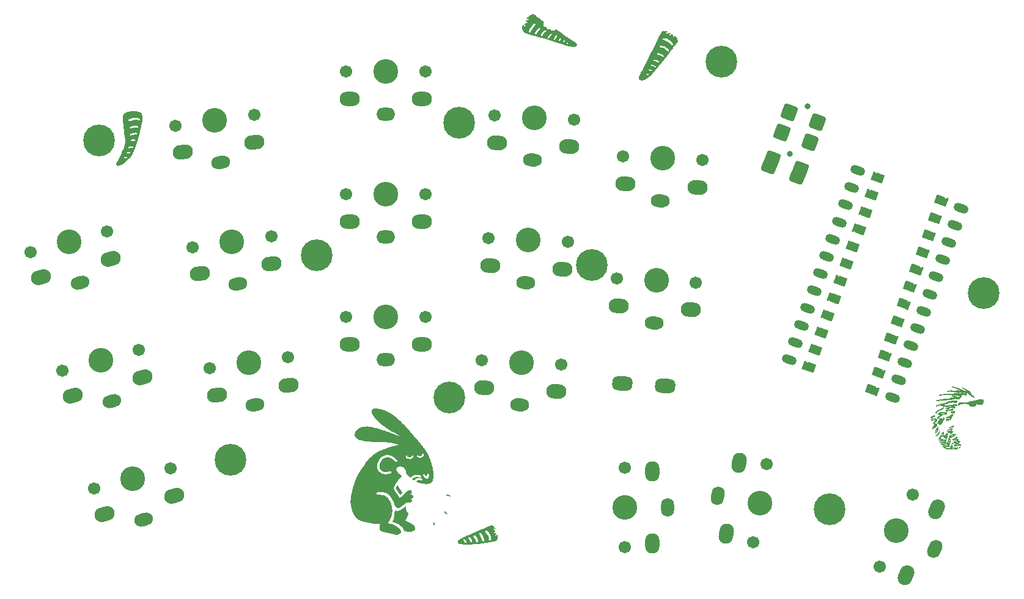
<source format=gbr>
%TF.GenerationSoftware,KiCad,Pcbnew,8.0.1*%
%TF.CreationDate,2024-03-28T19:23:51+01:00*%
%TF.ProjectId,chew_v1,63686577-5f76-4312-9e6b-696361645f70,rev?*%
%TF.SameCoordinates,Original*%
%TF.FileFunction,Soldermask,Top*%
%TF.FilePolarity,Negative*%
%FSLAX46Y46*%
G04 Gerber Fmt 4.6, Leading zero omitted, Abs format (unit mm)*
G04 Created by KiCad (PCBNEW 8.0.1) date 2024-03-28 19:23:51*
%MOMM*%
%LPD*%
G01*
G04 APERTURE LIST*
G04 Aperture macros list*
%AMRoundRect*
0 Rectangle with rounded corners*
0 $1 Rounding radius*
0 $2 $3 $4 $5 $6 $7 $8 $9 X,Y pos of 4 corners*
0 Add a 4 corners polygon primitive as box body*
4,1,4,$2,$3,$4,$5,$6,$7,$8,$9,$2,$3,0*
0 Add four circle primitives for the rounded corners*
1,1,$1+$1,$2,$3*
1,1,$1+$1,$4,$5*
1,1,$1+$1,$6,$7*
1,1,$1+$1,$8,$9*
0 Add four rect primitives between the rounded corners*
20,1,$1+$1,$2,$3,$4,$5,0*
20,1,$1+$1,$4,$5,$6,$7,0*
20,1,$1+$1,$6,$7,$8,$9,0*
20,1,$1+$1,$8,$9,$2,$3,0*%
%AMHorizOval*
0 Thick line with rounded ends*
0 $1 width*
0 $2 $3 position (X,Y) of the first rounded end (center of the circle)*
0 $4 $5 position (X,Y) of the second rounded end (center of the circle)*
0 Add line between two ends*
20,1,$1,$2,$3,$4,$5,0*
0 Add two circle primitives to create the rounded ends*
1,1,$1,$2,$3*
1,1,$1,$4,$5*%
%AMFreePoly0*
4,1,6,0.600001,0.200000,0.000000,-0.400000,-0.600001,0.200000,-0.600000,0.400000,0.600000,0.400000,0.600001,0.200000,0.600001,0.200000,$1*%
%AMFreePoly1*
4,1,6,0.600000,-0.250000,-0.600000,-0.250000,-0.600000,1.000000,0.000000,0.400000,0.600000,1.000001,0.600000,-0.250000,0.600000,-0.250000,$1*%
G04 Aperture macros list end*
%ADD10C,0.100000*%
%ADD11C,0.000000*%
%ADD12C,1.701800*%
%ADD13C,3.429000*%
%ADD14HorizOval,1.800000X0.069459X0.393923X-0.069459X-0.393923X0*%
%ADD15HorizOval,2.000000X0.069459X0.393923X-0.069459X-0.393923X0*%
%ADD16HorizOval,1.200000X0.422862X-0.153909X-0.422862X0.153909X0*%
%ADD17FreePoly0,70.000000*%
%ADD18FreePoly0,250.000000*%
%ADD19FreePoly1,70.000000*%
%ADD20FreePoly1,250.000000*%
%ADD21RoundRect,0.800000X-0.609645X-0.168324X0.588711X-0.231127X0.609645X0.168324X-0.588711X0.231127X0*%
%ADD22C,0.800000*%
%ADD23RoundRect,0.300000X0.914300X0.465355X-0.401270X0.944184X-0.914300X-0.465355X0.401270X-0.944184X0*%
%ADD24RoundRect,0.375000X-0.818171X-0.420530X0.356444X-0.848055X0.818171X0.420530X-0.356444X0.848055X0*%
%ADD25RoundRect,0.312500X0.898279X0.457884X-0.393799X0.928162X-0.898279X-0.457884X0.393799X-0.928162X0*%
%ADD26RoundRect,0.318750X-0.821864X-0.266210X0.458467X-0.732213X0.821864X0.266210X-0.458467X0.732213X0*%
%ADD27RoundRect,0.318750X0.821864X0.266210X-0.458467X0.732213X-0.821864X-0.266210X0.458467X-0.732213X0*%
%ADD28RoundRect,0.300000X-0.914300X-0.465355X0.401270X-0.944184X0.914300X0.465355X-0.401270X0.944184X0*%
%ADD29HorizOval,1.800000X-0.386370X-0.103528X0.386370X0.103528X0*%
%ADD30HorizOval,2.000000X-0.386370X-0.103528X0.386370X0.103528X0*%
%ADD31HorizOval,1.800000X-0.396107X-0.055669X0.396107X0.055669X0*%
%ADD32HorizOval,2.000000X-0.396107X-0.055669X0.396107X0.055669X0*%
%ADD33O,2.600000X1.800000*%
%ADD34O,2.800000X2.000000*%
%ADD35HorizOval,1.800000X-0.399452X0.020934X0.399452X-0.020934X0*%
%ADD36HorizOval,2.000000X-0.399452X0.020934X0.399452X-0.020934X0*%
%ADD37O,1.800000X2.600000*%
%ADD38O,2.000000X2.800000*%
%ADD39HorizOval,1.800000X-0.169047X-0.362523X0.169047X0.362523X0*%
%ADD40HorizOval,2.000000X-0.169047X-0.362523X0.169047X0.362523X0*%
%ADD41C,4.400000*%
G04 APERTURE END LIST*
D10*
%TO.C,U1*%
X168637928Y-78429940D02*
X168290436Y-79384668D01*
X167335708Y-79037175D01*
X167683201Y-78082447D01*
X168637928Y-78429940D01*
G36*
X168637928Y-78429940D02*
G01*
X168290436Y-79384668D01*
X167335708Y-79037175D01*
X167683201Y-78082447D01*
X168637928Y-78429940D01*
G37*
X167769197Y-80816759D02*
X167421705Y-81771487D01*
X166466977Y-81423994D01*
X166814469Y-80469267D01*
X167769197Y-80816759D01*
G36*
X167769197Y-80816759D02*
G01*
X167421705Y-81771487D01*
X166466977Y-81423994D01*
X166814469Y-80469267D01*
X167769197Y-80816759D01*
G37*
X166900466Y-83203578D02*
X166552973Y-84158306D01*
X165598246Y-83810814D01*
X165945738Y-82856086D01*
X166900466Y-83203578D01*
G36*
X166900466Y-83203578D02*
G01*
X166552973Y-84158306D01*
X165598246Y-83810814D01*
X165945738Y-82856086D01*
X166900466Y-83203578D01*
G37*
X166031735Y-85590398D02*
X165684242Y-86545125D01*
X164729515Y-86197633D01*
X165077007Y-85242905D01*
X166031735Y-85590398D01*
G36*
X166031735Y-85590398D02*
G01*
X165684242Y-86545125D01*
X164729515Y-86197633D01*
X165077007Y-85242905D01*
X166031735Y-85590398D01*
G37*
X165163004Y-87977217D02*
X164815511Y-88931945D01*
X163860783Y-88584452D01*
X164208276Y-87629725D01*
X165163004Y-87977217D01*
G36*
X165163004Y-87977217D02*
G01*
X164815511Y-88931945D01*
X163860783Y-88584452D01*
X164208276Y-87629725D01*
X165163004Y-87977217D01*
G37*
X164293246Y-90366855D02*
X163945754Y-91321583D01*
X162991026Y-90974091D01*
X163338519Y-90019363D01*
X164293246Y-90366855D01*
G36*
X164293246Y-90366855D02*
G01*
X163945754Y-91321583D01*
X162991026Y-90974091D01*
X163338519Y-90019363D01*
X164293246Y-90366855D01*
G37*
X163425541Y-92750855D02*
X163078049Y-93705583D01*
X162123321Y-93358091D01*
X162470814Y-92403363D01*
X163425541Y-92750855D01*
G36*
X163425541Y-92750855D02*
G01*
X163078049Y-93705583D01*
X162123321Y-93358091D01*
X162470814Y-92403363D01*
X163425541Y-92750855D01*
G37*
X162556810Y-95137675D02*
X162209318Y-96092402D01*
X161254590Y-95744910D01*
X161602082Y-94790182D01*
X162556810Y-95137675D01*
G36*
X162556810Y-95137675D02*
G01*
X162209318Y-96092402D01*
X161254590Y-95744910D01*
X161602082Y-94790182D01*
X162556810Y-95137675D01*
G37*
X161688079Y-97524494D02*
X161340586Y-98479222D01*
X160385859Y-98131729D01*
X160733351Y-97177002D01*
X161688079Y-97524494D01*
G36*
X161688079Y-97524494D02*
G01*
X161340586Y-98479222D01*
X160385859Y-98131729D01*
X160733351Y-97177002D01*
X161688079Y-97524494D01*
G37*
X160819348Y-99911313D02*
X160471855Y-100866041D01*
X159517129Y-100518549D01*
X159864620Y-99563821D01*
X160819348Y-99911313D01*
G36*
X160819348Y-99911313D02*
G01*
X160471855Y-100866041D01*
X159517129Y-100518549D01*
X159864620Y-99563821D01*
X160819348Y-99911313D01*
G37*
X159950618Y-102298133D02*
X159603124Y-103252860D01*
X158648396Y-102905368D01*
X158995889Y-101950640D01*
X159950618Y-102298133D01*
G36*
X159950618Y-102298133D02*
G01*
X159603124Y-103252860D01*
X158648396Y-102905368D01*
X158995889Y-101950640D01*
X159950618Y-102298133D01*
G37*
X159081885Y-104684952D02*
X158734393Y-105639679D01*
X157779665Y-105292187D01*
X158127158Y-104337459D01*
X159081885Y-104684952D01*
G36*
X159081885Y-104684952D02*
G01*
X158734393Y-105639679D01*
X157779665Y-105292187D01*
X158127158Y-104337459D01*
X159081885Y-104684952D01*
G37*
X177761592Y-81750682D02*
X177414099Y-82705410D01*
X176459372Y-82357917D01*
X176806864Y-81403189D01*
X177761592Y-81750682D01*
G36*
X177761592Y-81750682D02*
G01*
X177414099Y-82705410D01*
X176459372Y-82357917D01*
X176806864Y-81403189D01*
X177761592Y-81750682D01*
G37*
X176892861Y-84137501D02*
X176545368Y-85092229D01*
X175590640Y-84744736D01*
X175938133Y-83790009D01*
X176892861Y-84137501D01*
G36*
X176892861Y-84137501D02*
G01*
X176545368Y-85092229D01*
X175590640Y-84744736D01*
X175938133Y-83790009D01*
X176892861Y-84137501D01*
G37*
X176024129Y-86524320D02*
X175676637Y-87479048D01*
X174721909Y-87131556D01*
X175069402Y-86176828D01*
X176024129Y-86524320D01*
G36*
X176024129Y-86524320D02*
G01*
X175676637Y-87479048D01*
X174721909Y-87131556D01*
X175069402Y-86176828D01*
X176024129Y-86524320D01*
G37*
X175155398Y-88911140D02*
X174807906Y-89865867D01*
X173853178Y-89518375D01*
X174200671Y-88563647D01*
X175155398Y-88911140D01*
G36*
X175155398Y-88911140D02*
G01*
X174807906Y-89865867D01*
X173853178Y-89518375D01*
X174200671Y-88563647D01*
X175155398Y-88911140D01*
G37*
X174286667Y-91297959D02*
X173939175Y-92252687D01*
X172984447Y-91905194D01*
X173331939Y-90950466D01*
X174286667Y-91297959D01*
G36*
X174286667Y-91297959D02*
G01*
X173939175Y-92252687D01*
X172984447Y-91905194D01*
X173331939Y-90950466D01*
X174286667Y-91297959D01*
G37*
X173416910Y-93687597D02*
X173069417Y-94642325D01*
X172114690Y-94294833D01*
X172462182Y-93340105D01*
X173416910Y-93687597D01*
G36*
X173416910Y-93687597D02*
G01*
X173069417Y-94642325D01*
X172114690Y-94294833D01*
X172462182Y-93340105D01*
X173416910Y-93687597D01*
G37*
X172549205Y-96071597D02*
X172201712Y-97026325D01*
X171246985Y-96678833D01*
X171594477Y-95724105D01*
X172549205Y-96071597D01*
G36*
X172549205Y-96071597D02*
G01*
X172201712Y-97026325D01*
X171246985Y-96678833D01*
X171594477Y-95724105D01*
X172549205Y-96071597D01*
G37*
X171680474Y-98458417D02*
X171332981Y-99413144D01*
X170378254Y-99065652D01*
X170725746Y-98110924D01*
X171680474Y-98458417D01*
G36*
X171680474Y-98458417D02*
G01*
X171332981Y-99413144D01*
X170378254Y-99065652D01*
X170725746Y-98110924D01*
X171680474Y-98458417D01*
G37*
X170811743Y-100845236D02*
X170464250Y-101799964D01*
X169509522Y-101452471D01*
X169857015Y-100497744D01*
X170811743Y-100845236D01*
G36*
X170811743Y-100845236D02*
G01*
X170464250Y-101799964D01*
X169509522Y-101452471D01*
X169857015Y-100497744D01*
X170811743Y-100845236D01*
G37*
X169943011Y-103232055D02*
X169595519Y-104186783D01*
X168640791Y-103839290D01*
X168988284Y-102884563D01*
X169943011Y-103232055D01*
G36*
X169943011Y-103232055D02*
G01*
X169595519Y-104186783D01*
X168640791Y-103839290D01*
X168988284Y-102884563D01*
X169943011Y-103232055D01*
G37*
X169074280Y-105618874D02*
X168726788Y-106573602D01*
X167772060Y-106226110D01*
X168119552Y-105271382D01*
X169074280Y-105618874D01*
G36*
X169074280Y-105618874D02*
G01*
X168726788Y-106573602D01*
X167772060Y-106226110D01*
X168119552Y-105271382D01*
X169074280Y-105618874D01*
G37*
X168205549Y-108005694D02*
X167858057Y-108960421D01*
X166903329Y-108612929D01*
X167250821Y-107658201D01*
X168205549Y-108005694D01*
G36*
X168205549Y-108005694D02*
G01*
X167858057Y-108960421D01*
X166903329Y-108612929D01*
X167250821Y-107658201D01*
X168205549Y-108005694D01*
G37*
D11*
%TO.C,G\u002A\u002A\u002A*%
G36*
X65326125Y-69594068D02*
G01*
X65465075Y-69608405D01*
X65598553Y-69628366D01*
X65669741Y-69642306D01*
X65727974Y-69654085D01*
X65796404Y-69666711D01*
X65824537Y-69671540D01*
X65929855Y-69703718D01*
X66035483Y-69763214D01*
X66129481Y-69841563D01*
X66162541Y-69877573D01*
X66188912Y-69916054D01*
X66213484Y-69965858D01*
X66241150Y-70035831D01*
X66249683Y-70059058D01*
X66290989Y-70195707D01*
X66309791Y-70321923D01*
X66307613Y-70449495D01*
X66304228Y-70480890D01*
X66300548Y-70526492D01*
X66300849Y-70537828D01*
X66301395Y-70558512D01*
X66302397Y-70562770D01*
X66304840Y-70588058D01*
X66304050Y-70633047D01*
X66302416Y-70659225D01*
X66299582Y-70694414D01*
X66296550Y-70726220D01*
X66292456Y-70761376D01*
X66286436Y-70806614D01*
X66277629Y-70868662D01*
X66265168Y-70954255D01*
X66260383Y-70986935D01*
X66250385Y-71055310D01*
X66241688Y-71115024D01*
X66235801Y-71155706D01*
X66234843Y-71162419D01*
X66226642Y-71199491D01*
X66211659Y-71252324D01*
X66201814Y-71283249D01*
X66183926Y-71341658D01*
X66164046Y-71413944D01*
X66143783Y-71493234D01*
X66135594Y-71527405D01*
X66124751Y-71572657D01*
X66108564Y-71645339D01*
X66096836Y-71704411D01*
X66091177Y-71742996D01*
X66091404Y-71753554D01*
X66090687Y-71778602D01*
X66081563Y-71822227D01*
X66074164Y-71848407D01*
X66061414Y-71896770D01*
X66055712Y-71932966D01*
X66056327Y-71942951D01*
X66053931Y-71970794D01*
X66047098Y-71986297D01*
X66034812Y-72019807D01*
X66025283Y-72066507D01*
X66024751Y-72070583D01*
X66016176Y-72127198D01*
X66006077Y-72179201D01*
X65996815Y-72222669D01*
X65984683Y-72283236D01*
X65975291Y-72332050D01*
X65962635Y-72390459D01*
X65949291Y-72438499D01*
X65939915Y-72462140D01*
X65929641Y-72494396D01*
X65930908Y-72508867D01*
X65929289Y-72536507D01*
X65929216Y-72537769D01*
X65920996Y-72557143D01*
X65908863Y-72589860D01*
X65897011Y-72640562D01*
X65892094Y-72669940D01*
X65880870Y-72729896D01*
X65863316Y-72804112D01*
X65844798Y-72871120D01*
X65825919Y-72937477D01*
X65810185Y-72999303D01*
X65800963Y-73043372D01*
X65800888Y-73043847D01*
X65790358Y-73091607D01*
X65772933Y-73152471D01*
X65761520Y-73187001D01*
X65741361Y-73249005D01*
X65724231Y-73309392D01*
X65718004Y-73335521D01*
X65695973Y-73425645D01*
X65694723Y-73430751D01*
X65660302Y-73549433D01*
X65616742Y-73685041D01*
X65566041Y-73831048D01*
X65566028Y-73831086D01*
X65534973Y-73919301D01*
X65504349Y-74009536D01*
X65477990Y-74090305D01*
X65461817Y-74142907D01*
X65431767Y-74241733D01*
X65397479Y-74346109D01*
X65370224Y-74423772D01*
X65357185Y-74460924D01*
X65309123Y-74591076D01*
X65251524Y-74741456D01*
X65182717Y-74916731D01*
X65136051Y-75031793D01*
X65090952Y-75138619D01*
X65086153Y-75149987D01*
X65034898Y-75267322D01*
X64984156Y-75379816D01*
X64935803Y-75483477D01*
X64891709Y-75574320D01*
X64853746Y-75648360D01*
X64823790Y-75701604D01*
X64803709Y-75730071D01*
X64799090Y-75733549D01*
X64780924Y-75750941D01*
X64762668Y-75779871D01*
X64754251Y-75792546D01*
X64741577Y-75811627D01*
X64705344Y-75857951D01*
X64661257Y-75909585D01*
X64654682Y-75916924D01*
X64598120Y-75979761D01*
X64536324Y-76048616D01*
X64487394Y-76103292D01*
X64436115Y-76158522D01*
X64382297Y-76213061D01*
X64342224Y-76250870D01*
X64289825Y-76298603D01*
X64235559Y-76349795D01*
X64218726Y-76366149D01*
X64075960Y-76504621D01*
X63950460Y-76621503D01*
X63837939Y-76719840D01*
X63734111Y-76802672D01*
X63634686Y-76873041D01*
X63535378Y-76933991D01*
X63431897Y-76988563D01*
X63319954Y-77039801D01*
X63200247Y-77088795D01*
X63091633Y-77127522D01*
X63004083Y-77148898D01*
X62931218Y-77153412D01*
X62866655Y-77141550D01*
X62812358Y-77118331D01*
X62762134Y-77086390D01*
X62728614Y-77048865D01*
X62708113Y-76998201D01*
X62696938Y-76926835D01*
X62693349Y-76874427D01*
X62692439Y-76827700D01*
X62696777Y-76787541D01*
X62708948Y-76745889D01*
X62731543Y-76694679D01*
X62767149Y-76625847D01*
X62781943Y-76598353D01*
X62828699Y-76511063D01*
X62882927Y-76408562D01*
X62937264Y-76304819D01*
X62976517Y-76229055D01*
X63020245Y-76144857D01*
X63064799Y-76060392D01*
X63086151Y-76020561D01*
X63760631Y-76020561D01*
X63785519Y-76048065D01*
X63831073Y-76069268D01*
X63885251Y-76079094D01*
X63899568Y-76079145D01*
X63960139Y-76080559D01*
X64019359Y-76087464D01*
X64022363Y-76088033D01*
X64089677Y-76092004D01*
X64135532Y-76074116D01*
X64151993Y-76052672D01*
X64155819Y-76010357D01*
X64135376Y-75969971D01*
X64104194Y-75947659D01*
X64053901Y-75934361D01*
X63985714Y-75924130D01*
X63912539Y-75918089D01*
X63847279Y-75917362D01*
X63807419Y-75921821D01*
X63792458Y-75937223D01*
X63775842Y-75966652D01*
X63762935Y-76001122D01*
X63760631Y-76020561D01*
X63086151Y-76020561D01*
X63104959Y-75985476D01*
X63135497Y-75929951D01*
X63164849Y-75876509D01*
X63197397Y-75814423D01*
X63234439Y-75740974D01*
X63277282Y-75653447D01*
X63327224Y-75549122D01*
X63385573Y-75425287D01*
X63408101Y-75376938D01*
X64105281Y-75376938D01*
X64120112Y-75420441D01*
X64146780Y-75444999D01*
X64175875Y-75446477D01*
X64222094Y-75437205D01*
X64250722Y-75428066D01*
X64317557Y-75409832D01*
X64389475Y-75399744D01*
X64455577Y-75398489D01*
X64504968Y-75406753D01*
X64515287Y-75411415D01*
X64549695Y-75417783D01*
X64582667Y-75411746D01*
X64626082Y-75383868D01*
X64641649Y-75346542D01*
X64630045Y-75306375D01*
X64591948Y-75269975D01*
X64566804Y-75256784D01*
X64506727Y-75241001D01*
X64431911Y-75236192D01*
X64350227Y-75241061D01*
X64269544Y-75254310D01*
X64197737Y-75274641D01*
X64142669Y-75300757D01*
X64112215Y-75331362D01*
X64112030Y-75331751D01*
X64105281Y-75376938D01*
X63408101Y-75376938D01*
X63453631Y-75279222D01*
X63532696Y-75108213D01*
X63606135Y-74948608D01*
X63670144Y-74805635D01*
X63719096Y-74687747D01*
X63746963Y-74611496D01*
X64349330Y-74611496D01*
X64363796Y-74655843D01*
X64394107Y-74689787D01*
X64406288Y-74696143D01*
X64440352Y-74700436D01*
X64494090Y-74697961D01*
X64549668Y-74690268D01*
X64658974Y-74675319D01*
X64768024Y-74669249D01*
X64865212Y-74672388D01*
X64917941Y-74679813D01*
X64981976Y-74685917D01*
X65025651Y-74671191D01*
X65053810Y-74636702D01*
X65063474Y-74588030D01*
X65047757Y-74541139D01*
X65011752Y-74508183D01*
X64997747Y-74502829D01*
X64898638Y-74477178D01*
X64817913Y-74462210D01*
X64743759Y-74457328D01*
X64664367Y-74461948D01*
X64567922Y-74475475D01*
X64540958Y-74479975D01*
X64486456Y-74494849D01*
X64429877Y-74518826D01*
X64382618Y-74546283D01*
X64356404Y-74571027D01*
X64349330Y-74611496D01*
X63746963Y-74611496D01*
X63754220Y-74591639D01*
X63776743Y-74514005D01*
X63786539Y-74462783D01*
X63795282Y-74420910D01*
X63810530Y-74365691D01*
X63818188Y-74341479D01*
X63840974Y-74267857D01*
X63857716Y-74199726D01*
X63870114Y-74127339D01*
X63879860Y-74040957D01*
X63887967Y-73940382D01*
X63893336Y-73871484D01*
X63899339Y-73802741D01*
X63902565Y-73769613D01*
X63906493Y-73672063D01*
X64655028Y-73672063D01*
X64665348Y-73712886D01*
X64690828Y-73731354D01*
X64716107Y-73733237D01*
X64766669Y-73731970D01*
X64835250Y-73727884D01*
X64914585Y-73721304D01*
X64916893Y-73721088D01*
X64998657Y-73714505D01*
X65072078Y-73710656D01*
X65129054Y-73709837D01*
X65161256Y-73712280D01*
X65218259Y-73713668D01*
X65262561Y-73693261D01*
X65291350Y-73658233D01*
X65301815Y-73615749D01*
X65291140Y-73572991D01*
X65256516Y-73537125D01*
X65234333Y-73525915D01*
X65162075Y-73507407D01*
X65069779Y-73498519D01*
X64968651Y-73499110D01*
X64869898Y-73509037D01*
X64784725Y-73528159D01*
X64774081Y-73531716D01*
X64722502Y-73552843D01*
X64692145Y-73575551D01*
X64672251Y-73608394D01*
X64669405Y-73614964D01*
X64655028Y-73672063D01*
X63906493Y-73672063D01*
X63911012Y-73559835D01*
X63894624Y-73347261D01*
X63854677Y-73146037D01*
X63838169Y-73076756D01*
X63821318Y-72992800D01*
X63805087Y-72900747D01*
X63792889Y-72822846D01*
X64590830Y-72822846D01*
X64597092Y-72863713D01*
X64625442Y-72911202D01*
X64668699Y-72933777D01*
X64729895Y-72932190D01*
X64796640Y-72912999D01*
X64935658Y-72870685D01*
X65089746Y-72837666D01*
X65241762Y-72817513D01*
X65263986Y-72815774D01*
X65381368Y-72803754D01*
X65468416Y-72785928D01*
X65527116Y-72761688D01*
X65559453Y-72730418D01*
X65562996Y-72723109D01*
X65570402Y-72667132D01*
X65550907Y-72615986D01*
X65510046Y-72581471D01*
X65474325Y-72574226D01*
X65413778Y-72571601D01*
X65335919Y-72573160D01*
X65248260Y-72578467D01*
X65158315Y-72587083D01*
X65073597Y-72598574D01*
X65010280Y-72610507D01*
X64944137Y-72627420D01*
X64862554Y-72651267D01*
X64780759Y-72677536D01*
X64762390Y-72683840D01*
X64692928Y-72709012D01*
X64648041Y-72728511D01*
X64620974Y-72746153D01*
X64604973Y-72765751D01*
X64599863Y-72775624D01*
X64590830Y-72822846D01*
X63792889Y-72822846D01*
X63790436Y-72807179D01*
X63778323Y-72718673D01*
X63769709Y-72641810D01*
X63765554Y-72583167D01*
X63766821Y-72549327D01*
X63767316Y-72547449D01*
X63769852Y-72516900D01*
X63767404Y-72486461D01*
X63762811Y-72447838D01*
X63757246Y-72390778D01*
X63753215Y-72343586D01*
X63746805Y-72273731D01*
X63737341Y-72183808D01*
X63725855Y-72082380D01*
X63713369Y-71978009D01*
X63700967Y-71879672D01*
X64547240Y-71879672D01*
X64562045Y-71927926D01*
X64586927Y-71953732D01*
X64641947Y-71979384D01*
X64708615Y-71980280D01*
X64782565Y-71960226D01*
X64898115Y-71925360D01*
X65033640Y-71895925D01*
X65176559Y-71873981D01*
X65314287Y-71861587D01*
X65397300Y-71859649D01*
X65505255Y-71858426D01*
X65584772Y-71851394D01*
X65639780Y-71837631D01*
X65674205Y-71816218D01*
X65690371Y-71790911D01*
X65702409Y-71735702D01*
X65688359Y-71690184D01*
X65666011Y-71661729D01*
X65636483Y-71638042D01*
X65597344Y-71626006D01*
X65537992Y-71622635D01*
X65527400Y-71622684D01*
X65455963Y-71622990D01*
X65371695Y-71622822D01*
X65303445Y-71622316D01*
X65136465Y-71626347D01*
X64982663Y-71641602D01*
X64846141Y-71667192D01*
X64731003Y-71702225D01*
X64641351Y-71745810D01*
X64603087Y-71774266D01*
X64561091Y-71826560D01*
X64547240Y-71879672D01*
X63700967Y-71879672D01*
X63700915Y-71879256D01*
X63689519Y-71794682D01*
X63680213Y-71732851D01*
X63679082Y-71726166D01*
X63672975Y-71682023D01*
X63665269Y-71612790D01*
X63656718Y-71526029D01*
X63648083Y-71429294D01*
X63642809Y-71364917D01*
X63630522Y-71209889D01*
X63620227Y-71081414D01*
X63611409Y-70973407D01*
X63603569Y-70879782D01*
X63601436Y-70855083D01*
X64345073Y-70855083D01*
X64355234Y-70901577D01*
X64357465Y-70905646D01*
X64378043Y-70929126D01*
X64408107Y-70942314D01*
X64451853Y-70944977D01*
X64513472Y-70936878D01*
X64597157Y-70917784D01*
X64707098Y-70887458D01*
X64713138Y-70885706D01*
X64953000Y-70825850D01*
X65172396Y-70791537D01*
X65371327Y-70782764D01*
X65549795Y-70799535D01*
X65703815Y-70840370D01*
X65788885Y-70861605D01*
X65856287Y-70856911D01*
X65904830Y-70826550D01*
X65926826Y-70790492D01*
X65941838Y-70727098D01*
X65930221Y-70672723D01*
X65890275Y-70624894D01*
X65820287Y-70581144D01*
X65765409Y-70556722D01*
X65647013Y-70521723D01*
X65503885Y-70501127D01*
X65340825Y-70495219D01*
X65162626Y-70504284D01*
X65065860Y-70514975D01*
X65004173Y-70522523D01*
X64947478Y-70528664D01*
X64923593Y-70530830D01*
X64887242Y-70538724D01*
X64829646Y-70556999D01*
X64757216Y-70583037D01*
X64676367Y-70614221D01*
X64593508Y-70647932D01*
X64515058Y-70681553D01*
X64447425Y-70712468D01*
X64397023Y-70738060D01*
X64370267Y-70755708D01*
X64368892Y-70757238D01*
X64350094Y-70800875D01*
X64345073Y-70855083D01*
X63601436Y-70855083D01*
X63596199Y-70794454D01*
X63588797Y-70711337D01*
X63586743Y-70688670D01*
X63578795Y-70523923D01*
X63584598Y-70365780D01*
X63603277Y-70219325D01*
X63633966Y-70089637D01*
X63675789Y-69981802D01*
X63720155Y-69910222D01*
X63756143Y-69879892D01*
X63817552Y-69844006D01*
X63898096Y-69805151D01*
X63991492Y-69765918D01*
X64091456Y-69728894D01*
X64191705Y-69696668D01*
X64285958Y-69671829D01*
X64312769Y-69666076D01*
X64508007Y-69631422D01*
X64688498Y-69608477D01*
X64807686Y-69599707D01*
X64872553Y-69596716D01*
X64956059Y-69592810D01*
X65044147Y-69588652D01*
X65081040Y-69586896D01*
X65194013Y-69586512D01*
X65326125Y-69594068D01*
G37*
G36*
X138716732Y-58455249D02*
G01*
X138836802Y-58483312D01*
X138960045Y-58523384D01*
X139019472Y-58545328D01*
X139055793Y-58562174D01*
X139068169Y-58576585D01*
X139055762Y-58591227D01*
X139017739Y-58608767D01*
X138953260Y-58631867D01*
X138922707Y-58642297D01*
X138865028Y-58663851D01*
X138830536Y-58682308D01*
X138814011Y-58700860D01*
X138810944Y-58710647D01*
X138814873Y-58752451D01*
X138842786Y-58779909D01*
X138893063Y-58792492D01*
X138964081Y-58789665D01*
X139020408Y-58779356D01*
X139073745Y-58769244D01*
X139119941Y-58764004D01*
X139144880Y-58764374D01*
X139184662Y-58762854D01*
X139210797Y-58754876D01*
X139242786Y-58747495D01*
X139291648Y-58744218D01*
X139333482Y-58745112D01*
X139423307Y-58750678D01*
X139401757Y-58794858D01*
X139377680Y-58835811D01*
X139352686Y-58868309D01*
X139320911Y-58920591D01*
X139312147Y-58979816D01*
X139322007Y-59022598D01*
X139345122Y-59058384D01*
X139372475Y-59065835D01*
X139405457Y-59045051D01*
X139419910Y-59029590D01*
X139455098Y-58997882D01*
X139503035Y-58965783D01*
X139527730Y-58952584D01*
X139574724Y-58933032D01*
X139615412Y-58926119D01*
X139664421Y-58930070D01*
X139685160Y-58933500D01*
X139737087Y-58946084D01*
X139773485Y-58965867D01*
X139798176Y-58998145D01*
X139814986Y-59048214D01*
X139827737Y-59121372D01*
X139829341Y-59133200D01*
X139844729Y-59228524D01*
X139862389Y-59296484D01*
X139883248Y-59338776D01*
X139908228Y-59357101D01*
X139938252Y-59353157D01*
X139946651Y-59348893D01*
X139958392Y-59336526D01*
X139967856Y-59311175D01*
X139976330Y-59267706D01*
X139985099Y-59200981D01*
X139986298Y-59190589D01*
X140002871Y-59045442D01*
X140041676Y-59075051D01*
X140073483Y-59103613D01*
X140095145Y-59130379D01*
X140113244Y-59152702D01*
X140123393Y-59158492D01*
X140140749Y-59171016D01*
X140169919Y-59201076D01*
X140205774Y-59242552D01*
X140243188Y-59289326D01*
X140277034Y-59335278D01*
X140297276Y-59365989D01*
X140327446Y-59414592D01*
X140358144Y-59462810D01*
X140364335Y-59472329D01*
X140383991Y-59508396D01*
X140392851Y-59536928D01*
X140392744Y-59541601D01*
X140397540Y-59569546D01*
X140406849Y-59587268D01*
X140417343Y-59619547D01*
X140416909Y-59655873D01*
X140417941Y-59699711D01*
X140431069Y-59744993D01*
X140431364Y-59745617D01*
X140444426Y-59781518D01*
X140447079Y-59807763D01*
X140446517Y-59809658D01*
X140445563Y-59836078D01*
X140451609Y-59862298D01*
X140454383Y-59903322D01*
X140445461Y-59920302D01*
X140428534Y-59946959D01*
X140406699Y-59987861D01*
X140396875Y-60008093D01*
X140377534Y-60045130D01*
X140361923Y-60067734D01*
X140356623Y-60071161D01*
X140344103Y-60081331D01*
X140320199Y-60109767D01*
X140289787Y-60150611D01*
X140285787Y-60156273D01*
X140242483Y-60212980D01*
X140189825Y-60275031D01*
X140144027Y-60324020D01*
X140105706Y-60363418D01*
X140094638Y-60375533D01*
X140076706Y-60395162D01*
X140062175Y-60413560D01*
X140061422Y-60415305D01*
X140051184Y-60430468D01*
X140026217Y-60459946D01*
X139994133Y-60494987D01*
X139946097Y-60550407D01*
X139886832Y-60626123D01*
X139819842Y-60717342D01*
X139748633Y-60819272D01*
X139676706Y-60927115D01*
X139664331Y-60946199D01*
X139629934Y-60998714D01*
X139600505Y-61042238D01*
X139580167Y-61070741D01*
X139574158Y-61078019D01*
X139560543Y-61094322D01*
X139533033Y-61129828D01*
X139494350Y-61180848D01*
X139474504Y-61207309D01*
X139447218Y-61243689D01*
X139394363Y-61314662D01*
X139338506Y-61390077D01*
X139282371Y-61466239D01*
X139228682Y-61539461D01*
X139180162Y-61606051D01*
X139139536Y-61662319D01*
X139109526Y-61704571D01*
X139092855Y-61729121D01*
X139090367Y-61733634D01*
X139079764Y-61751316D01*
X139055981Y-61780167D01*
X139046657Y-61790341D01*
X139014579Y-61828135D01*
X138977494Y-61876999D01*
X138956441Y-61907118D01*
X138931594Y-61943153D01*
X138904129Y-61980580D01*
X138871289Y-62022787D01*
X138838023Y-62063687D01*
X138830321Y-62073158D01*
X138778468Y-62135076D01*
X138712977Y-62211927D01*
X138631092Y-62307098D01*
X138627901Y-62310796D01*
X138584399Y-62362730D01*
X138529932Y-62430020D01*
X138470888Y-62504664D01*
X138413648Y-62578662D01*
X138403139Y-62592470D01*
X138355690Y-62654652D01*
X138313823Y-62708869D01*
X138280958Y-62750737D01*
X138260518Y-62775874D01*
X138256100Y-62780736D01*
X138241533Y-62797543D01*
X138230465Y-62811501D01*
X138214698Y-62831384D01*
X138180613Y-62875892D01*
X138169264Y-62890986D01*
X138129528Y-62941041D01*
X138076520Y-63003622D01*
X138017363Y-63070500D01*
X137962847Y-63129571D01*
X137913371Y-63182675D01*
X137871838Y-63228813D01*
X137842061Y-63263628D01*
X137827854Y-63282768D01*
X137827205Y-63284393D01*
X137816058Y-63301794D01*
X137790185Y-63331092D01*
X137769281Y-63352188D01*
X137730426Y-63393237D01*
X137695937Y-63435293D01*
X137685249Y-63450531D01*
X137684678Y-63451346D01*
X137657590Y-63487541D01*
X137619467Y-63531482D01*
X137593573Y-63558535D01*
X137560475Y-63592503D01*
X137537465Y-63617993D01*
X137530258Y-63628053D01*
X137521042Y-63641414D01*
X137496558Y-63673159D01*
X137460060Y-63719238D01*
X137414801Y-63775597D01*
X137364036Y-63838185D01*
X137311016Y-63902949D01*
X137260373Y-63964182D01*
X137231748Y-64000295D01*
X137209500Y-64029858D01*
X137197940Y-64045218D01*
X137185861Y-64061834D01*
X137151469Y-64106099D01*
X137115623Y-64146896D01*
X137104371Y-64158254D01*
X137074703Y-64189355D01*
X137053998Y-64215829D01*
X137052599Y-64218168D01*
X137035668Y-64241660D01*
X137006787Y-64276167D01*
X136989304Y-64295639D01*
X136953271Y-64335194D01*
X136920714Y-64371663D01*
X136910069Y-64383876D01*
X136726670Y-64583505D01*
X136714568Y-64594854D01*
X136538533Y-64759950D01*
X136339256Y-64919074D01*
X136316763Y-64935239D01*
X136275238Y-64965084D01*
X136186683Y-65024699D01*
X136094339Y-65082450D01*
X136003721Y-65135241D01*
X135920346Y-65179969D01*
X135849730Y-65213540D01*
X135799752Y-65232198D01*
X135761393Y-65244266D01*
X135736941Y-65253313D01*
X135711812Y-65261852D01*
X135667468Y-65275131D01*
X135612829Y-65290495D01*
X135604420Y-65292781D01*
X135536784Y-65308408D01*
X135478171Y-65314118D01*
X135413503Y-65310829D01*
X135377600Y-65306550D01*
X135263101Y-65282268D01*
X135172885Y-65242318D01*
X135106131Y-65185739D01*
X135062014Y-65111566D01*
X135039715Y-65018839D01*
X135038224Y-64909219D01*
X135046739Y-64860832D01*
X135894777Y-64860832D01*
X135900678Y-64869258D01*
X135909104Y-64863358D01*
X135903204Y-64854932D01*
X135894777Y-64860832D01*
X135046739Y-64860832D01*
X135050026Y-64842153D01*
X135076391Y-64755519D01*
X135115404Y-64653731D01*
X135165157Y-64541205D01*
X135209100Y-64452049D01*
X136073434Y-64452049D01*
X136080611Y-64479393D01*
X136084416Y-64485767D01*
X136099610Y-64501955D01*
X136126428Y-64516345D01*
X136170301Y-64531111D01*
X136236658Y-64548422D01*
X136247837Y-64551121D01*
X136329780Y-64568840D01*
X136385008Y-64576304D01*
X136413279Y-64573480D01*
X136413509Y-64573352D01*
X136435897Y-64545717D01*
X136439231Y-64506115D01*
X136426376Y-64471948D01*
X136413407Y-64457167D01*
X136391950Y-64445365D01*
X136356289Y-64434617D01*
X136300709Y-64422990D01*
X136258770Y-64415381D01*
X136192036Y-64403931D01*
X136147978Y-64397966D01*
X136120656Y-64397718D01*
X136104130Y-64403420D01*
X136092458Y-64415306D01*
X136087657Y-64422079D01*
X136073434Y-64452049D01*
X135209100Y-64452049D01*
X135223735Y-64422356D01*
X135289230Y-64301599D01*
X135335311Y-64223007D01*
X135417998Y-64082370D01*
X135491310Y-63948094D01*
X135533812Y-63863554D01*
X136415735Y-63863554D01*
X136425683Y-63890481D01*
X136437453Y-63905866D01*
X136459403Y-63918646D01*
X136497179Y-63931024D01*
X136556427Y-63945200D01*
X136577967Y-63949863D01*
X136645151Y-63966195D01*
X136707999Y-63984932D01*
X136756538Y-64002971D01*
X136770704Y-64009839D01*
X136806615Y-64028085D01*
X136830115Y-64031628D01*
X136853760Y-64020704D01*
X136867057Y-64011647D01*
X136898828Y-63975078D01*
X136903855Y-63931886D01*
X136891368Y-63901767D01*
X136865945Y-63881009D01*
X136818031Y-63857911D01*
X136753856Y-63834777D01*
X136679650Y-63813913D01*
X136617243Y-63800401D01*
X136552429Y-63789162D01*
X136509071Y-63784423D01*
X136480278Y-63786140D01*
X136459155Y-63794270D01*
X136451244Y-63799353D01*
X136420250Y-63829823D01*
X136415735Y-63863554D01*
X135533812Y-63863554D01*
X135562093Y-63807301D01*
X135609893Y-63706395D01*
X135661387Y-63595935D01*
X135702131Y-63509383D01*
X135733377Y-63444138D01*
X135756377Y-63397605D01*
X135772382Y-63367184D01*
X135778164Y-63357186D01*
X135795004Y-63325943D01*
X135817275Y-63280216D01*
X135831823Y-63248472D01*
X135842821Y-63225756D01*
X136734969Y-63225756D01*
X136744387Y-63251285D01*
X136750838Y-63262380D01*
X136760732Y-63271687D01*
X136778278Y-63280681D01*
X136807686Y-63290843D01*
X136853168Y-63303649D01*
X136918933Y-63320577D01*
X136998357Y-63340410D01*
X137152109Y-63393028D01*
X137256287Y-63447350D01*
X137309216Y-63468594D01*
X137353263Y-63462549D01*
X137385781Y-63434766D01*
X137397718Y-63399832D01*
X137383365Y-63361937D01*
X137345193Y-63322527D01*
X137285674Y-63283048D01*
X137207276Y-63244948D01*
X137112470Y-63209671D01*
X137003727Y-63178663D01*
X136914961Y-63159166D01*
X136855510Y-63148906D01*
X136816370Y-63146120D01*
X136789701Y-63150925D01*
X136770544Y-63161373D01*
X136739480Y-63191988D01*
X136734969Y-63225756D01*
X135842821Y-63225756D01*
X135857756Y-63194908D01*
X135891402Y-63131430D01*
X135921742Y-63078180D01*
X135953421Y-63023159D01*
X135982484Y-62969596D01*
X136002256Y-62929885D01*
X136026661Y-62880444D01*
X136053161Y-62832733D01*
X136055717Y-62828521D01*
X136075549Y-62792563D01*
X136101730Y-62740220D01*
X136129113Y-62681837D01*
X136133391Y-62672341D01*
X136158942Y-62617585D01*
X136193913Y-62545846D01*
X136216835Y-62500085D01*
X137052758Y-62500085D01*
X137054784Y-62542931D01*
X137079387Y-62580305D01*
X137082443Y-62582821D01*
X137106445Y-62593502D01*
X137152728Y-62607525D01*
X137214920Y-62623167D01*
X137286650Y-62638708D01*
X137296515Y-62640665D01*
X137380168Y-62657436D01*
X137443254Y-62671674D01*
X137493820Y-62686123D01*
X137539913Y-62703527D01*
X137589580Y-62726630D01*
X137650866Y-62758175D01*
X137668692Y-62767568D01*
X137741974Y-62801290D01*
X137797523Y-62814749D01*
X137838359Y-62808069D01*
X137867508Y-62781374D01*
X137870920Y-62775891D01*
X137878868Y-62749505D01*
X137881880Y-62713867D01*
X137879947Y-62680798D01*
X137873060Y-62662117D01*
X137871002Y-62661131D01*
X137857229Y-62654628D01*
X137823191Y-62637622D01*
X137774488Y-62612931D01*
X137733249Y-62591853D01*
X137663403Y-62558135D01*
X137589918Y-62526056D01*
X137524700Y-62500694D01*
X137501451Y-62492899D01*
X137434088Y-62474715D01*
X137358445Y-62458571D01*
X137281555Y-62445492D01*
X137210451Y-62436495D01*
X137152166Y-62432603D01*
X137113732Y-62434838D01*
X137109446Y-62435976D01*
X137071561Y-62461266D01*
X137052758Y-62500085D01*
X136216835Y-62500085D01*
X136234007Y-62465803D01*
X136274922Y-62386127D01*
X136281527Y-62373478D01*
X136323889Y-62291156D01*
X136367738Y-62203554D01*
X136408140Y-62120669D01*
X136440160Y-62052500D01*
X136442503Y-62047335D01*
X136476041Y-61974733D01*
X136516757Y-61888935D01*
X136558580Y-61802646D01*
X136583648Y-61751984D01*
X136614671Y-61688935D01*
X136640619Y-61634275D01*
X136652134Y-61608645D01*
X137582089Y-61608645D01*
X137583248Y-61653801D01*
X137608365Y-61699459D01*
X137625667Y-61717068D01*
X137651014Y-61730358D01*
X137691174Y-61741831D01*
X137752919Y-61753987D01*
X137758981Y-61755061D01*
X137843568Y-61773971D01*
X137932278Y-61800484D01*
X138015156Y-61831166D01*
X138082249Y-61862590D01*
X138098403Y-61872020D01*
X138124223Y-61886989D01*
X138166785Y-61910496D01*
X138217064Y-61937558D01*
X138219099Y-61938638D01*
X138270512Y-61968334D01*
X138315002Y-61998238D01*
X138342968Y-62021896D01*
X138343037Y-62021972D01*
X138384118Y-62051445D01*
X138434687Y-62065758D01*
X138483425Y-62062980D01*
X138509665Y-62050408D01*
X138540926Y-62011301D01*
X138545055Y-61965054D01*
X138522665Y-61913268D01*
X138474376Y-61857544D01*
X138417613Y-61811281D01*
X138385778Y-61791431D01*
X138333923Y-61762516D01*
X138268379Y-61727793D01*
X138195484Y-61690520D01*
X138121574Y-61653953D01*
X138052984Y-61621351D01*
X138012854Y-61603211D01*
X137988108Y-61596188D01*
X137941450Y-61586136D01*
X137879725Y-61574436D01*
X137814651Y-61563260D01*
X137742047Y-61551656D01*
X137692315Y-61545045D01*
X137659635Y-61543563D01*
X137638195Y-61547345D01*
X137622176Y-61556527D01*
X137609130Y-61568065D01*
X137582089Y-61608645D01*
X136652134Y-61608645D01*
X136658786Y-61593839D01*
X136666466Y-61573458D01*
X136666475Y-61573407D01*
X136675656Y-61553415D01*
X136697589Y-61515519D01*
X136728617Y-61465842D01*
X136752828Y-61428784D01*
X136830716Y-61310294D01*
X136892325Y-61213543D01*
X136938656Y-61136862D01*
X136970716Y-61078584D01*
X136989508Y-61037044D01*
X136990624Y-61033950D01*
X137008673Y-60989618D01*
X137033968Y-60935639D01*
X137049140Y-60906071D01*
X137111024Y-60787812D01*
X137168910Y-60671467D01*
X137195305Y-60615458D01*
X137919941Y-60615458D01*
X137933288Y-60651207D01*
X137950633Y-60669895D01*
X137971586Y-60685173D01*
X138001601Y-60699396D01*
X138046126Y-60714921D01*
X138110618Y-60734099D01*
X138152786Y-60745999D01*
X138354120Y-60807880D01*
X138527577Y-60873278D01*
X138674223Y-60942764D01*
X138795125Y-61016909D01*
X138891353Y-61096286D01*
X138962523Y-61179385D01*
X138994043Y-61217443D01*
X139027501Y-61237562D01*
X139063673Y-61246515D01*
X139124115Y-61246850D01*
X139167455Y-61223736D01*
X139193304Y-61177427D01*
X139197688Y-61158499D01*
X139192561Y-61106168D01*
X139160850Y-61042855D01*
X139102780Y-60968878D01*
X139018576Y-60884559D01*
X138983484Y-60853111D01*
X138878861Y-60772912D01*
X138753641Y-60695229D01*
X138615383Y-60623530D01*
X138471644Y-60561291D01*
X138329985Y-60511980D01*
X138197961Y-60479072D01*
X138153269Y-60471775D01*
X138092378Y-60464454D01*
X138040570Y-60459946D01*
X138005992Y-60458890D01*
X137998614Y-60459619D01*
X137965632Y-60480162D01*
X137939256Y-60519639D01*
X137922891Y-60568065D01*
X137919941Y-60615458D01*
X137195305Y-60615458D01*
X137226620Y-60549007D01*
X137287974Y-60412398D01*
X137331183Y-60313223D01*
X137361737Y-60243149D01*
X137394515Y-60169115D01*
X137423354Y-60105012D01*
X137428381Y-60094011D01*
X137456490Y-60032432D01*
X137489768Y-59959111D01*
X137521491Y-59888859D01*
X137524575Y-59882007D01*
X137555191Y-59815866D01*
X137588033Y-59747973D01*
X137616689Y-59691529D01*
X137620323Y-59684696D01*
X137644708Y-59635201D01*
X137663215Y-59590256D01*
X137665256Y-59583324D01*
X138370065Y-59583324D01*
X138381474Y-59620055D01*
X138404635Y-59650691D01*
X138443609Y-59677961D01*
X138502459Y-59704596D01*
X138585246Y-59733328D01*
X138600238Y-59738068D01*
X138677682Y-59764020D01*
X138758256Y-59794735D01*
X138846763Y-59832308D01*
X138948009Y-59878835D01*
X139066799Y-59936412D01*
X139149628Y-59977704D01*
X139210544Y-60015554D01*
X139281463Y-60070956D01*
X139355708Y-60137619D01*
X139426600Y-60209257D01*
X139487464Y-60279580D01*
X139524480Y-60330719D01*
X139554965Y-60374447D01*
X139580891Y-60399140D01*
X139610774Y-60411758D01*
X139628128Y-60415411D01*
X139693272Y-60415244D01*
X139746669Y-60391751D01*
X139777175Y-60357717D01*
X139788611Y-60321572D01*
X139782858Y-60276934D01*
X139758740Y-60220738D01*
X139715078Y-60149919D01*
X139676654Y-60095936D01*
X139558773Y-59953606D01*
X139427517Y-59829175D01*
X139279402Y-59720157D01*
X139110950Y-59624067D01*
X138918678Y-59538423D01*
X138867855Y-59518868D01*
X138798986Y-59497065D01*
X138720863Y-59478637D01*
X138640520Y-59464560D01*
X138564990Y-59455805D01*
X138501306Y-59453347D01*
X138456503Y-59458157D01*
X138448518Y-59460845D01*
X138399972Y-59493918D01*
X138372945Y-59539157D01*
X138370065Y-59583324D01*
X137665256Y-59583324D01*
X137670475Y-59565601D01*
X137680650Y-59532777D01*
X137700394Y-59485586D01*
X137721675Y-59441681D01*
X137746356Y-59389957D01*
X137765665Y-59342003D01*
X137774272Y-59312999D01*
X137795364Y-59249022D01*
X137838073Y-59165681D01*
X137902363Y-59063036D01*
X137988194Y-58941153D01*
X138017266Y-58902008D01*
X138061379Y-58839418D01*
X138104322Y-58772057D01*
X138138749Y-58711645D01*
X138147100Y-58694993D01*
X138183649Y-58624817D01*
X138220302Y-58565839D01*
X138253874Y-58522396D01*
X138281183Y-58498828D01*
X138293149Y-58496015D01*
X138319056Y-58492022D01*
X138351375Y-58478532D01*
X138384714Y-58466957D01*
X138436585Y-58455755D01*
X138496486Y-58447143D01*
X138504009Y-58446358D01*
X138607839Y-58443275D01*
X138716732Y-58455249D01*
G37*
G36*
X114659278Y-126971784D02*
G01*
X114664057Y-126975299D01*
X114681163Y-126987147D01*
X114713597Y-127003864D01*
X114739594Y-127015513D01*
X114791180Y-127038944D01*
X114836338Y-127063973D01*
X114878076Y-127093512D01*
X114919403Y-127130469D01*
X114963328Y-127177756D01*
X115012859Y-127238283D01*
X115071007Y-127314960D01*
X115123646Y-127386977D01*
X115160475Y-127439015D01*
X115193104Y-127487245D01*
X115217712Y-127525884D01*
X115229674Y-127547313D01*
X115247230Y-127585430D01*
X115215963Y-127570116D01*
X115184970Y-127552463D01*
X115148273Y-127528380D01*
X115141084Y-127523271D01*
X115098811Y-127498387D01*
X115052778Y-127479007D01*
X115047285Y-127477326D01*
X115009093Y-127470532D01*
X114980746Y-127478507D01*
X114964414Y-127490337D01*
X114938246Y-127522286D01*
X114937417Y-127552424D01*
X114961825Y-127580033D01*
X114978605Y-127590193D01*
X115015333Y-127612879D01*
X115061413Y-127645863D01*
X115108865Y-127682941D01*
X115149712Y-127717916D01*
X115173563Y-127741690D01*
X115184250Y-127756232D01*
X115187366Y-127770451D01*
X115180781Y-127788099D01*
X115162359Y-127812922D01*
X115129971Y-127848669D01*
X115087618Y-127892761D01*
X115041544Y-127942505D01*
X115013414Y-127979500D01*
X115001663Y-128007357D01*
X115004724Y-128029690D01*
X115019866Y-128049023D01*
X115041002Y-128061327D01*
X115071228Y-128062557D01*
X115114865Y-128053833D01*
X115181268Y-128040482D01*
X115231721Y-128039299D01*
X115272740Y-128050463D01*
X115288288Y-128058619D01*
X115306938Y-128071847D01*
X115313428Y-128086976D01*
X115308773Y-128111965D01*
X115298842Y-128141234D01*
X115276758Y-128187480D01*
X115242998Y-128240453D01*
X115213610Y-128278614D01*
X115177931Y-128323877D01*
X115159400Y-128356909D01*
X115156480Y-128382778D01*
X115167637Y-128406553D01*
X115172825Y-128413225D01*
X115192508Y-128430179D01*
X115215285Y-128433034D01*
X115245206Y-128420510D01*
X115286328Y-128391335D01*
X115313897Y-128368812D01*
X115355469Y-128334883D01*
X115384363Y-128314846D01*
X115406790Y-128305512D01*
X115428954Y-128303690D01*
X115439318Y-128304366D01*
X115482436Y-128315651D01*
X115506959Y-128342265D01*
X115515564Y-128387335D01*
X115515654Y-128393530D01*
X115519105Y-128433929D01*
X115527366Y-128468290D01*
X115528052Y-128470010D01*
X115531863Y-128484628D01*
X115533343Y-128507037D01*
X115532263Y-128540368D01*
X115528391Y-128587752D01*
X115521498Y-128652319D01*
X115511351Y-128737200D01*
X115504129Y-128795051D01*
X115496794Y-128830388D01*
X115486588Y-128854623D01*
X115483801Y-128857813D01*
X115471296Y-128879247D01*
X115467568Y-128896365D01*
X115456445Y-128923910D01*
X115435719Y-128948020D01*
X115411748Y-128977991D01*
X115395076Y-129015734D01*
X115394923Y-129016319D01*
X115383483Y-129047737D01*
X115370498Y-129066824D01*
X115369055Y-129067778D01*
X115353553Y-129084955D01*
X115342856Y-129105935D01*
X115321637Y-129134998D01*
X115306103Y-129141364D01*
X115279761Y-129149712D01*
X115242111Y-129164852D01*
X115224116Y-129172899D01*
X115182191Y-129187673D01*
X115152379Y-129188769D01*
X115147160Y-129186510D01*
X115121713Y-129182886D01*
X115108798Y-129189099D01*
X115086514Y-129199903D01*
X115076313Y-129199737D01*
X115054921Y-129202729D01*
X115046884Y-129207810D01*
X115025973Y-129216610D01*
X114987514Y-129226148D01*
X114939341Y-129235121D01*
X114889287Y-129242218D01*
X114845187Y-129246132D01*
X114818220Y-129245978D01*
X114782033Y-129252771D01*
X114766662Y-129267076D01*
X114749254Y-129283793D01*
X114738506Y-129285743D01*
X114722166Y-129285622D01*
X114687192Y-129290198D01*
X114657181Y-129295503D01*
X114639792Y-129298577D01*
X114614977Y-129303575D01*
X114555442Y-129315290D01*
X114497212Y-129325511D01*
X114450574Y-129332464D01*
X114440736Y-129333611D01*
X114389089Y-129341393D01*
X114333305Y-129353206D01*
X114316443Y-129357596D01*
X114277598Y-129366843D01*
X114248120Y-129371020D01*
X114239031Y-129370496D01*
X114219856Y-129374496D01*
X114196600Y-129389436D01*
X114159976Y-129406595D01*
X114119619Y-129410415D01*
X114057414Y-129411129D01*
X113994879Y-129418622D01*
X113943591Y-129431376D01*
X113935414Y-129434547D01*
X113901946Y-129444914D01*
X113880186Y-129447958D01*
X113851758Y-129452232D01*
X113819557Y-129460867D01*
X113814788Y-129462146D01*
X113810243Y-129463639D01*
X113770231Y-129471496D01*
X113720422Y-129474023D01*
X113696889Y-129472916D01*
X113654967Y-129472315D01*
X113621777Y-129477314D01*
X113610101Y-129482682D01*
X113584262Y-129490975D01*
X113564508Y-129487698D01*
X113533998Y-129486589D01*
X113515641Y-129495463D01*
X113489239Y-129505364D01*
X113446920Y-129508351D01*
X113422750Y-129506926D01*
X113374738Y-129506112D01*
X113339195Y-129513199D01*
X113329516Y-129518678D01*
X113309291Y-129529837D01*
X113299375Y-129528256D01*
X113294365Y-129524305D01*
X113284834Y-129522982D01*
X113266278Y-129524871D01*
X113234194Y-129530565D01*
X113184076Y-129540650D01*
X113148933Y-129547921D01*
X113103873Y-129556042D01*
X113065755Y-129560768D01*
X113047869Y-129561272D01*
X113017627Y-129565595D01*
X112989214Y-129576959D01*
X112963731Y-129587178D01*
X112956216Y-129586760D01*
X112949256Y-129586373D01*
X112935306Y-129586433D01*
X112921701Y-129594952D01*
X112897852Y-129604566D01*
X112859128Y-129610457D01*
X112832783Y-129611391D01*
X112792359Y-129612643D01*
X112762517Y-129616580D01*
X112753085Y-129620096D01*
X112733829Y-129625087D01*
X112701898Y-129624677D01*
X112698545Y-129624309D01*
X112666700Y-129622862D01*
X112646921Y-129626221D01*
X112646004Y-129626846D01*
X112630317Y-129629207D01*
X112594733Y-129629759D01*
X112544755Y-129628529D01*
X112493491Y-129626013D01*
X112420807Y-129623250D01*
X112338358Y-129622655D01*
X112252104Y-129624014D01*
X112168004Y-129627112D01*
X112151645Y-129628107D01*
X112092019Y-129631737D01*
X112030106Y-129637673D01*
X111991066Y-129644025D01*
X111952280Y-129650167D01*
X111902516Y-129654496D01*
X111875200Y-129655591D01*
X111827303Y-129657884D01*
X111766125Y-129662691D01*
X111703608Y-129669051D01*
X111693544Y-129670236D01*
X111652517Y-129672929D01*
X111590399Y-129674040D01*
X111511511Y-129673636D01*
X111420174Y-129671781D01*
X111338198Y-129669112D01*
X111320708Y-129668543D01*
X111217431Y-129663983D01*
X111191701Y-129662654D01*
X111091373Y-129657538D01*
X110996693Y-129653131D01*
X110911359Y-129649572D01*
X110839073Y-129647001D01*
X110783533Y-129645559D01*
X110748442Y-129645385D01*
X110741764Y-129645643D01*
X110691355Y-129645839D01*
X110623190Y-129641823D01*
X110544468Y-129634457D01*
X110462389Y-129624606D01*
X110384148Y-129613131D01*
X110316946Y-129600896D01*
X110268299Y-129588866D01*
X110215758Y-129568816D01*
X110155580Y-129540565D01*
X110102762Y-129511376D01*
X110057819Y-129482878D01*
X110028594Y-129460406D01*
X110008534Y-129437633D01*
X109991088Y-129408234D01*
X109986223Y-129398822D01*
X109968388Y-129355737D01*
X109962458Y-129313796D01*
X109966714Y-129260566D01*
X109966932Y-129259012D01*
X109977859Y-129208097D01*
X109994224Y-129160442D01*
X110007180Y-129135124D01*
X110051512Y-129081946D01*
X110115097Y-129025424D01*
X110146853Y-129002573D01*
X110749023Y-129002573D01*
X110753763Y-129025825D01*
X110767786Y-129054356D01*
X110793697Y-129094477D01*
X110806799Y-129113492D01*
X110849691Y-129176568D01*
X110880684Y-129226046D01*
X110903460Y-129268470D01*
X110921693Y-129310389D01*
X110930242Y-129333162D01*
X110951007Y-129375805D01*
X110975751Y-129405644D01*
X110978023Y-129407386D01*
X111013073Y-129423500D01*
X111056741Y-129431745D01*
X111098619Y-129431241D01*
X111128306Y-129421102D01*
X111129376Y-129420248D01*
X111162434Y-129377004D01*
X111178114Y-129321610D01*
X111176803Y-129260159D01*
X111158890Y-129198743D01*
X111124761Y-129143453D01*
X111110798Y-129128363D01*
X111081803Y-129098173D01*
X111043255Y-129055624D01*
X111001742Y-129008050D01*
X110984848Y-128988144D01*
X110946967Y-128943840D01*
X110920243Y-128915568D01*
X110899887Y-128899504D01*
X110881117Y-128891824D01*
X110860571Y-128888827D01*
X110811699Y-128895784D01*
X110774381Y-128923730D01*
X110752739Y-128969296D01*
X110750959Y-128978288D01*
X110749023Y-129002573D01*
X110146853Y-129002573D01*
X110192790Y-128969517D01*
X110279453Y-128918186D01*
X110307862Y-128903561D01*
X110368474Y-128872654D01*
X110430603Y-128839583D01*
X110484222Y-128809733D01*
X110502628Y-128798951D01*
X110576415Y-128754864D01*
X111441512Y-128754864D01*
X111447347Y-128778295D01*
X111461307Y-128805720D01*
X111486264Y-128841673D01*
X111525091Y-128890687D01*
X111535953Y-128903882D01*
X111614568Y-129008847D01*
X111673355Y-129111190D01*
X111716107Y-129217786D01*
X111724861Y-129246345D01*
X111742583Y-129300637D01*
X111760524Y-129334808D01*
X111783163Y-129353845D01*
X111814982Y-129362733D01*
X111831112Y-129364548D01*
X111878474Y-129362193D01*
X111912206Y-129342755D01*
X111938189Y-129302414D01*
X111942743Y-129292054D01*
X111954432Y-129255571D01*
X111956971Y-129218125D01*
X111949972Y-129172235D01*
X111933377Y-129111508D01*
X111910713Y-129043314D01*
X111886221Y-128985976D01*
X111855987Y-128932852D01*
X111816091Y-128877297D01*
X111762619Y-128812669D01*
X111745766Y-128793282D01*
X111697646Y-128739215D01*
X111661662Y-128701421D01*
X111633934Y-128676381D01*
X111610580Y-128660576D01*
X111588788Y-128650860D01*
X111536994Y-128642883D01*
X111491972Y-128655030D01*
X111458607Y-128683854D01*
X111441783Y-128725906D01*
X111441512Y-128754864D01*
X110576415Y-128754864D01*
X110578815Y-128753430D01*
X110636823Y-128719411D01*
X110680166Y-128695060D01*
X110712357Y-128678547D01*
X110736911Y-128668038D01*
X110757342Y-128661703D01*
X110771782Y-128658641D01*
X110803893Y-128648222D01*
X110849721Y-128627597D01*
X110901589Y-128600373D01*
X110926732Y-128585809D01*
X110993609Y-128548252D01*
X112129638Y-128548252D01*
X112130253Y-128554152D01*
X112135389Y-128578494D01*
X112145755Y-128600695D01*
X112165225Y-128626406D01*
X112197679Y-128661282D01*
X112217661Y-128681581D01*
X112304131Y-128775605D01*
X112371537Y-128866237D01*
X112423996Y-128960623D01*
X112465626Y-129065906D01*
X112493011Y-129159344D01*
X112522710Y-129249333D01*
X112558822Y-129314982D01*
X112601740Y-129356690D01*
X112651862Y-129374860D01*
X112702120Y-129371725D01*
X112755842Y-129347964D01*
X112795673Y-129307290D01*
X112818140Y-129255533D01*
X112819767Y-129198521D01*
X112815673Y-129181271D01*
X112779396Y-129063786D01*
X112747874Y-128967094D01*
X112719340Y-128887379D01*
X112692021Y-128820824D01*
X112664146Y-128763610D01*
X112633946Y-128711920D01*
X112599649Y-128661935D01*
X112559486Y-128609837D01*
X112538959Y-128584606D01*
X112495481Y-128533678D01*
X112451586Y-128485489D01*
X112413142Y-128446318D01*
X112391354Y-128426586D01*
X112332269Y-128390147D01*
X112274505Y-128376307D01*
X112221498Y-128384590D01*
X112176685Y-128414517D01*
X112145657Y-128460733D01*
X112132793Y-128504025D01*
X112129638Y-128548252D01*
X110993609Y-128548252D01*
X111066276Y-128507444D01*
X111199989Y-128444369D01*
X111338206Y-128392197D01*
X111489329Y-128347060D01*
X111535173Y-128331090D01*
X111591451Y-128306287D01*
X111647165Y-128277562D01*
X111655621Y-128272741D01*
X111710709Y-128243912D01*
X111772327Y-128215704D01*
X112924428Y-128215704D01*
X112925636Y-128231947D01*
X112931962Y-128261564D01*
X112944727Y-128287378D01*
X112968584Y-128316905D01*
X112995921Y-128345365D01*
X113083351Y-128449698D01*
X113160620Y-128575207D01*
X113226319Y-128719151D01*
X113279039Y-128878793D01*
X113287998Y-128912746D01*
X113299805Y-128953538D01*
X113311575Y-128985016D01*
X113317573Y-128995960D01*
X113326813Y-129017247D01*
X113335695Y-129053047D01*
X113338692Y-129070543D01*
X113357837Y-129132538D01*
X113392279Y-129181058D01*
X113437549Y-129213948D01*
X113489173Y-129229049D01*
X113542682Y-129224202D01*
X113593605Y-129197251D01*
X113596417Y-129194939D01*
X113626873Y-129156390D01*
X113640936Y-129104682D01*
X113638586Y-129038175D01*
X113619800Y-128955229D01*
X113592322Y-128874341D01*
X113576171Y-128827192D01*
X113561184Y-128776702D01*
X113559199Y-128769174D01*
X113541087Y-128706519D01*
X113517407Y-128635481D01*
X113491161Y-128564209D01*
X113465362Y-128500854D01*
X113443014Y-128453567D01*
X113442117Y-128451911D01*
X113418309Y-128409157D01*
X113396793Y-128373562D01*
X113373754Y-128339881D01*
X113345377Y-128302872D01*
X113307847Y-128257292D01*
X113257349Y-128197898D01*
X113256723Y-128197166D01*
X113143381Y-128064784D01*
X113089889Y-128058974D01*
X113046566Y-128060044D01*
X113007253Y-128070054D01*
X113000690Y-128073263D01*
X112960673Y-128109091D01*
X112933805Y-128159631D01*
X112924428Y-128215704D01*
X111772327Y-128215704D01*
X111779145Y-128212583D01*
X111849911Y-128183654D01*
X111883758Y-128171260D01*
X111933469Y-128152941D01*
X111989201Y-128130279D01*
X112053194Y-128102208D01*
X112127692Y-128067657D01*
X112214930Y-128025560D01*
X112317152Y-127974849D01*
X112436599Y-127914456D01*
X112575508Y-127843314D01*
X112578214Y-127841920D01*
X113805072Y-127841920D01*
X113806805Y-127869711D01*
X113817277Y-127901429D01*
X113837897Y-127940241D01*
X113870078Y-127989315D01*
X113915232Y-128051820D01*
X113974769Y-128130923D01*
X113978019Y-128135199D01*
X114040965Y-128218981D01*
X114090569Y-128288117D01*
X114129587Y-128347687D01*
X114160780Y-128402772D01*
X114186901Y-128458454D01*
X114210711Y-128519814D01*
X114234965Y-128591930D01*
X114247608Y-128631965D01*
X114268322Y-128707019D01*
X114277821Y-128768245D01*
X114276570Y-128824442D01*
X114265037Y-128884410D01*
X114261669Y-128897149D01*
X114252359Y-128966980D01*
X114264873Y-129025658D01*
X114298531Y-129071523D01*
X114344466Y-129099703D01*
X114385681Y-129108580D01*
X114424292Y-129106686D01*
X114479358Y-129083582D01*
X114522010Y-129041105D01*
X114552955Y-128978078D01*
X114572894Y-128893324D01*
X114578350Y-128848979D01*
X114581878Y-128792498D01*
X114580211Y-128739430D01*
X114572341Y-128683877D01*
X114557258Y-128619940D01*
X114533953Y-128541720D01*
X114516829Y-128489163D01*
X114477708Y-128378377D01*
X114438531Y-128284420D01*
X114395104Y-128199375D01*
X114343235Y-128115321D01*
X114278732Y-128024342D01*
X114251778Y-127988588D01*
X114187749Y-127905346D01*
X114136388Y-127840428D01*
X114095490Y-127791485D01*
X114062850Y-127756173D01*
X114036267Y-127732142D01*
X114013535Y-127717047D01*
X113992450Y-127708541D01*
X113987605Y-127707271D01*
X113947861Y-127705277D01*
X113903389Y-127713229D01*
X113894952Y-127716068D01*
X113861302Y-127730849D01*
X113841297Y-127748846D01*
X113824669Y-127779848D01*
X113822174Y-127785446D01*
X113810666Y-127814888D01*
X113805072Y-127841920D01*
X112578214Y-127841920D01*
X112621764Y-127819482D01*
X112675616Y-127792760D01*
X112746336Y-127759173D01*
X112827315Y-127721718D01*
X112911945Y-127683390D01*
X112993617Y-127647186D01*
X113065722Y-127616101D01*
X113117062Y-127594943D01*
X113154135Y-127581847D01*
X113205994Y-127565556D01*
X113262742Y-127549147D01*
X113275218Y-127545740D01*
X113355955Y-127521118D01*
X113451484Y-127487449D01*
X113554180Y-127447772D01*
X113656423Y-127405127D01*
X113750591Y-127362551D01*
X113815261Y-127330441D01*
X113873083Y-127301309D01*
X113932338Y-127273442D01*
X113982990Y-127251498D01*
X113997352Y-127245883D01*
X114038801Y-127229265D01*
X114071520Y-127214071D01*
X114085491Y-127205697D01*
X114104510Y-127194940D01*
X114140186Y-127178729D01*
X114185256Y-127160337D01*
X114191312Y-127158000D01*
X114243419Y-127136026D01*
X114307091Y-127106254D01*
X114371867Y-127073664D01*
X114399843Y-127058722D01*
X114468031Y-127024270D01*
X114532206Y-126997043D01*
X114588230Y-126978350D01*
X114631968Y-126969494D01*
X114659278Y-126971784D01*
G37*
G36*
X120420103Y-56148123D02*
G01*
X120478824Y-56153152D01*
X120537717Y-56164321D01*
X120588331Y-56184657D01*
X120644550Y-56218513D01*
X120712823Y-56264681D01*
X120786316Y-56317542D01*
X120859860Y-56374549D01*
X120939279Y-56440400D01*
X121030399Y-56519795D01*
X121139042Y-56617431D01*
X121158006Y-56634509D01*
X121270035Y-56730512D01*
X121385534Y-56822089D01*
X121499198Y-56905477D01*
X121605722Y-56976917D01*
X121699798Y-57032649D01*
X121776120Y-57068912D01*
X121791935Y-57075979D01*
X121841585Y-57112821D01*
X121878023Y-57161815D01*
X121897936Y-57215105D01*
X121898010Y-57264840D01*
X121874933Y-57303165D01*
X121862456Y-57323819D01*
X121846683Y-57368254D01*
X121832579Y-57424975D01*
X121826617Y-57466485D01*
X121826263Y-57556604D01*
X121839548Y-57647701D01*
X121864475Y-57728840D01*
X121899049Y-57789090D01*
X121915900Y-57807009D01*
X121986738Y-57856670D01*
X122072590Y-57889570D01*
X122162191Y-57902360D01*
X122244275Y-57891694D01*
X122292704Y-57876424D01*
X122291097Y-57948142D01*
X122291124Y-57959726D01*
X122297996Y-58022672D01*
X122312898Y-58078576D01*
X122319884Y-58093939D01*
X122366096Y-58151232D01*
X122432302Y-58189106D01*
X122512257Y-58206032D01*
X122599719Y-58200471D01*
X122688444Y-58170889D01*
X122710877Y-58160884D01*
X122748052Y-58148593D01*
X122766833Y-58148775D01*
X122766961Y-58148936D01*
X122778204Y-58169198D01*
X122798342Y-58210429D01*
X122823105Y-58263893D01*
X122870129Y-58367770D01*
X122961681Y-58408397D01*
X123024211Y-58431637D01*
X123081634Y-58438917D01*
X123149126Y-58430965D01*
X123202921Y-58419863D01*
X123340434Y-58381159D01*
X123454783Y-58332681D01*
X123541486Y-58276196D01*
X123555942Y-58264254D01*
X123598669Y-58233510D01*
X123632464Y-58220449D01*
X123668067Y-58220330D01*
X123684199Y-58222951D01*
X123714878Y-58235100D01*
X123745803Y-58261398D01*
X123785817Y-58308463D01*
X123808584Y-58335062D01*
X123862545Y-58387443D01*
X123935276Y-58446423D01*
X124031879Y-58516318D01*
X124109068Y-58570608D01*
X124188375Y-58627310D01*
X124259340Y-58678910D01*
X124312647Y-58718693D01*
X124313896Y-58719648D01*
X124371356Y-58763265D01*
X124426394Y-58804537D01*
X124467258Y-58834648D01*
X124484804Y-58847619D01*
X124536621Y-58887699D01*
X124587851Y-58929203D01*
X124622536Y-58956199D01*
X124680278Y-58998137D01*
X124749722Y-59046558D01*
X124822479Y-59095519D01*
X124986070Y-59203597D01*
X125139345Y-59305203D01*
X125271987Y-59393518D01*
X125382293Y-59467406D01*
X125468561Y-59525729D01*
X125529088Y-59567351D01*
X125582037Y-59602973D01*
X125651306Y-59646780D01*
X125710984Y-59681775D01*
X125791786Y-59726642D01*
X125930287Y-59806785D01*
X126045189Y-59878717D01*
X126140794Y-59945544D01*
X126221405Y-60010370D01*
X126291322Y-60076298D01*
X126354848Y-60146433D01*
X126465996Y-60278296D01*
X126455200Y-60391797D01*
X126455031Y-60393563D01*
X126447533Y-60455391D01*
X126436476Y-60495838D01*
X126417141Y-60525978D01*
X126384805Y-60556883D01*
X126349846Y-60583748D01*
X126297187Y-60612022D01*
X126233700Y-60631777D01*
X126153974Y-60644120D01*
X126052597Y-60650157D01*
X125924156Y-60650994D01*
X125671066Y-60635759D01*
X125410330Y-60595980D01*
X125154242Y-60533494D01*
X125092422Y-60515199D01*
X124962465Y-60475439D01*
X124883141Y-60449751D01*
X124854124Y-60440354D01*
X124770771Y-60411058D01*
X124715781Y-60388664D01*
X124708411Y-60385329D01*
X124650257Y-60363261D01*
X124590267Y-60345623D01*
X124573801Y-60341358D01*
X124532042Y-60327159D01*
X124509221Y-60314170D01*
X124496551Y-60306742D01*
X124458337Y-60294343D01*
X124406412Y-60282907D01*
X124359321Y-60272138D01*
X124284524Y-60249492D01*
X124284451Y-60249465D01*
X124214380Y-60223035D01*
X124201472Y-60217772D01*
X124185131Y-60211833D01*
X125042039Y-60211833D01*
X125045725Y-60253909D01*
X125070065Y-60292903D01*
X125108928Y-60310873D01*
X125116375Y-60310859D01*
X125151004Y-60298536D01*
X125179877Y-60273882D01*
X125190015Y-60247106D01*
X125197367Y-60226511D01*
X125222172Y-60198759D01*
X125239618Y-60179581D01*
X125256492Y-60135330D01*
X125252719Y-60090104D01*
X125230235Y-60053953D01*
X125190978Y-60036928D01*
X125167910Y-60041616D01*
X125128580Y-60068497D01*
X125089627Y-60111540D01*
X125058347Y-60162175D01*
X125042039Y-60211833D01*
X124185131Y-60211833D01*
X124145773Y-60197529D01*
X124067062Y-60171136D01*
X123971628Y-60140619D01*
X123865759Y-60108004D01*
X123755743Y-60075315D01*
X123722256Y-60065562D01*
X123678198Y-60052730D01*
X123573170Y-60022133D01*
X123500652Y-60000904D01*
X124514498Y-60000904D01*
X124526116Y-60046684D01*
X124557399Y-60078609D01*
X124599213Y-60087255D01*
X124622649Y-60072138D01*
X124657721Y-60033682D01*
X124699631Y-59977725D01*
X124744054Y-59910048D01*
X124786672Y-59836438D01*
X124789522Y-59830234D01*
X124790025Y-59791181D01*
X124767428Y-59757421D01*
X124728972Y-59740940D01*
X124724835Y-59740845D01*
X124687160Y-59755154D01*
X124642439Y-59790783D01*
X124596743Y-59840401D01*
X124556144Y-59896676D01*
X124526716Y-59952275D01*
X124514530Y-59999867D01*
X124514498Y-60000904D01*
X123500652Y-60000904D01*
X123492232Y-59998439D01*
X123430833Y-59980198D01*
X123384426Y-59965963D01*
X123348462Y-59954288D01*
X123318389Y-59943725D01*
X123289661Y-59932827D01*
X123257726Y-59920145D01*
X123218037Y-59904233D01*
X123145357Y-59876051D01*
X123098913Y-59858849D01*
X123075757Y-59850273D01*
X123918208Y-59850273D01*
X123922294Y-59897710D01*
X123946939Y-59923640D01*
X123959345Y-59928210D01*
X124002007Y-59934385D01*
X124037872Y-59918936D01*
X124071757Y-59878463D01*
X124108474Y-59809563D01*
X124108740Y-59808998D01*
X124140837Y-59746585D01*
X124174512Y-59689779D01*
X124202515Y-59650816D01*
X124213742Y-59637441D01*
X124253363Y-59575653D01*
X124271368Y-59519296D01*
X124267880Y-59473263D01*
X124243024Y-59442452D01*
X124196925Y-59431753D01*
X124179345Y-59432310D01*
X124154065Y-59436812D01*
X124132644Y-59450772D01*
X124107650Y-59480050D01*
X124071646Y-59530508D01*
X124019379Y-59610203D01*
X123967742Y-59703391D01*
X123933688Y-59784457D01*
X123918208Y-59850273D01*
X123075757Y-59850273D01*
X123065041Y-59846304D01*
X122997180Y-59822501D01*
X122996969Y-59822430D01*
X122929406Y-59799456D01*
X122848570Y-59771453D01*
X122771915Y-59744466D01*
X122763867Y-59741603D01*
X122694727Y-59717027D01*
X122630457Y-59694221D01*
X122584038Y-59677790D01*
X122577862Y-59675659D01*
X122520183Y-59658845D01*
X122467256Y-59647596D01*
X122460896Y-59646537D01*
X122414511Y-59636202D01*
X122368987Y-59624217D01*
X123251966Y-59624217D01*
X123259819Y-59657806D01*
X123291548Y-59697210D01*
X123339374Y-59713650D01*
X123361599Y-59711155D01*
X123401234Y-59694434D01*
X123432105Y-59668852D01*
X123442621Y-59642410D01*
X123445994Y-59625918D01*
X123463616Y-59585231D01*
X123492481Y-59529919D01*
X123528457Y-59467119D01*
X123567413Y-59403974D01*
X123605217Y-59347623D01*
X123637737Y-59305204D01*
X123643626Y-59298197D01*
X123684119Y-59235080D01*
X123702311Y-59175601D01*
X123698475Y-59125083D01*
X123672884Y-59088848D01*
X123625808Y-59072220D01*
X123603593Y-59073897D01*
X123570899Y-59089713D01*
X123532689Y-59124195D01*
X123485484Y-59180646D01*
X123425809Y-59262375D01*
X123424467Y-59264293D01*
X123385940Y-59324637D01*
X123346485Y-59394910D01*
X123309731Y-59467558D01*
X123279307Y-59535026D01*
X123258843Y-59589764D01*
X123251966Y-59624217D01*
X122368987Y-59624217D01*
X122351161Y-59619524D01*
X122332647Y-59614132D01*
X122282619Y-59599564D01*
X122190449Y-59571434D01*
X122073509Y-59536203D01*
X121980070Y-59508883D01*
X121905494Y-59488267D01*
X121845146Y-59473147D01*
X121794386Y-59462316D01*
X121748580Y-59454569D01*
X121703088Y-59448696D01*
X121665174Y-59443521D01*
X121581914Y-59428343D01*
X121556363Y-59422676D01*
X122441987Y-59422676D01*
X122447276Y-59466523D01*
X122471306Y-59497783D01*
X122518763Y-59520980D01*
X122572088Y-59517775D01*
X122592551Y-59508245D01*
X122614368Y-59487610D01*
X122636147Y-59450676D01*
X122663134Y-59390085D01*
X122677443Y-59357671D01*
X122729550Y-59262944D01*
X122798108Y-59170343D01*
X122889332Y-59071106D01*
X122912179Y-59046930D01*
X122953264Y-58998307D01*
X122982345Y-58957353D01*
X122995029Y-58929553D01*
X122999143Y-58877091D01*
X122978752Y-58834670D01*
X122938492Y-58809268D01*
X122882998Y-58807858D01*
X122860569Y-58815238D01*
X122826982Y-58835995D01*
X122765867Y-58897028D01*
X122690579Y-58975965D01*
X122630175Y-59043969D01*
X122589519Y-59095718D01*
X122582071Y-59106535D01*
X122527250Y-59195250D01*
X122484167Y-59281322D01*
X122455014Y-59359037D01*
X122441987Y-59422676D01*
X121556363Y-59422676D01*
X121489288Y-59407799D01*
X121395622Y-59384058D01*
X121309244Y-59359292D01*
X121244713Y-59337750D01*
X121238481Y-59335670D01*
X121191659Y-59315365D01*
X121157655Y-59300793D01*
X121101291Y-59282542D01*
X121037865Y-59266080D01*
X121024757Y-59263041D01*
X120950662Y-59244296D01*
X120864945Y-59220767D01*
X120783610Y-59196812D01*
X120708421Y-59173704D01*
X120620732Y-59146913D01*
X120554585Y-59127034D01*
X120504204Y-59112402D01*
X120463816Y-59101354D01*
X120427646Y-59092224D01*
X120403894Y-59086636D01*
X120389918Y-59083348D01*
X120352281Y-59073996D01*
X120310371Y-59061492D01*
X120290060Y-59052498D01*
X120273748Y-59044947D01*
X120233581Y-59032276D01*
X120179699Y-59018144D01*
X120150460Y-59010787D01*
X121501261Y-59010787D01*
X121501784Y-59062731D01*
X121523068Y-59104183D01*
X121527307Y-59108983D01*
X121574330Y-59138631D01*
X121628571Y-59138574D01*
X121683747Y-59108639D01*
X121691511Y-59101871D01*
X121718943Y-59072573D01*
X121728799Y-59052231D01*
X121728761Y-59051925D01*
X121736831Y-59028249D01*
X121758915Y-58995033D01*
X121767697Y-58982958D01*
X121794884Y-58940043D01*
X121829139Y-58881253D01*
X121865113Y-58815622D01*
X121899384Y-58752666D01*
X121929907Y-58703963D01*
X121962019Y-58665079D01*
X122003915Y-58626192D01*
X122063791Y-58577477D01*
X122084719Y-58560728D01*
X122154470Y-58502023D01*
X122199963Y-58457042D01*
X122223700Y-58422380D01*
X122228182Y-58394633D01*
X122215910Y-58370396D01*
X122198103Y-58354512D01*
X122145689Y-58337111D01*
X122079335Y-58342694D01*
X122005410Y-58371236D01*
X121999273Y-58374522D01*
X121917093Y-58426711D01*
X121838760Y-58493533D01*
X121760544Y-58579029D01*
X121678717Y-58687244D01*
X121589552Y-58822221D01*
X121565871Y-58861105D01*
X121522342Y-58944772D01*
X121501261Y-59010787D01*
X120150460Y-59010787D01*
X120136625Y-59007306D01*
X120059365Y-58986320D01*
X119992067Y-58966395D01*
X119931709Y-58948462D01*
X119855314Y-58927358D01*
X119780239Y-58907905D01*
X119697295Y-58886032D01*
X119588319Y-58851071D01*
X120620457Y-58851071D01*
X120635613Y-58892201D01*
X120671146Y-58922256D01*
X120695818Y-58934175D01*
X120749494Y-58942522D01*
X120803069Y-58922924D01*
X120862154Y-58873961D01*
X120890385Y-58842952D01*
X120924916Y-58796806D01*
X120943937Y-58760276D01*
X120960116Y-58721006D01*
X120995209Y-58655612D01*
X121043783Y-58575667D01*
X121101939Y-58487079D01*
X121165781Y-58395751D01*
X121231411Y-58307590D01*
X121294929Y-58228502D01*
X121315460Y-58203713D01*
X121354493Y-58153864D01*
X121381890Y-58115030D01*
X121392695Y-58094024D01*
X121391164Y-58085455D01*
X121369566Y-58060194D01*
X121331083Y-58035518D01*
X121286492Y-58017467D01*
X121246571Y-58012087D01*
X121233466Y-58014532D01*
X121198488Y-58030539D01*
X121150894Y-58063825D01*
X121085741Y-58117636D01*
X121081499Y-58121297D01*
X120985421Y-58207456D01*
X120908277Y-58285425D01*
X120844210Y-58363050D01*
X120787366Y-58448184D01*
X120731886Y-58548673D01*
X120671918Y-58672367D01*
X120651328Y-58719022D01*
X120625691Y-58794725D01*
X120620457Y-58851071D01*
X119588319Y-58851071D01*
X119564442Y-58843411D01*
X119550449Y-58838923D01*
X119421782Y-58784769D01*
X119400319Y-58774625D01*
X119346978Y-58750324D01*
X119305662Y-58732655D01*
X119247234Y-58703280D01*
X119177771Y-58658420D01*
X119112896Y-58608262D01*
X119065370Y-58561874D01*
X119053042Y-58546524D01*
X119041832Y-58528074D01*
X119788492Y-58528074D01*
X119789802Y-58593997D01*
X119808108Y-58638952D01*
X119811681Y-58643022D01*
X119858400Y-58673137D01*
X119912968Y-58676947D01*
X119968469Y-58656828D01*
X120017989Y-58615153D01*
X120054615Y-58554296D01*
X120061812Y-58536894D01*
X120079613Y-58498494D01*
X120091604Y-58479093D01*
X120091622Y-58479078D01*
X120103269Y-58460684D01*
X120123770Y-58420978D01*
X120148698Y-58368532D01*
X120160675Y-58344200D01*
X120198508Y-58277011D01*
X120245695Y-58201707D01*
X120294762Y-58130469D01*
X120307039Y-58113649D01*
X120402389Y-57984113D01*
X120480108Y-57880725D01*
X120540848Y-57802642D01*
X120585269Y-57749017D01*
X120614026Y-57719004D01*
X120626224Y-57707020D01*
X120661347Y-57657265D01*
X120688270Y-57597930D01*
X120702584Y-57540457D01*
X120699878Y-57496284D01*
X120695311Y-57485149D01*
X120658573Y-57435160D01*
X120605775Y-57413678D01*
X120537038Y-57420759D01*
X120522422Y-57424991D01*
X120461339Y-57449131D01*
X120422440Y-57480728D01*
X120396838Y-57526480D01*
X120382973Y-57551316D01*
X120351640Y-57597277D01*
X120308587Y-57655294D01*
X120258802Y-57718430D01*
X120195137Y-57798523D01*
X120093877Y-57933190D01*
X120001952Y-58064432D01*
X119923925Y-58185636D01*
X119864359Y-58290187D01*
X119832766Y-58358747D01*
X119803156Y-58447539D01*
X119788492Y-58528074D01*
X119041832Y-58528074D01*
X118983347Y-58431812D01*
X118934109Y-58297588D01*
X118906048Y-58149652D01*
X118899884Y-57993804D01*
X118916336Y-57835844D01*
X118956124Y-57681575D01*
X118956343Y-57680937D01*
X118985743Y-57598730D01*
X119007944Y-57545501D01*
X119024513Y-57518711D01*
X119037020Y-57515821D01*
X119047029Y-57534291D01*
X119053207Y-57546931D01*
X119076609Y-57584295D01*
X119112254Y-57636001D01*
X119155298Y-57694861D01*
X119167435Y-57710881D01*
X119219999Y-57775532D01*
X119260495Y-57814177D01*
X119292615Y-57828712D01*
X119320052Y-57821031D01*
X119346496Y-57793030D01*
X119348928Y-57789471D01*
X119358912Y-57752286D01*
X119343741Y-57706566D01*
X119302081Y-57647961D01*
X119287351Y-57627549D01*
X119257905Y-57576710D01*
X119231081Y-57519894D01*
X119229379Y-57515761D01*
X119211692Y-57466210D01*
X119209504Y-57438551D01*
X119222228Y-57426594D01*
X119230860Y-57423437D01*
X119267912Y-57406508D01*
X119313616Y-57382779D01*
X119329402Y-57374802D01*
X119381205Y-57355687D01*
X119424058Y-57348902D01*
X119436937Y-57349119D01*
X119507353Y-57339939D01*
X119566291Y-57315844D01*
X119606716Y-57280763D01*
X119621594Y-57238620D01*
X119618983Y-57221089D01*
X119602060Y-57199684D01*
X119562304Y-57176209D01*
X119555932Y-57172908D01*
X119505590Y-57143466D01*
X119463837Y-57114240D01*
X119424487Y-57082291D01*
X119555635Y-56989490D01*
X119589354Y-56966108D01*
X119646863Y-56928394D01*
X119693513Y-56900496D01*
X119721546Y-56887195D01*
X119761196Y-56874601D01*
X119812137Y-56847484D01*
X119833034Y-56815152D01*
X119830159Y-56779157D01*
X119803498Y-56751660D01*
X119756342Y-56740419D01*
X119693472Y-56746429D01*
X119619665Y-56770686D01*
X119573216Y-56787625D01*
X119523973Y-56797947D01*
X119489573Y-56796495D01*
X119477602Y-56782632D01*
X119485138Y-56770282D01*
X119510053Y-56737292D01*
X119548199Y-56689608D01*
X119595235Y-56632757D01*
X119697741Y-56519374D01*
X119810053Y-56411738D01*
X119923799Y-56317817D01*
X120034320Y-56241143D01*
X120136956Y-56185250D01*
X120227049Y-56153670D01*
X120230865Y-56152886D01*
X120280824Y-56147556D01*
X120348400Y-56145839D01*
X120420103Y-56148123D01*
G37*
G36*
X179569483Y-116101224D02*
G01*
X179578478Y-116114490D01*
X179583604Y-116138964D01*
X179584536Y-116172476D01*
X179575097Y-116201809D01*
X179568905Y-116213243D01*
X179556906Y-116235077D01*
X179549927Y-116250080D01*
X179549178Y-116253059D01*
X179542735Y-116264144D01*
X179526954Y-116276294D01*
X179509012Y-116284370D01*
X179504220Y-116285236D01*
X179486974Y-116293096D01*
X179474686Y-116305397D01*
X179457579Y-116317800D01*
X179429166Y-116327976D01*
X179395698Y-116334804D01*
X179363423Y-116337164D01*
X179338591Y-116333935D01*
X179332279Y-116330923D01*
X179310978Y-116311011D01*
X179304245Y-116288130D01*
X179311033Y-116257831D01*
X179313569Y-116251346D01*
X179327832Y-116224850D01*
X179348820Y-116203786D01*
X179376143Y-116185811D01*
X179401966Y-116171251D01*
X179421748Y-116161137D01*
X179430171Y-116157921D01*
X179440816Y-116153749D01*
X179462315Y-116143068D01*
X179490202Y-116128110D01*
X179492804Y-116126668D01*
X179529314Y-116107674D01*
X179553984Y-116099073D01*
X179569483Y-116101224D01*
G37*
G36*
X178817997Y-111170120D02*
G01*
X178837376Y-111172705D01*
X178840659Y-111174335D01*
X178855313Y-111197284D01*
X178863403Y-111232276D01*
X178864134Y-111274688D01*
X178861601Y-111296565D01*
X178857895Y-111325076D01*
X178856727Y-111346194D01*
X178857830Y-111353972D01*
X178854885Y-111363322D01*
X178842841Y-111381695D01*
X178825808Y-111403286D01*
X178789359Y-111446444D01*
X178707722Y-111453194D01*
X178669368Y-111456422D01*
X178639150Y-111459218D01*
X178612023Y-111462186D01*
X178582944Y-111465933D01*
X178546867Y-111471065D01*
X178498750Y-111478189D01*
X178494788Y-111478780D01*
X178455669Y-111484127D01*
X178428688Y-111486031D01*
X178408642Y-111484277D01*
X178390328Y-111478649D01*
X178379522Y-111474012D01*
X178351551Y-111460291D01*
X178326825Y-111446435D01*
X178321603Y-111443096D01*
X178300315Y-111432377D01*
X178270655Y-111421572D01*
X178255529Y-111417243D01*
X178216423Y-111401904D01*
X178193465Y-111380263D01*
X178186896Y-111352663D01*
X178193495Y-111326762D01*
X178201997Y-111308515D01*
X178211504Y-111293771D01*
X178224217Y-111281571D01*
X178242339Y-111270959D01*
X178268073Y-111260979D01*
X178303620Y-111250672D01*
X178351180Y-111239082D01*
X178412958Y-111225252D01*
X178441263Y-111219071D01*
X178466889Y-111213035D01*
X178486332Y-111207674D01*
X178489028Y-111206764D01*
X178515364Y-111199532D01*
X178552717Y-111192432D01*
X178597689Y-111185776D01*
X178646885Y-111179877D01*
X178696910Y-111175048D01*
X178744368Y-111171604D01*
X178785862Y-111169857D01*
X178817997Y-111170120D01*
G37*
G36*
X178651668Y-113167361D02*
G01*
X178651701Y-113167389D01*
X178654850Y-113177996D01*
X178658085Y-113201629D01*
X178660815Y-113233688D01*
X178661343Y-113242373D01*
X178662259Y-113286071D01*
X178658750Y-113319008D01*
X178650036Y-113347681D01*
X178648211Y-113352068D01*
X178626182Y-113386848D01*
X178596346Y-113411257D01*
X178562770Y-113422660D01*
X178540521Y-113421777D01*
X178514315Y-113419406D01*
X178476520Y-113419887D01*
X178431455Y-113422741D01*
X178383443Y-113427487D01*
X178336804Y-113433643D01*
X178295858Y-113440729D01*
X178264929Y-113448265D01*
X178250738Y-113454021D01*
X178235080Y-113461069D01*
X178207162Y-113471517D01*
X178171650Y-113483810D01*
X178133212Y-113496391D01*
X178096514Y-113507704D01*
X178066223Y-113516192D01*
X178059041Y-113517964D01*
X178037214Y-113523898D01*
X178023700Y-113529038D01*
X178023093Y-113529428D01*
X178019432Y-113526130D01*
X178020134Y-113516493D01*
X178018115Y-113496940D01*
X178008683Y-113474087D01*
X178008485Y-113473747D01*
X177993557Y-113448420D01*
X178034703Y-113427204D01*
X178060189Y-113414951D01*
X178080178Y-113406914D01*
X178086903Y-113405216D01*
X178098155Y-113401100D01*
X178122166Y-113390219D01*
X178156045Y-113373949D01*
X178196904Y-113353667D01*
X178226485Y-113338655D01*
X178276427Y-113313313D01*
X178327099Y-113287989D01*
X178373708Y-113265049D01*
X178411464Y-113246864D01*
X178423528Y-113241215D01*
X178459779Y-113225594D01*
X178500622Y-113209782D01*
X178542571Y-113194909D01*
X178582137Y-113182102D01*
X178615833Y-113172490D01*
X178640173Y-113167200D01*
X178651668Y-113167361D01*
G37*
G36*
X176018646Y-111762817D02*
G01*
X176037573Y-111766236D01*
X176052870Y-111773393D01*
X176054940Y-111774688D01*
X176076868Y-111796787D01*
X176082266Y-111823557D01*
X176071229Y-111853786D01*
X176046190Y-111884045D01*
X176026607Y-111904849D01*
X176013896Y-111922140D01*
X176011062Y-111929721D01*
X176005122Y-111942217D01*
X175989676Y-111957226D01*
X175988722Y-111957940D01*
X175971212Y-111972093D01*
X175960962Y-111982592D01*
X175960846Y-111982776D01*
X175948765Y-111993990D01*
X175928563Y-112007104D01*
X175908398Y-112017220D01*
X175899081Y-112019872D01*
X175885788Y-112024720D01*
X175864712Y-112036004D01*
X175856836Y-112040801D01*
X175826977Y-112055502D01*
X175795093Y-112065497D01*
X175790237Y-112066388D01*
X175761574Y-112075349D01*
X175731006Y-112091389D01*
X175721555Y-112097994D01*
X175692397Y-112115498D01*
X175656483Y-112130666D01*
X175638027Y-112136167D01*
X175602213Y-112143004D01*
X175561908Y-112147860D01*
X175521431Y-112150567D01*
X175485103Y-112150961D01*
X175457244Y-112148875D01*
X175442175Y-112144143D01*
X175441709Y-112143708D01*
X175435385Y-112127802D01*
X175435200Y-112112832D01*
X175437140Y-112092433D01*
X175438953Y-112062315D01*
X175439852Y-112040360D01*
X175441319Y-112004453D01*
X175444477Y-111981750D01*
X175451756Y-111967829D01*
X175465579Y-111958271D01*
X175488376Y-111948655D01*
X175490703Y-111947733D01*
X175500704Y-111942572D01*
X175521211Y-111931371D01*
X175547404Y-111916823D01*
X175574465Y-111901620D01*
X175597573Y-111888454D01*
X175611735Y-111880126D01*
X175627281Y-111872164D01*
X175653253Y-111860403D01*
X175680282Y-111848945D01*
X175711001Y-111836120D01*
X175737122Y-111824848D01*
X175751307Y-111818366D01*
X175813682Y-111793621D01*
X175885261Y-111775146D01*
X175951463Y-111765569D01*
X175991479Y-111762730D01*
X176018646Y-111762817D01*
G37*
G36*
X176677322Y-113894731D02*
G01*
X176688609Y-113901119D01*
X176715906Y-113917815D01*
X176722915Y-114018063D01*
X176725671Y-114067824D01*
X176725690Y-114105265D01*
X176722689Y-114135536D01*
X176716389Y-114163783D01*
X176714594Y-114170026D01*
X176703139Y-114203835D01*
X176688650Y-114239825D01*
X176672981Y-114274152D01*
X176657985Y-114302964D01*
X176645517Y-114322417D01*
X176638124Y-114328735D01*
X176631190Y-114336388D01*
X176630671Y-114342518D01*
X176626739Y-114354558D01*
X176622796Y-114356330D01*
X176615488Y-114364002D01*
X176614920Y-114370143D01*
X176611808Y-114382137D01*
X176608584Y-114383847D01*
X176600743Y-114391124D01*
X176587103Y-114409736D01*
X176570587Y-114435687D01*
X176570253Y-114436244D01*
X176547450Y-114470900D01*
X176521047Y-114506151D01*
X176503245Y-114527129D01*
X176476179Y-114556527D01*
X176447502Y-114587715D01*
X176434402Y-114601981D01*
X176408677Y-114626940D01*
X176380905Y-114649413D01*
X176369107Y-114657320D01*
X176347413Y-114672310D01*
X176332681Y-114686016D01*
X176330487Y-114689272D01*
X176317875Y-114704682D01*
X176296110Y-114715691D01*
X176262435Y-114723199D01*
X176214093Y-114728109D01*
X176211209Y-114728305D01*
X176174580Y-114730506D01*
X176153191Y-114730891D01*
X176144702Y-114729125D01*
X176146777Y-114724874D01*
X176153541Y-114720060D01*
X176175764Y-114709232D01*
X176192310Y-114705021D01*
X176215351Y-114696003D01*
X176227969Y-114676995D01*
X176228949Y-114666356D01*
X176236551Y-114652285D01*
X176260357Y-114635660D01*
X176299238Y-114617175D01*
X176326438Y-114606543D01*
X176369655Y-114587798D01*
X176395932Y-114569256D01*
X176405936Y-114550059D01*
X176400331Y-114529356D01*
X176393674Y-114520228D01*
X176375450Y-114507338D01*
X176349898Y-114504762D01*
X176315164Y-114512775D01*
X176269396Y-114531652D01*
X176248666Y-114541760D01*
X176203747Y-114564253D01*
X176172415Y-114579431D01*
X176152546Y-114588012D01*
X176142019Y-114590708D01*
X176138714Y-114588231D01*
X176140509Y-114581297D01*
X176142104Y-114577603D01*
X176146467Y-114561719D01*
X176145032Y-114555245D01*
X176148345Y-114548171D01*
X176161276Y-114535069D01*
X176178979Y-114520013D01*
X176196610Y-114507073D01*
X176209326Y-114500322D01*
X176210658Y-114500082D01*
X176218623Y-114495479D01*
X176235472Y-114481599D01*
X176262239Y-114457525D01*
X176299962Y-114422341D01*
X176321996Y-114401491D01*
X176384521Y-114338175D01*
X176433582Y-114279918D01*
X176468087Y-114228036D01*
X176471434Y-114221851D01*
X176487630Y-114196716D01*
X176508904Y-114170315D01*
X176513859Y-114164998D01*
X176535142Y-114137315D01*
X176552480Y-114105378D01*
X176554808Y-114099501D01*
X176568213Y-114069193D01*
X176584365Y-114041075D01*
X176587839Y-114036139D01*
X176600632Y-114013924D01*
X176606190Y-113994134D01*
X176606168Y-113992113D01*
X176609299Y-113967666D01*
X176619286Y-113938209D01*
X176632951Y-113911402D01*
X176646224Y-113895532D01*
X176660188Y-113889814D01*
X176677322Y-113894731D01*
G37*
G36*
X176482355Y-113356550D02*
G01*
X176490627Y-113364774D01*
X176497400Y-113384498D01*
X176502899Y-113417886D01*
X176506718Y-113460988D01*
X176508452Y-113509851D01*
X176508370Y-113537699D01*
X176508383Y-113569649D01*
X176509155Y-113612532D01*
X176510542Y-113659663D01*
X176511634Y-113687768D01*
X176513120Y-113732567D01*
X176512593Y-113765160D01*
X176509374Y-113790931D01*
X176502790Y-113815263D01*
X176492163Y-113843540D01*
X176492036Y-113843856D01*
X176474462Y-113881595D01*
X176452897Y-113919721D01*
X176435630Y-113945051D01*
X176415425Y-113973507D01*
X176398420Y-114001623D01*
X176391260Y-114016341D01*
X176379982Y-114036907D01*
X176361188Y-114063796D01*
X176337888Y-114093473D01*
X176313095Y-114122405D01*
X176289817Y-114147060D01*
X176271065Y-114163906D01*
X176260769Y-114169462D01*
X176249209Y-114174799D01*
X176247908Y-114178883D01*
X176241515Y-114190299D01*
X176224779Y-114205838D01*
X176203044Y-114221567D01*
X176181656Y-114233551D01*
X176167783Y-114237851D01*
X176151111Y-114232969D01*
X176128438Y-114219098D01*
X176114705Y-114208036D01*
X176094601Y-114187395D01*
X176081436Y-114168665D01*
X176078655Y-114160674D01*
X176080474Y-114134939D01*
X176087408Y-114099163D01*
X176097761Y-114059578D01*
X176109838Y-114022414D01*
X176121944Y-113993904D01*
X176125868Y-113987134D01*
X176138898Y-113962359D01*
X176140984Y-113939562D01*
X176138109Y-113923954D01*
X176133702Y-113901347D01*
X176132280Y-113894054D01*
X176237996Y-113894054D01*
X176244815Y-113910277D01*
X176256482Y-113922214D01*
X176279921Y-113936181D01*
X176300260Y-113933619D01*
X176306095Y-113929661D01*
X176315128Y-113917901D01*
X176327643Y-113896527D01*
X176333141Y-113885910D01*
X176351447Y-113854053D01*
X176373117Y-113823545D01*
X176394953Y-113798222D01*
X176413751Y-113781920D01*
X176423239Y-113777939D01*
X176443934Y-113769724D01*
X176454107Y-113752020D01*
X176453297Y-113729828D01*
X176441043Y-113708150D01*
X176430522Y-113699095D01*
X176401573Y-113687903D01*
X176373537Y-113694317D01*
X176354158Y-113709556D01*
X176311242Y-113755578D01*
X176280414Y-113793501D01*
X176259701Y-113825876D01*
X176252430Y-113840991D01*
X176240617Y-113872625D01*
X176237996Y-113894054D01*
X176132280Y-113894054D01*
X176130649Y-113885684D01*
X176130061Y-113858205D01*
X176136448Y-113836016D01*
X176139934Y-113829220D01*
X176147905Y-113809263D01*
X176148857Y-113795626D01*
X176148871Y-113779539D01*
X176153719Y-113757027D01*
X176153727Y-113757000D01*
X176160857Y-113730127D01*
X176167294Y-113700166D01*
X176171287Y-113675591D01*
X176171791Y-113669621D01*
X176178517Y-113657453D01*
X176195777Y-113638146D01*
X176220072Y-113615255D01*
X176247305Y-113592801D01*
X176266034Y-113575395D01*
X176291483Y-113547629D01*
X176320132Y-113513507D01*
X176345215Y-113481378D01*
X176379743Y-113435625D01*
X176405508Y-113402113D01*
X176424253Y-113378916D01*
X176437723Y-113364107D01*
X176447660Y-113355757D01*
X176455807Y-113351941D01*
X176463357Y-113350766D01*
X176482355Y-113356550D01*
G37*
G36*
X178578913Y-111588380D02*
G01*
X178590286Y-111594725D01*
X178599640Y-111607340D01*
X178600951Y-111609475D01*
X178612649Y-111636146D01*
X178618002Y-111664022D01*
X178616605Y-111687461D01*
X178608048Y-111700827D01*
X178607581Y-111701058D01*
X178598577Y-111713401D01*
X178596392Y-111730685D01*
X178592648Y-111753276D01*
X178581291Y-111779409D01*
X178577846Y-111785036D01*
X178562534Y-111804929D01*
X178548119Y-111812625D01*
X178531130Y-111812344D01*
X178511063Y-111812609D01*
X178505305Y-111818840D01*
X178501427Y-111827540D01*
X178499299Y-111827756D01*
X178486812Y-111829748D01*
X178469106Y-111835188D01*
X178457922Y-111840173D01*
X178450291Y-111847770D01*
X178445423Y-111861156D01*
X178442528Y-111883509D01*
X178440814Y-111918001D01*
X178439855Y-111952716D01*
X178436049Y-111992278D01*
X178427794Y-112033910D01*
X178422109Y-112053275D01*
X178410916Y-112081565D01*
X178399685Y-112097548D01*
X178384408Y-112106097D01*
X178376828Y-112108381D01*
X178354708Y-112119001D01*
X178341716Y-112138353D01*
X178336614Y-112169340D01*
X178337187Y-112201387D01*
X178336141Y-112235682D01*
X178330555Y-112273738D01*
X178327225Y-112287709D01*
X178315940Y-112318910D01*
X178299869Y-112340251D01*
X178279058Y-112355981D01*
X178258657Y-112368485D01*
X178239656Y-112377527D01*
X178216938Y-112384873D01*
X178185384Y-112392290D01*
X178156813Y-112398165D01*
X178129770Y-112404792D01*
X178108759Y-112412018D01*
X178104156Y-112414345D01*
X178090067Y-112419872D01*
X178063285Y-112427875D01*
X178028349Y-112437052D01*
X178007143Y-112442166D01*
X177965919Y-112452428D01*
X177926720Y-112463287D01*
X177895793Y-112472969D01*
X177886503Y-112476366D01*
X177833560Y-112497121D01*
X177794554Y-112511823D01*
X177767169Y-112521284D01*
X177749092Y-112526317D01*
X177740486Y-112527659D01*
X177726982Y-112532069D01*
X177724446Y-112536619D01*
X177717376Y-112544006D01*
X177699920Y-112549699D01*
X177679325Y-112552222D01*
X177662844Y-112550099D01*
X177661451Y-112549442D01*
X177654454Y-112543906D01*
X177660740Y-112542212D01*
X177670197Y-112535413D01*
X177669307Y-112521144D01*
X177659738Y-112504858D01*
X177645823Y-112493386D01*
X177615657Y-112466990D01*
X177598952Y-112429888D01*
X177595745Y-112400745D01*
X177591479Y-112367526D01*
X177578681Y-112349466D01*
X177560927Y-112345714D01*
X177547909Y-112338678D01*
X177534851Y-112319294D01*
X177523741Y-112292737D01*
X177516565Y-112264181D01*
X177515313Y-112238800D01*
X177516840Y-112230943D01*
X177520452Y-112213896D01*
X177518869Y-112207200D01*
X177518262Y-112201801D01*
X177521569Y-112195959D01*
X177522435Y-112193688D01*
X177523875Y-112189912D01*
X177576427Y-112189912D01*
X177578291Y-112202718D01*
X177583173Y-112212552D01*
X177593026Y-112219671D01*
X177609802Y-112224327D01*
X177635457Y-112226777D01*
X177671941Y-112227272D01*
X177721208Y-112226069D01*
X177785212Y-112223421D01*
X177820907Y-112221752D01*
X177883617Y-112218795D01*
X177943387Y-112216038D01*
X177996990Y-112213624D01*
X178041202Y-112211697D01*
X178072802Y-112210401D01*
X178083668Y-112210008D01*
X178113447Y-112208076D01*
X178130520Y-112203586D01*
X178139794Y-112194849D01*
X178142420Y-112189785D01*
X178145809Y-112162809D01*
X178134248Y-112138005D01*
X178125553Y-112130034D01*
X178109818Y-112124939D01*
X178079561Y-112122101D01*
X178034205Y-112121531D01*
X177973175Y-112123236D01*
X177895897Y-112127224D01*
X177801793Y-112133503D01*
X177785703Y-112134679D01*
X177719174Y-112139784D01*
X177668230Y-112144381D01*
X177630846Y-112149004D01*
X177605001Y-112154187D01*
X177588669Y-112160465D01*
X177579828Y-112168370D01*
X177576454Y-112178437D01*
X177576427Y-112189912D01*
X177523875Y-112189912D01*
X177527637Y-112180049D01*
X177532602Y-112155340D01*
X177533363Y-112149249D01*
X177540960Y-112124425D01*
X177556731Y-112095742D01*
X177577140Y-112067847D01*
X177598650Y-112045392D01*
X177617728Y-112033025D01*
X177622552Y-112031970D01*
X177641674Y-112026570D01*
X177650990Y-112021775D01*
X177666314Y-112013848D01*
X177692378Y-112001929D01*
X177723553Y-111988591D01*
X177723693Y-111988533D01*
X177759148Y-111971794D01*
X177777924Y-111957899D01*
X177781009Y-111950737D01*
X177786214Y-111927322D01*
X177805427Y-111910325D01*
X177840035Y-111898694D01*
X177852861Y-111896223D01*
X177916827Y-111884419D01*
X177993469Y-111868766D01*
X178078468Y-111850149D01*
X178088570Y-111847862D01*
X178150652Y-111833755D01*
X178152377Y-111793129D01*
X178155053Y-111769320D01*
X178162653Y-111749155D01*
X178178031Y-111727058D01*
X178198014Y-111704069D01*
X178233832Y-111669403D01*
X178269227Y-111646465D01*
X178289300Y-111637750D01*
X178340459Y-111621595D01*
X178401962Y-111607015D01*
X178466516Y-111595511D01*
X178526827Y-111588581D01*
X178529389Y-111588396D01*
X178560340Y-111586779D01*
X178578913Y-111588380D01*
G37*
G36*
X182611557Y-109500977D02*
G01*
X182628022Y-109504738D01*
X182644237Y-109510834D01*
X182649635Y-109513165D01*
X182706591Y-109545150D01*
X182748671Y-109585001D01*
X182762999Y-109605584D01*
X182776762Y-109639843D01*
X182785952Y-109686893D01*
X182790492Y-109742475D01*
X182790309Y-109802325D01*
X182785329Y-109862181D01*
X182775475Y-109917780D01*
X182768883Y-109942057D01*
X182763442Y-109967417D01*
X182762316Y-109986686D01*
X182759688Y-110003043D01*
X182751526Y-110030829D01*
X182739308Y-110065292D01*
X182732210Y-110083369D01*
X182701527Y-110145142D01*
X182663697Y-110194371D01*
X182616610Y-110232564D01*
X182558155Y-110261232D01*
X182486218Y-110281881D01*
X182443140Y-110289894D01*
X182362313Y-110302805D01*
X182296975Y-110313191D01*
X182245179Y-110321216D01*
X182204983Y-110327043D01*
X182174440Y-110330836D01*
X182151607Y-110332756D01*
X182134539Y-110332968D01*
X182121290Y-110331636D01*
X182109916Y-110328921D01*
X182098472Y-110324988D01*
X182085015Y-110319999D01*
X182084904Y-110319959D01*
X182054574Y-110306450D01*
X182031151Y-110291310D01*
X182022172Y-110281846D01*
X182011860Y-110269615D01*
X181991934Y-110249471D01*
X181965246Y-110223988D01*
X181934651Y-110195733D01*
X181902998Y-110167279D01*
X181873142Y-110141195D01*
X181847935Y-110120051D01*
X181830230Y-110106417D01*
X181823273Y-110102646D01*
X181816849Y-110111171D01*
X181810161Y-110133155D01*
X181804201Y-110164462D01*
X181800084Y-110199422D01*
X181794904Y-110235011D01*
X181785522Y-110276928D01*
X181773424Y-110320236D01*
X181760094Y-110359996D01*
X181747017Y-110391270D01*
X181737695Y-110406912D01*
X181720510Y-110423690D01*
X181694260Y-110444641D01*
X181668378Y-110462716D01*
X181635257Y-110481004D01*
X181594306Y-110497391D01*
X181543533Y-110512395D01*
X181480942Y-110526533D01*
X181404540Y-110540325D01*
X181320969Y-110553065D01*
X181252667Y-110562578D01*
X181198993Y-110569289D01*
X181157165Y-110573235D01*
X181124405Y-110574451D01*
X181097929Y-110572973D01*
X181074958Y-110568837D01*
X181052710Y-110562080D01*
X181038401Y-110556722D01*
X181011286Y-110543475D01*
X180979532Y-110524026D01*
X180946712Y-110501097D01*
X180916400Y-110477411D01*
X180892169Y-110455690D01*
X180877590Y-110438656D01*
X180874976Y-110432211D01*
X180867688Y-110420070D01*
X180848752Y-110400165D01*
X180820994Y-110374812D01*
X180787238Y-110346333D01*
X180750309Y-110317044D01*
X180713032Y-110289266D01*
X180678232Y-110265317D01*
X180652548Y-110249614D01*
X180617569Y-110230256D01*
X180589247Y-110215769D01*
X180563646Y-110204955D01*
X180536834Y-110196618D01*
X180504871Y-110189562D01*
X180463826Y-110182589D01*
X180409762Y-110174505D01*
X180401562Y-110173308D01*
X180363970Y-110167985D01*
X180331502Y-110163988D01*
X180301205Y-110161282D01*
X180270124Y-110159829D01*
X180235304Y-110159595D01*
X180193795Y-110160543D01*
X180142643Y-110162636D01*
X180078892Y-110165838D01*
X180025499Y-110168704D01*
X179916808Y-110175381D01*
X179824744Y-110182758D01*
X179748305Y-110190965D01*
X179686490Y-110200133D01*
X179638294Y-110210392D01*
X179602718Y-110221873D01*
X179596212Y-110224702D01*
X179580894Y-110235454D01*
X179559777Y-110254741D01*
X179536461Y-110278659D01*
X179514546Y-110303299D01*
X179497632Y-110324760D01*
X179489319Y-110339131D01*
X179489002Y-110341022D01*
X179483057Y-110351585D01*
X179467725Y-110368970D01*
X179455422Y-110380945D01*
X179417180Y-110405902D01*
X179376653Y-110414727D01*
X179337134Y-110408018D01*
X179301909Y-110386380D01*
X179274271Y-110350411D01*
X179272795Y-110347551D01*
X179260783Y-110314473D01*
X179251285Y-110271470D01*
X179245333Y-110225707D01*
X179243954Y-110184354D01*
X179246169Y-110162340D01*
X179261923Y-110123151D01*
X179292791Y-110082982D01*
X179336508Y-110043855D01*
X179390808Y-110007791D01*
X179453421Y-109976810D01*
X179455051Y-109976128D01*
X179483526Y-109965162D01*
X179509169Y-109958150D01*
X179537654Y-109954161D01*
X179574651Y-109952265D01*
X179603641Y-109951739D01*
X179652663Y-109952615D01*
X179704839Y-109955895D01*
X179751629Y-109960966D01*
X179768026Y-109963555D01*
X179795925Y-109967725D01*
X179827628Y-109970572D01*
X179865744Y-109972144D01*
X179912881Y-109972486D01*
X179971647Y-109971645D01*
X180044650Y-109969665D01*
X180068992Y-109968881D01*
X180135044Y-109966987D01*
X180199041Y-109965697D01*
X180257694Y-109965033D01*
X180307716Y-109965022D01*
X180345818Y-109965686D01*
X180364307Y-109966622D01*
X180417734Y-109967777D01*
X180483035Y-109963989D01*
X180535810Y-109958183D01*
X180582110Y-109951764D01*
X180614847Y-109945958D01*
X180638012Y-109939633D01*
X180655594Y-109931656D01*
X180671583Y-109920893D01*
X180674197Y-109918887D01*
X180699599Y-109899176D01*
X180723179Y-109880905D01*
X180728997Y-109876403D01*
X180760677Y-109856519D01*
X180801693Y-109839312D01*
X180854113Y-109824188D01*
X180920003Y-109810550D01*
X181001428Y-109797807D01*
X181002999Y-109797589D01*
X181100467Y-109784041D01*
X181182173Y-109772562D01*
X181249838Y-109762897D01*
X181305187Y-109754788D01*
X181349940Y-109747981D01*
X181385821Y-109742218D01*
X181414552Y-109737244D01*
X181436121Y-109733149D01*
X181493437Y-109721228D01*
X181555645Y-109707482D01*
X181617836Y-109693064D01*
X181675101Y-109679123D01*
X181722535Y-109666814D01*
X181741804Y-109661406D01*
X181775613Y-109652372D01*
X181806345Y-109645594D01*
X181825126Y-109642785D01*
X181849557Y-109638255D01*
X181879472Y-109629106D01*
X181888958Y-109625478D01*
X181932091Y-109610421D01*
X181989367Y-109594168D01*
X182057394Y-109577406D01*
X182132777Y-109560825D01*
X182212125Y-109545114D01*
X182292040Y-109530961D01*
X182369131Y-109519054D01*
X182440004Y-109510084D01*
X182473965Y-109506748D01*
X182526044Y-109502436D01*
X182564029Y-109499952D01*
X182591379Y-109499424D01*
X182611557Y-109500977D01*
G37*
G36*
X176085697Y-112123642D02*
G01*
X176120473Y-112134936D01*
X176152171Y-112158939D01*
X176175934Y-112190814D01*
X176186760Y-112224267D01*
X176187868Y-112249196D01*
X176185945Y-112266873D01*
X176184854Y-112269539D01*
X176180343Y-112284199D01*
X176177203Y-112307106D01*
X176177103Y-112308487D01*
X176178004Y-112330319D01*
X176186962Y-112341846D01*
X176195834Y-112345960D01*
X176209051Y-112348600D01*
X176222441Y-112344140D01*
X176240340Y-112330354D01*
X176257534Y-112314292D01*
X176281838Y-112293415D01*
X176304057Y-112278619D01*
X176317482Y-112273527D01*
X176335912Y-112280810D01*
X176352592Y-112304595D01*
X176366872Y-112343781D01*
X176372511Y-112366930D01*
X176378286Y-112394462D01*
X176381182Y-112413564D01*
X176381510Y-112431371D01*
X176379583Y-112455018D01*
X176377304Y-112476570D01*
X176368194Y-112519431D01*
X176351865Y-112556825D01*
X176330633Y-112584816D01*
X176306820Y-112599465D01*
X176304577Y-112600006D01*
X176287126Y-112609104D01*
X176265550Y-112627562D01*
X176253434Y-112640794D01*
X176227743Y-112667241D01*
X176198232Y-112691424D01*
X176186778Y-112699018D01*
X176164575Y-112712954D01*
X176149524Y-112723624D01*
X176146354Y-112726602D01*
X176135465Y-112736914D01*
X176114216Y-112753486D01*
X176087096Y-112773055D01*
X176058590Y-112792358D01*
X176038899Y-112804757D01*
X176013247Y-112826050D01*
X176003462Y-112846934D01*
X176007950Y-112864480D01*
X176025119Y-112875757D01*
X176053377Y-112877837D01*
X176076065Y-112873134D01*
X176100522Y-112868263D01*
X176119596Y-112871681D01*
X176135131Y-112885420D01*
X176148974Y-112911521D01*
X176162973Y-112952017D01*
X176170230Y-112976954D01*
X176180128Y-113000870D01*
X176192603Y-113017278D01*
X176195348Y-113019156D01*
X176206657Y-113021643D01*
X176218924Y-113014459D01*
X176235954Y-112995131D01*
X176239625Y-112990423D01*
X176255654Y-112968137D01*
X176265802Y-112951085D01*
X176267731Y-112945288D01*
X176273035Y-112934490D01*
X176286971Y-112917182D01*
X176292903Y-112910858D01*
X176310051Y-112894576D01*
X176321938Y-112889510D01*
X176335059Y-112893731D01*
X176340539Y-112896704D01*
X176356551Y-112907333D01*
X176362890Y-112914550D01*
X176365012Y-112925510D01*
X176370059Y-112948210D01*
X176375412Y-112971233D01*
X176382352Y-113011433D01*
X176380641Y-113037168D01*
X176379534Y-113040078D01*
X176375387Y-113058249D01*
X176372859Y-113086978D01*
X176372457Y-113112115D01*
X176371594Y-113145713D01*
X176366700Y-113167637D01*
X176356335Y-113183663D01*
X176353963Y-113186177D01*
X176336919Y-113207963D01*
X176321183Y-113234736D01*
X176319868Y-113237473D01*
X176304227Y-113264664D01*
X176283548Y-113293270D01*
X176277830Y-113300068D01*
X176261681Y-113320841D01*
X176252307Y-113337589D01*
X176251297Y-113342335D01*
X176245532Y-113357608D01*
X176228812Y-113380690D01*
X176204182Y-113408655D01*
X176174683Y-113438580D01*
X176143362Y-113467540D01*
X176113261Y-113492613D01*
X176087424Y-113510872D01*
X176068894Y-113519394D01*
X176066716Y-113519664D01*
X176048634Y-113513498D01*
X176025891Y-113496335D01*
X176003424Y-113471973D01*
X176001572Y-113469541D01*
X175990004Y-113456531D01*
X175978428Y-113451507D01*
X175964225Y-113455603D01*
X175944774Y-113469949D01*
X175917457Y-113495676D01*
X175899657Y-113513536D01*
X175870490Y-113549644D01*
X175856062Y-113586511D01*
X175854276Y-113630160D01*
X175855320Y-113640832D01*
X175854996Y-113665984D01*
X175849377Y-113685378D01*
X175848815Y-113686258D01*
X175826726Y-113708211D01*
X175799139Y-113721699D01*
X175771185Y-113725561D01*
X175747997Y-113718636D01*
X175739897Y-113710910D01*
X175729442Y-113688411D01*
X175726251Y-113672602D01*
X175721990Y-113654316D01*
X175716268Y-113646555D01*
X175704085Y-113630714D01*
X175699239Y-113601848D01*
X175701976Y-113563078D01*
X175707626Y-113535280D01*
X175716342Y-113499898D01*
X175724412Y-113466493D01*
X175729155Y-113446312D01*
X175738734Y-113413183D01*
X175752965Y-113374319D01*
X175769879Y-113334107D01*
X175787498Y-113296933D01*
X175803852Y-113267188D01*
X175816968Y-113249256D01*
X175818328Y-113248026D01*
X175836446Y-113231420D01*
X175848087Y-113218493D01*
X175882989Y-113171530D01*
X175911376Y-113134359D01*
X175919894Y-113123540D01*
X175946835Y-113089783D01*
X175964548Y-113066398D01*
X175974436Y-113049684D01*
X175977897Y-113035934D01*
X175976333Y-113021447D01*
X175971148Y-113002517D01*
X175968784Y-112994325D01*
X175953732Y-112956386D01*
X175934714Y-112935427D01*
X175911318Y-112931154D01*
X175891097Y-112938477D01*
X175877338Y-112949565D01*
X175875426Y-112958928D01*
X175876650Y-112966141D01*
X175874238Y-112966410D01*
X175860956Y-112969160D01*
X175851838Y-112973167D01*
X175832103Y-112975968D01*
X175816024Y-112963987D01*
X175804726Y-112939891D01*
X175799334Y-112906355D01*
X175800969Y-112866050D01*
X175802502Y-112855843D01*
X175808328Y-112827180D01*
X175814485Y-112804988D01*
X175817766Y-112797321D01*
X175820695Y-112782341D01*
X175818732Y-112777545D01*
X175817284Y-112760461D01*
X175830357Y-112733566D01*
X175857892Y-112696974D01*
X175872266Y-112680401D01*
X175895363Y-112653977D01*
X175915203Y-112630285D01*
X175927337Y-112614663D01*
X175947085Y-112590291D01*
X175974273Y-112561441D01*
X176002549Y-112534635D01*
X176017145Y-112522439D01*
X176044161Y-112499399D01*
X176068154Y-112475241D01*
X176086204Y-112453365D01*
X176095393Y-112437167D01*
X176095323Y-112431413D01*
X176083382Y-112427474D01*
X176057753Y-112426195D01*
X176022136Y-112427257D01*
X175980230Y-112430341D01*
X175935733Y-112435129D01*
X175892345Y-112441300D01*
X175853763Y-112448537D01*
X175831133Y-112454201D01*
X175797067Y-112463807D01*
X175766621Y-112471871D01*
X175746836Y-112476547D01*
X175724306Y-112482162D01*
X175694342Y-112490986D01*
X175680087Y-112495572D01*
X175649251Y-112504010D01*
X175624314Y-112505069D01*
X175598849Y-112500197D01*
X175556674Y-112484741D01*
X175525834Y-112463620D01*
X175508922Y-112438870D01*
X175506590Y-112427778D01*
X175507063Y-112402701D01*
X175510528Y-112369321D01*
X175516050Y-112333227D01*
X175521794Y-112304523D01*
X175522698Y-112300004D01*
X175525105Y-112291287D01*
X175711067Y-112291287D01*
X175715840Y-112312441D01*
X175726026Y-112323007D01*
X175735273Y-112327564D01*
X175749078Y-112330204D01*
X175770118Y-112330917D01*
X175801073Y-112329690D01*
X175844621Y-112326514D01*
X175893079Y-112322314D01*
X175942900Y-112317368D01*
X175986783Y-112312139D01*
X176021621Y-112307067D01*
X176044304Y-112302591D01*
X176051464Y-112299898D01*
X176063189Y-112277952D01*
X176060497Y-112252750D01*
X176050859Y-112237649D01*
X176043484Y-112230841D01*
X176034330Y-112226327D01*
X176020448Y-112223948D01*
X175998888Y-112223543D01*
X175966703Y-112224951D01*
X175920944Y-112228014D01*
X175900679Y-112229483D01*
X175838379Y-112234867D01*
X175789622Y-112240848D01*
X175755906Y-112247215D01*
X175741601Y-112252011D01*
X175720012Y-112269513D01*
X175711067Y-112291287D01*
X175525105Y-112291287D01*
X175529535Y-112275239D01*
X175533546Y-112266458D01*
X175560828Y-112237706D01*
X175595218Y-112216319D01*
X175629643Y-112206692D01*
X175629721Y-112206687D01*
X175660331Y-112201417D01*
X175692682Y-112191462D01*
X175697398Y-112189539D01*
X175763688Y-112165711D01*
X175839225Y-112146097D01*
X175918318Y-112131662D01*
X175995277Y-112123374D01*
X176064413Y-112122196D01*
X176085697Y-112123642D01*
G37*
G36*
X179085255Y-114666057D02*
G01*
X179119537Y-114677849D01*
X179143548Y-114701461D01*
X179155486Y-114725649D01*
X179163710Y-114753051D01*
X179167568Y-114776754D01*
X179167542Y-114782161D01*
X179162986Y-114817766D01*
X179156291Y-114850171D01*
X179148756Y-114873796D01*
X179144506Y-114881282D01*
X179136907Y-114897830D01*
X179136520Y-114903331D01*
X179132860Y-114917974D01*
X179122700Y-114940073D01*
X179118500Y-114947630D01*
X179106812Y-114971063D01*
X179103485Y-114988962D01*
X179110004Y-115001979D01*
X179127855Y-115010768D01*
X179158526Y-115015982D01*
X179203498Y-115018276D01*
X179264261Y-115018302D01*
X179278667Y-115018089D01*
X179297299Y-115021854D01*
X179307770Y-115037180D01*
X179309864Y-115043587D01*
X179317828Y-115063365D01*
X179325950Y-115073928D01*
X179333760Y-115087066D01*
X179335795Y-115111759D01*
X179332747Y-115143149D01*
X179325311Y-115176383D01*
X179314181Y-115206605D01*
X179304590Y-115223332D01*
X179288204Y-115241608D01*
X179273445Y-115252304D01*
X179258625Y-115264707D01*
X179253034Y-115280645D01*
X179258790Y-115293262D01*
X179260471Y-115294296D01*
X179277054Y-115297036D01*
X179294981Y-115295268D01*
X179314186Y-115292270D01*
X179345408Y-115288484D01*
X179383082Y-115284562D01*
X179398419Y-115283128D01*
X179449276Y-115280517D01*
X179486290Y-115283928D01*
X179512507Y-115294300D01*
X179530975Y-115312575D01*
X179539019Y-115326511D01*
X179548330Y-115354899D01*
X179552063Y-115386045D01*
X179549491Y-115411843D01*
X179547186Y-115417708D01*
X179543520Y-115435968D01*
X179544499Y-115448321D01*
X179542546Y-115469427D01*
X179536787Y-115479986D01*
X179523843Y-115498836D01*
X179516557Y-115512754D01*
X179502804Y-115528767D01*
X179480200Y-115543055D01*
X179475429Y-115545105D01*
X179446526Y-115559196D01*
X179416774Y-115577592D01*
X179411901Y-115581105D01*
X179389166Y-115595776D01*
X179371523Y-115599886D01*
X179356653Y-115597103D01*
X179338496Y-115594362D01*
X179322048Y-115600672D01*
X179304498Y-115614555D01*
X179287200Y-115632309D01*
X179277778Y-115646956D01*
X179277161Y-115650256D01*
X179286272Y-115660708D01*
X179310224Y-115669749D01*
X179346231Y-115676604D01*
X179385346Y-115680201D01*
X179442119Y-115687083D01*
X179500351Y-115700746D01*
X179556370Y-115719705D01*
X179606503Y-115742472D01*
X179647080Y-115767565D01*
X179674426Y-115793498D01*
X179677890Y-115798502D01*
X179688726Y-115827136D01*
X179693622Y-115864645D01*
X179692701Y-115904520D01*
X179686085Y-115940251D01*
X179674784Y-115964237D01*
X179665303Y-115983007D01*
X179663681Y-115994051D01*
X179657738Y-116009898D01*
X179648206Y-116018806D01*
X179633730Y-116023547D01*
X179615498Y-116018787D01*
X179597688Y-116009388D01*
X179574780Y-115997455D01*
X179557408Y-115990830D01*
X179553543Y-115990316D01*
X179539740Y-115987487D01*
X179517038Y-115979539D01*
X179507330Y-115975550D01*
X179479149Y-115965486D01*
X179453399Y-115959464D01*
X179447764Y-115958882D01*
X179423513Y-115953411D01*
X179398044Y-115941925D01*
X179397949Y-115941868D01*
X179367779Y-115930327D01*
X179326953Y-115923163D01*
X179281996Y-115920748D01*
X179239430Y-115923454D01*
X179207425Y-115931001D01*
X179195933Y-115942094D01*
X179183893Y-115963436D01*
X179180424Y-115971929D01*
X179163563Y-116002141D01*
X179140828Y-116023840D01*
X179140806Y-116023853D01*
X179113674Y-116040735D01*
X179088951Y-116056320D01*
X179073055Y-116063899D01*
X179050192Y-116069863D01*
X179017194Y-116074772D01*
X178970891Y-116079183D01*
X178949943Y-116080787D01*
X178898948Y-116085059D01*
X178863795Y-116089374D01*
X178842695Y-116094033D01*
X178833851Y-116099336D01*
X178833431Y-116100348D01*
X178823335Y-116111105D01*
X178817795Y-116112492D01*
X178804273Y-116120578D01*
X178800913Y-116126935D01*
X178789594Y-116139355D01*
X178769887Y-116139605D01*
X178746221Y-116127640D01*
X178746064Y-116127522D01*
X178731780Y-116106765D01*
X178723338Y-116072375D01*
X178720700Y-116027353D01*
X178723833Y-115974698D01*
X178732703Y-115917410D01*
X178736443Y-115902288D01*
X178739720Y-115889037D01*
X178925940Y-115889037D01*
X178932166Y-115908875D01*
X178950322Y-115922979D01*
X178976341Y-115923405D01*
X179007150Y-115910313D01*
X179015879Y-115904491D01*
X179047425Y-115889446D01*
X179095944Y-115877352D01*
X179114958Y-115874131D01*
X179158822Y-115865784D01*
X179187513Y-115855851D01*
X179203494Y-115842808D01*
X179209231Y-115825135D01*
X179209176Y-115815925D01*
X179205507Y-115797661D01*
X179195909Y-115785754D01*
X179177966Y-115779720D01*
X179149258Y-115779071D01*
X179107366Y-115783321D01*
X179072348Y-115788415D01*
X179024738Y-115799926D01*
X178984136Y-115817597D01*
X178952697Y-115839575D01*
X178932580Y-115864006D01*
X178925940Y-115889037D01*
X178739720Y-115889037D01*
X178747275Y-115858488D01*
X178749218Y-115852059D01*
X178761228Y-115811360D01*
X178771990Y-115771833D01*
X178780614Y-115737126D01*
X178786207Y-115710890D01*
X178787879Y-115696775D01*
X178787468Y-115695437D01*
X178791234Y-115690257D01*
X178806119Y-115683830D01*
X178828095Y-115681137D01*
X178839988Y-115685453D01*
X178845148Y-115693569D01*
X178842479Y-115695241D01*
X178842774Y-115699348D01*
X178854242Y-115707757D01*
X178871128Y-115723913D01*
X178878254Y-115738539D01*
X178886003Y-115754804D01*
X178893256Y-115760127D01*
X178902497Y-115754418D01*
X178912236Y-115736733D01*
X178920423Y-115712548D01*
X178925008Y-115687341D01*
X178925229Y-115674674D01*
X178927691Y-115651262D01*
X178935459Y-115626153D01*
X178941922Y-115605477D01*
X178941875Y-115591718D01*
X178941505Y-115591095D01*
X178930890Y-115588145D01*
X178930000Y-115587897D01*
X178909780Y-115590257D01*
X178888262Y-115596588D01*
X178872856Y-115605302D01*
X178872237Y-115605918D01*
X178857242Y-115613680D01*
X178848661Y-115615240D01*
X178832085Y-115619693D01*
X178808687Y-115629638D01*
X178783655Y-115642348D01*
X178762177Y-115655098D01*
X178749444Y-115665160D01*
X178747952Y-115668143D01*
X178740234Y-115672505D01*
X178719696Y-115676547D01*
X178696708Y-115678911D01*
X178666862Y-115680227D01*
X178648020Y-115677468D01*
X178633653Y-115668453D01*
X178618883Y-115652876D01*
X178603734Y-115633550D01*
X178596098Y-115615399D01*
X178593692Y-115591096D01*
X178593729Y-115582731D01*
X179008317Y-115582731D01*
X179019622Y-115602193D01*
X179038319Y-115608204D01*
X179065031Y-115604374D01*
X179094146Y-115592069D01*
X179112325Y-115579662D01*
X179134548Y-115565548D01*
X179155489Y-115558443D01*
X179156537Y-115558347D01*
X179183796Y-115552561D01*
X179222240Y-115538942D01*
X179257269Y-115523839D01*
X179272665Y-115509334D01*
X179275040Y-115489433D01*
X179266021Y-115468557D01*
X179247238Y-115451133D01*
X179227475Y-115442929D01*
X179208473Y-115444279D01*
X179184363Y-115453104D01*
X179179852Y-115455495D01*
X179157438Y-115465508D01*
X179139905Y-115468926D01*
X179137437Y-115468527D01*
X179121998Y-115470586D01*
X179097742Y-115480567D01*
X179069838Y-115495642D01*
X179043455Y-115512984D01*
X179023759Y-115529767D01*
X179022075Y-115531627D01*
X179008842Y-115556716D01*
X179008317Y-115582731D01*
X178593729Y-115582731D01*
X178593776Y-115572223D01*
X178598892Y-115527915D01*
X178611305Y-115480849D01*
X178628967Y-115436318D01*
X178649836Y-115399621D01*
X178668561Y-115378547D01*
X178690221Y-115359691D01*
X178692616Y-115357605D01*
X178697644Y-115352763D01*
X178789285Y-115352763D01*
X178794282Y-115374400D01*
X178805027Y-115389950D01*
X178820024Y-115400262D01*
X178838436Y-115401591D01*
X178857126Y-115397856D01*
X178880032Y-115392449D01*
X178915025Y-115384505D01*
X178956944Y-115375185D01*
X178992025Y-115367511D01*
X179034909Y-115358013D01*
X179063664Y-115350728D01*
X179081434Y-115344269D01*
X179091356Y-115337253D01*
X179096573Y-115328294D01*
X179099057Y-115320306D01*
X179101869Y-115301447D01*
X179094938Y-115287843D01*
X179080693Y-115275890D01*
X179065562Y-115265927D01*
X179051324Y-115261865D01*
X179032538Y-115263556D01*
X179003759Y-115270848D01*
X178994427Y-115273510D01*
X178971134Y-115279220D01*
X178942204Y-115285107D01*
X178937826Y-115285896D01*
X178880051Y-115297427D01*
X178838103Y-115309215D01*
X178810181Y-115322072D01*
X178794484Y-115336809D01*
X178789285Y-115352763D01*
X178697644Y-115352763D01*
X178714648Y-115336386D01*
X178715742Y-115335243D01*
X178734341Y-115319959D01*
X178751159Y-115312636D01*
X178751732Y-115312583D01*
X178764552Y-115307538D01*
X178766603Y-115302703D01*
X178773121Y-115294280D01*
X178778451Y-115293033D01*
X178791330Y-115288171D01*
X178793387Y-115285357D01*
X178802886Y-115276075D01*
X178823418Y-115262566D01*
X178849834Y-115247619D01*
X178876984Y-115234028D01*
X178899720Y-115224583D01*
X178910446Y-115221916D01*
X178923396Y-115218050D01*
X178924321Y-115212824D01*
X178927490Y-115205174D01*
X178942645Y-115197863D01*
X178969328Y-115186052D01*
X178987527Y-115170882D01*
X178993470Y-115155809D01*
X178992467Y-115152170D01*
X178980572Y-115146302D01*
X178953908Y-115144631D01*
X178914808Y-115147029D01*
X178865603Y-115153370D01*
X178817958Y-115161691D01*
X178777800Y-115167399D01*
X178750060Y-115166891D01*
X178742885Y-115164833D01*
X178725490Y-115162906D01*
X178706602Y-115168134D01*
X178693007Y-115177683D01*
X178690555Y-115186709D01*
X178684681Y-115194302D01*
X178667442Y-115207200D01*
X178643205Y-115222723D01*
X178616335Y-115238191D01*
X178591196Y-115250925D01*
X178575709Y-115257200D01*
X178550253Y-115257944D01*
X178529417Y-115247723D01*
X178516023Y-115237241D01*
X178508702Y-115225349D01*
X178505658Y-115206681D01*
X178505094Y-115175870D01*
X178505096Y-115175038D01*
X178506603Y-115141778D01*
X178510375Y-115112873D01*
X178514451Y-115097764D01*
X178523600Y-115076058D01*
X178528825Y-115062941D01*
X178539071Y-115051906D01*
X178562800Y-115034325D01*
X178597764Y-115011624D01*
X178641713Y-114985231D01*
X178692397Y-114956576D01*
X178719421Y-114941920D01*
X178750974Y-114924276D01*
X178784477Y-114904310D01*
X178815935Y-114884555D01*
X178841356Y-114867541D01*
X178856743Y-114855801D01*
X178858965Y-114853482D01*
X178868316Y-114846299D01*
X178887922Y-114833737D01*
X178903437Y-114824450D01*
X178936186Y-114803142D01*
X178955738Y-114783586D01*
X178965441Y-114761416D01*
X178968301Y-114739897D01*
X178972689Y-114704098D01*
X178982857Y-114682139D01*
X179002205Y-114670381D01*
X179034129Y-114665190D01*
X179038378Y-114664876D01*
X179085255Y-114666057D01*
G37*
G36*
X176728144Y-111301719D02*
G01*
X176747443Y-111305408D01*
X176763467Y-111307956D01*
X176793474Y-111310703D01*
X176833820Y-111313388D01*
X176880854Y-111315749D01*
X176905737Y-111316726D01*
X176956240Y-111318676D01*
X177003327Y-111320773D01*
X177042872Y-111322810D01*
X177070749Y-111324586D01*
X177078335Y-111325240D01*
X177107089Y-111326216D01*
X177143753Y-111324906D01*
X177169647Y-111322702D01*
X177209999Y-111320718D01*
X177252989Y-111322333D01*
X177275905Y-111325074D01*
X177309940Y-111328286D01*
X177353406Y-111328867D01*
X177398279Y-111326754D01*
X177405513Y-111326119D01*
X177459505Y-111323077D01*
X177519911Y-111323037D01*
X177580689Y-111325735D01*
X177635792Y-111330909D01*
X177677800Y-111337973D01*
X177705565Y-111348915D01*
X177728901Y-111365391D01*
X177730683Y-111367253D01*
X177743152Y-111387614D01*
X177751058Y-111412743D01*
X177753151Y-111436146D01*
X177748179Y-111451333D01*
X177747064Y-111452284D01*
X177740649Y-111465258D01*
X177737160Y-111487783D01*
X177737029Y-111511950D01*
X177740690Y-111529849D01*
X177742661Y-111532888D01*
X177744659Y-111547304D01*
X177736617Y-111574958D01*
X177729749Y-111591515D01*
X177707933Y-111629122D01*
X177682655Y-111649969D01*
X177652787Y-111654776D01*
X177636026Y-111651464D01*
X177588964Y-111642364D01*
X177528177Y-111638882D01*
X177452695Y-111641012D01*
X177361548Y-111648750D01*
X177351857Y-111649797D01*
X177208225Y-111665570D01*
X177166435Y-111700106D01*
X177143242Y-111720231D01*
X177125712Y-111737203D01*
X177118749Y-111745693D01*
X177107751Y-111755551D01*
X177086313Y-111768329D01*
X177072191Y-111775255D01*
X177044054Y-111789138D01*
X177019836Y-111802878D01*
X177012348Y-111807876D01*
X176996636Y-111816842D01*
X176988172Y-111817647D01*
X176979556Y-111820453D01*
X176964813Y-111832966D01*
X176961915Y-111835967D01*
X176944495Y-111851497D01*
X176930245Y-111859272D01*
X176929131Y-111859435D01*
X176915537Y-111865059D01*
X176895066Y-111878234D01*
X176886736Y-111884502D01*
X176864544Y-111899692D01*
X176845807Y-111908776D01*
X176841221Y-111909786D01*
X176827256Y-111916761D01*
X176808358Y-111933314D01*
X176798591Y-111944041D01*
X176776546Y-111965507D01*
X176747276Y-111987987D01*
X176715953Y-112008124D01*
X176687749Y-112022559D01*
X176669478Y-112027888D01*
X176654490Y-112034083D01*
X176635954Y-112047771D01*
X176635783Y-112047926D01*
X176617224Y-112061668D01*
X176602096Y-112067963D01*
X176601999Y-112067970D01*
X176585607Y-112075920D01*
X176571767Y-112092731D01*
X176565459Y-112111205D01*
X176566740Y-112118933D01*
X176580077Y-112132553D01*
X176588930Y-112136458D01*
X176606706Y-112142066D01*
X176632657Y-112151276D01*
X176643678Y-112155405D01*
X176674670Y-112163478D01*
X176713179Y-112168511D01*
X176738918Y-112169436D01*
X176795374Y-112168688D01*
X176824789Y-112127193D01*
X176841986Y-112104625D01*
X176855928Y-112089328D01*
X176862057Y-112085149D01*
X176873093Y-112090306D01*
X176890210Y-112103721D01*
X176893741Y-112106949D01*
X176918369Y-112123104D01*
X176942036Y-112128713D01*
X176970679Y-112128141D01*
X176990300Y-112127846D01*
X177023394Y-112134940D01*
X177050051Y-112157466D01*
X177070793Y-112195992D01*
X177080101Y-112225070D01*
X177088783Y-112260625D01*
X177095580Y-112293992D01*
X177098811Y-112316142D01*
X177103131Y-112340727D01*
X177110068Y-112358628D01*
X177110581Y-112359368D01*
X177118322Y-112365174D01*
X177128738Y-112360343D01*
X177145056Y-112343941D01*
X177162025Y-112321460D01*
X177172802Y-112300180D01*
X177173999Y-112295657D01*
X177179047Y-112279719D01*
X177183705Y-112274841D01*
X177190019Y-112266664D01*
X177197352Y-112246505D01*
X177204073Y-112219825D01*
X177208551Y-112192082D01*
X177208616Y-112191465D01*
X177211897Y-112170637D01*
X177215321Y-112159146D01*
X177214731Y-112144840D01*
X177199688Y-112132471D01*
X177173377Y-112123898D01*
X177150379Y-112121175D01*
X177121873Y-112118763D01*
X177099816Y-112115049D01*
X177092893Y-112112763D01*
X177086091Y-112102759D01*
X177093028Y-112090342D01*
X177110751Y-112078802D01*
X177128712Y-112072842D01*
X177154401Y-112066483D01*
X177174282Y-112060757D01*
X177206831Y-112052072D01*
X177244530Y-112044882D01*
X177280751Y-112040184D01*
X177308866Y-112038975D01*
X177315344Y-112039527D01*
X177341658Y-112051489D01*
X177365369Y-112076452D01*
X177383341Y-112109785D01*
X177392439Y-112146860D01*
X177392911Y-112154120D01*
X177387370Y-112220552D01*
X177367442Y-112290939D01*
X177334384Y-112361084D01*
X177327282Y-112373123D01*
X177312947Y-112397507D01*
X177303383Y-112415405D01*
X177300891Y-112421808D01*
X177294549Y-112433080D01*
X177276467Y-112451751D01*
X177249468Y-112475276D01*
X177216376Y-112501103D01*
X177199476Y-112513345D01*
X177171562Y-112533725D01*
X177149071Y-112551362D01*
X177136184Y-112562951D01*
X177135190Y-112564162D01*
X177130660Y-112578445D01*
X177127040Y-112604135D01*
X177125454Y-112628221D01*
X177121257Y-112696435D01*
X177113805Y-112749186D01*
X177102781Y-112788404D01*
X177096888Y-112801540D01*
X177085664Y-112819700D01*
X177076997Y-112827553D01*
X177075398Y-112827209D01*
X177065372Y-112827681D01*
X177054474Y-112838325D01*
X177048450Y-112852958D01*
X177048362Y-112856296D01*
X177044540Y-112873517D01*
X177033375Y-112900248D01*
X177017582Y-112931510D01*
X176999876Y-112962323D01*
X176982976Y-112987709D01*
X176969596Y-113002689D01*
X176967883Y-113003833D01*
X176948264Y-113012836D01*
X176920123Y-113023424D01*
X176905667Y-113028224D01*
X176873655Y-113039573D01*
X176843581Y-113052211D01*
X176834018Y-113056912D01*
X176814366Y-113065833D01*
X176802246Y-113068580D01*
X176801282Y-113068186D01*
X176800861Y-113058219D01*
X176805034Y-113037813D01*
X176807378Y-113029431D01*
X176818254Y-112987055D01*
X176821852Y-112957841D01*
X176818036Y-112943072D01*
X176816739Y-112942141D01*
X176805633Y-112944630D01*
X176786730Y-112955807D01*
X176776215Y-112963627D01*
X176748520Y-112985602D01*
X176717781Y-113009938D01*
X176707831Y-113017802D01*
X176682830Y-113040228D01*
X176661316Y-113063994D01*
X176654774Y-113073045D01*
X176638879Y-113091085D01*
X176622043Y-113100460D01*
X176608876Y-113099518D01*
X176604200Y-113091160D01*
X176602461Y-113072937D01*
X176600701Y-113044399D01*
X176599160Y-113011323D01*
X176598078Y-112979485D01*
X176597693Y-112954660D01*
X176598078Y-112943501D01*
X176605610Y-112914465D01*
X176620785Y-112875426D01*
X176641557Y-112831116D01*
X176665878Y-112786270D01*
X176666688Y-112784885D01*
X176683587Y-112754427D01*
X176696069Y-112728768D01*
X176701991Y-112712415D01*
X176702190Y-112710218D01*
X176695852Y-112699710D01*
X176683746Y-112699966D01*
X176672800Y-112709503D01*
X176669957Y-112717120D01*
X176660717Y-112731748D01*
X176641124Y-112748601D01*
X176629833Y-112755813D01*
X176607752Y-112770416D01*
X176593556Y-112783484D01*
X176591040Y-112788097D01*
X176583257Y-112801946D01*
X176565676Y-112823057D01*
X176542204Y-112847587D01*
X176516746Y-112871696D01*
X176493211Y-112891541D01*
X176475504Y-112903280D01*
X176472769Y-112904396D01*
X176439651Y-112908996D01*
X176414069Y-112899966D01*
X176399552Y-112880102D01*
X176392393Y-112852604D01*
X176392653Y-112824941D01*
X176401018Y-112792156D01*
X176417510Y-112750815D01*
X176430444Y-112719053D01*
X176439716Y-112692022D01*
X176443534Y-112675013D01*
X176443539Y-112673847D01*
X176447558Y-112654206D01*
X176454448Y-112640211D01*
X176463363Y-112621465D01*
X176465342Y-112610358D01*
X176470376Y-112591888D01*
X176485612Y-112565128D01*
X176508515Y-112533996D01*
X176532388Y-112506737D01*
X176553409Y-112482475D01*
X176578931Y-112450038D01*
X176603790Y-112416010D01*
X176606250Y-112412472D01*
X176630636Y-112378715D01*
X176657878Y-112343455D01*
X176685534Y-112309567D01*
X176711158Y-112279927D01*
X176732306Y-112257408D01*
X176746536Y-112244887D01*
X176750068Y-112243277D01*
X176756866Y-112236605D01*
X176754478Y-112223082D01*
X176744310Y-112209960D01*
X176743486Y-112209346D01*
X176728396Y-112205399D01*
X176700787Y-112203704D01*
X176665601Y-112204004D01*
X176627776Y-112206040D01*
X176592255Y-112209554D01*
X176563977Y-112214287D01*
X176548526Y-112219546D01*
X176520624Y-112231480D01*
X176486826Y-112234101D01*
X176442699Y-112227674D01*
X176436278Y-112226259D01*
X176393308Y-112213399D01*
X176365725Y-112198063D01*
X176354828Y-112181873D01*
X176352329Y-112131355D01*
X176361524Y-112078525D01*
X176377080Y-112039493D01*
X176392052Y-112016044D01*
X176410496Y-111992619D01*
X176428329Y-111973881D01*
X176441472Y-111964492D01*
X176443036Y-111964154D01*
X176452274Y-111959142D01*
X176471205Y-111946473D01*
X176491551Y-111931923D01*
X176517923Y-111912667D01*
X176540761Y-111896130D01*
X176551877Y-111888190D01*
X176576239Y-111872599D01*
X176604472Y-111856702D01*
X176631087Y-111843354D01*
X176650594Y-111835412D01*
X176655331Y-111834376D01*
X176669648Y-111827559D01*
X176683775Y-111814705D01*
X176696908Y-111800952D01*
X176704139Y-111795599D01*
X176713338Y-111788852D01*
X176727117Y-111773500D01*
X176740516Y-111755772D01*
X176748574Y-111741899D01*
X176749208Y-111738999D01*
X176755629Y-111730511D01*
X176759598Y-111729539D01*
X176761179Y-111724590D01*
X176750372Y-111713939D01*
X176748595Y-111712627D01*
X176717217Y-111700478D01*
X176688465Y-111699444D01*
X176646214Y-111695722D01*
X176607409Y-111683009D01*
X176581106Y-111672319D01*
X176560489Y-111665750D01*
X176553347Y-111664687D01*
X176538880Y-111662403D01*
X176514886Y-111655723D01*
X176501607Y-111651333D01*
X176461024Y-111637199D01*
X176457543Y-111590317D01*
X176460865Y-111538652D01*
X176461207Y-111533333D01*
X176470308Y-111502952D01*
X176971396Y-111502952D01*
X176979433Y-111522106D01*
X176984075Y-111526035D01*
X176997023Y-111529616D01*
X177023688Y-111533626D01*
X177060170Y-111537573D01*
X177102259Y-111540942D01*
X177169160Y-111545300D01*
X177220760Y-111548195D01*
X177259341Y-111549524D01*
X177287190Y-111549186D01*
X177306590Y-111547074D01*
X177319825Y-111543089D01*
X177329182Y-111537125D01*
X177335809Y-111530404D01*
X177349044Y-111511711D01*
X177348708Y-111496742D01*
X177334602Y-111478294D01*
X177334356Y-111478031D01*
X177312695Y-111465150D01*
X177279636Y-111457355D01*
X177240994Y-111455890D01*
X177233386Y-111456441D01*
X177219738Y-111456382D01*
X177192519Y-111455319D01*
X177155761Y-111453436D01*
X177116165Y-111451085D01*
X177071313Y-111448474D01*
X177040434Y-111447515D01*
X177019913Y-111448485D01*
X177006140Y-111451660D01*
X176995501Y-111457318D01*
X176990853Y-111460688D01*
X176975429Y-111480287D01*
X176971396Y-111502952D01*
X176470308Y-111502952D01*
X176470442Y-111502506D01*
X176481238Y-111478014D01*
X176492279Y-111465198D01*
X176509908Y-111459187D01*
X176530587Y-111456293D01*
X176577107Y-111449407D01*
X176609670Y-111439805D01*
X176631955Y-111424259D01*
X176647637Y-111399544D01*
X176660394Y-111362429D01*
X176667325Y-111336232D01*
X176675084Y-111313641D01*
X176686218Y-111303445D01*
X176700989Y-111300724D01*
X176728144Y-111301719D01*
G37*
G36*
X179094672Y-109690254D02*
G01*
X179117289Y-109696189D01*
X179133187Y-109705488D01*
X179144517Y-109718357D01*
X179145569Y-109719987D01*
X179157274Y-109750026D01*
X179159798Y-109789882D01*
X179153276Y-109842144D01*
X179152244Y-109847579D01*
X179141872Y-109889345D01*
X179128191Y-109928360D01*
X179112784Y-109961532D01*
X179097230Y-109985772D01*
X179083111Y-109997990D01*
X179075312Y-109997948D01*
X179062460Y-109998814D01*
X179052109Y-110003701D01*
X179028680Y-110009584D01*
X179001365Y-110007637D01*
X178980916Y-110006036D01*
X178946594Y-110005306D01*
X178902146Y-110005441D01*
X178851314Y-110006441D01*
X178812069Y-110007726D01*
X178749376Y-110009681D01*
X178702645Y-110010035D01*
X178670269Y-110008741D01*
X178650639Y-110005750D01*
X178643740Y-110002715D01*
X178629806Y-109994304D01*
X178611835Y-109988361D01*
X178587988Y-109984923D01*
X178556427Y-109984027D01*
X178515313Y-109985710D01*
X178462809Y-109990009D01*
X178397077Y-109996960D01*
X178316278Y-110006602D01*
X178290397Y-110009827D01*
X178234453Y-110016887D01*
X178191528Y-110022467D01*
X178157139Y-110027244D01*
X178126798Y-110031892D01*
X178096020Y-110037087D01*
X178060320Y-110043506D01*
X178030887Y-110048926D01*
X177984666Y-110057558D01*
X177951905Y-110064170D01*
X177928713Y-110069915D01*
X177911197Y-110075947D01*
X177895469Y-110083416D01*
X177877634Y-110093476D01*
X177874639Y-110095222D01*
X177849822Y-110108052D01*
X177829107Y-110116005D01*
X177823459Y-110117111D01*
X177809548Y-110123966D01*
X177789550Y-110140586D01*
X177773046Y-110157616D01*
X177752946Y-110179363D01*
X177739492Y-110189837D01*
X177728108Y-110191375D01*
X177715615Y-110186944D01*
X177683488Y-110181809D01*
X177664440Y-110185358D01*
X177640210Y-110191600D01*
X177606802Y-110199060D01*
X177579060Y-110204642D01*
X177533589Y-110213979D01*
X177484670Y-110225191D01*
X177435639Y-110237376D01*
X177389832Y-110249634D01*
X177350584Y-110261068D01*
X177321230Y-110270775D01*
X177305108Y-110277858D01*
X177303748Y-110278896D01*
X177297792Y-110288260D01*
X177305814Y-110296069D01*
X177313251Y-110299727D01*
X177334546Y-110306912D01*
X177364319Y-110314050D01*
X177379140Y-110316801D01*
X177406947Y-110322403D01*
X177428073Y-110328464D01*
X177434396Y-110331373D01*
X177448095Y-110335154D01*
X177473834Y-110338139D01*
X177505705Y-110339670D01*
X177538527Y-110341669D01*
X177565511Y-110345822D01*
X177580457Y-110351053D01*
X177591600Y-110356015D01*
X177610869Y-110359614D01*
X177640203Y-110361955D01*
X177681542Y-110363137D01*
X177736823Y-110363263D01*
X177799699Y-110362564D01*
X177851083Y-110360957D01*
X177890657Y-110357415D01*
X177924211Y-110351164D01*
X177957363Y-110341488D01*
X177997764Y-110330429D01*
X178044879Y-110321012D01*
X178083951Y-110315781D01*
X178116898Y-110312120D01*
X178142579Y-110307984D01*
X178156299Y-110304163D01*
X178157193Y-110303507D01*
X178168489Y-110301618D01*
X178178988Y-110304746D01*
X178203725Y-110306590D01*
X178217618Y-110301873D01*
X178235482Y-110296660D01*
X178266103Y-110290728D01*
X178304668Y-110284921D01*
X178333907Y-110281377D01*
X178431882Y-110270598D01*
X178513496Y-110261345D01*
X178579941Y-110253467D01*
X178632412Y-110246806D01*
X178672106Y-110241210D01*
X178700215Y-110236522D01*
X178717937Y-110232586D01*
X178723279Y-110230851D01*
X178743012Y-110226787D01*
X178774331Y-110224265D01*
X178811214Y-110223716D01*
X178819839Y-110223915D01*
X178877394Y-110222915D01*
X178927606Y-110216721D01*
X178941393Y-110213623D01*
X178979035Y-110206868D01*
X179022681Y-110203321D01*
X179047975Y-110203235D01*
X179106203Y-110205382D01*
X179115199Y-110255014D01*
X179124257Y-110301643D01*
X179133016Y-110337645D01*
X179143352Y-110369898D01*
X179154129Y-110397902D01*
X179163640Y-110423547D01*
X179166137Y-110440035D01*
X179162017Y-110454214D01*
X179157850Y-110462134D01*
X179140964Y-110482590D01*
X179119465Y-110496669D01*
X179099149Y-110501247D01*
X179090448Y-110498495D01*
X179078374Y-110492736D01*
X179060421Y-110488745D01*
X179034391Y-110486442D01*
X178998088Y-110485743D01*
X178949312Y-110486565D01*
X178885868Y-110488825D01*
X178861448Y-110489867D01*
X178795618Y-110493193D01*
X178746895Y-110496650D01*
X178714750Y-110500291D01*
X178698652Y-110504171D01*
X178696446Y-110506450D01*
X178704036Y-110514841D01*
X178708119Y-110515341D01*
X178745329Y-110514305D01*
X178786604Y-110513703D01*
X178827304Y-110513534D01*
X178862792Y-110513803D01*
X178888432Y-110514511D01*
X178897864Y-110515244D01*
X178917885Y-110526381D01*
X178931033Y-110550400D01*
X178936207Y-110583516D01*
X178932300Y-110621943D01*
X178930801Y-110628172D01*
X178916931Y-110669905D01*
X178899520Y-110705319D01*
X178880705Y-110730928D01*
X178862624Y-110743242D01*
X178859923Y-110743747D01*
X178838173Y-110747376D01*
X178828403Y-110749910D01*
X178780758Y-110762332D01*
X178731493Y-110770120D01*
X178684649Y-110773129D01*
X178644267Y-110771214D01*
X178614387Y-110764228D01*
X178603677Y-110757987D01*
X178595577Y-110750905D01*
X178588459Y-110746596D01*
X178578171Y-110744452D01*
X178560562Y-110743866D01*
X178531480Y-110744230D01*
X178512004Y-110744567D01*
X178474629Y-110743535D01*
X178439403Y-110739805D01*
X178415182Y-110734522D01*
X178388414Y-110727508D01*
X178365365Y-110724713D01*
X178362649Y-110724798D01*
X178343052Y-110721320D01*
X178317443Y-110710948D01*
X178308220Y-110705988D01*
X178290710Y-110696410D01*
X178275858Y-110691349D01*
X178258641Y-110690551D01*
X178234039Y-110693769D01*
X178198300Y-110700502D01*
X178139391Y-110713977D01*
X178092950Y-110728720D01*
X178060928Y-110744033D01*
X178048803Y-110753923D01*
X178044343Y-110766769D01*
X178052312Y-110785241D01*
X178052784Y-110785997D01*
X178061569Y-110806995D01*
X178058009Y-110829004D01*
X178057187Y-110831262D01*
X178050349Y-110845591D01*
X178040245Y-110852311D01*
X178021274Y-110853769D01*
X178004923Y-110853174D01*
X177974231Y-110854637D01*
X177946262Y-110860881D01*
X177925943Y-110870289D01*
X177918203Y-110881251D01*
X177918215Y-110881549D01*
X177924434Y-110890214D01*
X177942727Y-110894648D01*
X177974462Y-110894894D01*
X178021009Y-110890987D01*
X178064309Y-110885644D01*
X178113581Y-110878687D01*
X178162472Y-110871197D01*
X178205182Y-110864096D01*
X178234812Y-110858537D01*
X178264107Y-110853598D01*
X178306159Y-110848047D01*
X178356128Y-110842454D01*
X178409171Y-110837385D01*
X178429504Y-110835685D01*
X178567556Y-110824648D01*
X178584765Y-110852556D01*
X178597531Y-110883799D01*
X178603536Y-110926893D01*
X178603972Y-110936217D01*
X178603101Y-110971756D01*
X178598684Y-111006651D01*
X178591713Y-111036503D01*
X178583176Y-111056915D01*
X178575306Y-111063567D01*
X178568140Y-111070811D01*
X178568071Y-111072813D01*
X178563737Y-111085964D01*
X178555393Y-111099419D01*
X178548750Y-111106604D01*
X178539193Y-111111818D01*
X178523718Y-111115579D01*
X178499318Y-111118401D01*
X178462988Y-111120800D01*
X178417798Y-111123014D01*
X178357508Y-111127031D01*
X178289053Y-111133575D01*
X178221467Y-111141688D01*
X178171144Y-111149156D01*
X178117911Y-111157632D01*
X178062516Y-111165737D01*
X178011392Y-111172571D01*
X177970964Y-111177233D01*
X177969774Y-111177350D01*
X177932997Y-111181614D01*
X177902131Y-111186404D01*
X177882002Y-111190922D01*
X177877907Y-111192548D01*
X177863893Y-111196900D01*
X177836988Y-111202371D01*
X177801824Y-111208080D01*
X177781935Y-111210832D01*
X177739473Y-111216668D01*
X177698128Y-111222865D01*
X177664820Y-111228371D01*
X177655938Y-111230019D01*
X177614471Y-111233343D01*
X177583752Y-111224352D01*
X177562988Y-111202154D01*
X177551386Y-111165857D01*
X177548151Y-111114569D01*
X177548247Y-111109021D01*
X177550666Y-111064549D01*
X177550982Y-111062729D01*
X177556478Y-111031004D01*
X177559822Y-111021798D01*
X177797491Y-111021798D01*
X177797686Y-111045477D01*
X177805177Y-111066270D01*
X177809399Y-111071152D01*
X177813953Y-111074784D01*
X177819512Y-111077334D01*
X177828126Y-111078630D01*
X177841846Y-111078501D01*
X177862723Y-111076778D01*
X177892808Y-111073290D01*
X177934154Y-111067866D01*
X177988809Y-111060336D01*
X178058825Y-111050529D01*
X178060942Y-111050231D01*
X178118772Y-111041797D01*
X178171294Y-111033535D01*
X178215789Y-111025923D01*
X178249538Y-111019438D01*
X178269824Y-111014555D01*
X178273980Y-111012921D01*
X178284855Y-110997053D01*
X178286875Y-110974229D01*
X178280224Y-110952635D01*
X178272430Y-110943876D01*
X178261598Y-110937966D01*
X178247609Y-110935445D01*
X178226486Y-110936344D01*
X178194256Y-110940691D01*
X178170103Y-110944603D01*
X178131554Y-110950701D01*
X178085600Y-110957506D01*
X178043224Y-110963405D01*
X177972517Y-110972925D01*
X177917355Y-110980628D01*
X177875775Y-110986850D01*
X177845811Y-110991930D01*
X177825503Y-110996206D01*
X177812887Y-111000015D01*
X177806000Y-111003698D01*
X177805174Y-111004414D01*
X177797491Y-111021798D01*
X177559822Y-111021798D01*
X177567090Y-111001785D01*
X177574119Y-110987701D01*
X177582023Y-110972501D01*
X177584724Y-110966810D01*
X177593022Y-110963667D01*
X177614461Y-110957452D01*
X177645049Y-110949301D01*
X177658409Y-110945888D01*
X177704017Y-110934283D01*
X177735197Y-110925976D01*
X177754651Y-110920045D01*
X177765077Y-110915563D01*
X177769174Y-110911608D01*
X177769684Y-110907777D01*
X177761374Y-110897886D01*
X177741910Y-110887928D01*
X177717599Y-110880363D01*
X177694743Y-110877643D01*
X177692597Y-110877744D01*
X177673770Y-110873992D01*
X177662468Y-110863079D01*
X177662431Y-110850010D01*
X177667622Y-110844359D01*
X177673631Y-110832152D01*
X177667135Y-110818068D01*
X177652062Y-110806641D01*
X177632342Y-110802404D01*
X177631320Y-110802461D01*
X177590628Y-110801358D01*
X177550831Y-110793522D01*
X177515850Y-110780520D01*
X177489610Y-110763914D01*
X177476033Y-110745270D01*
X177475048Y-110740118D01*
X177475965Y-110732975D01*
X177481855Y-110727915D01*
X177495669Y-110724253D01*
X177520356Y-110721305D01*
X177558863Y-110718393D01*
X177572925Y-110717464D01*
X177615147Y-110714699D01*
X177652733Y-110712201D01*
X177681053Y-110710281D01*
X177693923Y-110709369D01*
X177716901Y-110710024D01*
X177745997Y-110713740D01*
X177752496Y-110714938D01*
X177796640Y-110719273D01*
X177828290Y-110712038D01*
X177848511Y-110692942D01*
X177851153Y-110687940D01*
X177857807Y-110666204D01*
X177851759Y-110654623D01*
X177832084Y-110652666D01*
X177800911Y-110658976D01*
X177752750Y-110667421D01*
X177714157Y-110663430D01*
X177681632Y-110646413D01*
X177670814Y-110637059D01*
X177644654Y-110617953D01*
X177615429Y-110604632D01*
X177608931Y-110602932D01*
X177544314Y-110591074D01*
X177492753Y-110584993D01*
X177460146Y-110584565D01*
X177438263Y-110583930D01*
X177425012Y-110579572D01*
X177424411Y-110578903D01*
X177412374Y-110572109D01*
X177393053Y-110567333D01*
X177367937Y-110558976D01*
X177350615Y-110547519D01*
X177335927Y-110535642D01*
X177327596Y-110531947D01*
X177325409Y-110540365D01*
X177324156Y-110562953D01*
X177323928Y-110596261D01*
X177324807Y-110636568D01*
X177325882Y-110685616D01*
X177324972Y-110720920D01*
X177321751Y-110746293D01*
X177315888Y-110765552D01*
X177313161Y-110771534D01*
X177299247Y-110792298D01*
X177277945Y-110816400D01*
X177253714Y-110839597D01*
X177231011Y-110857647D01*
X177214296Y-110866307D01*
X177213393Y-110866463D01*
X177201206Y-110873765D01*
X177189106Y-110886429D01*
X177172460Y-110901005D01*
X177158700Y-110906238D01*
X177142735Y-110911749D01*
X177138164Y-110916514D01*
X177126197Y-110924964D01*
X177117493Y-110926801D01*
X177100777Y-110932741D01*
X177078725Y-110946157D01*
X177072465Y-110950839D01*
X177045248Y-110967045D01*
X177011951Y-110980218D01*
X177000560Y-110983251D01*
X176973982Y-110989989D01*
X176954538Y-110996440D01*
X176949432Y-110999018D01*
X176928684Y-111010634D01*
X176900165Y-111022421D01*
X176872832Y-111030932D01*
X176861069Y-111033008D01*
X176838014Y-111038288D01*
X176826444Y-111043576D01*
X176808723Y-111052236D01*
X176783382Y-111062292D01*
X176777190Y-111064478D01*
X176749123Y-111077770D01*
X176724972Y-111095044D01*
X176722060Y-111097894D01*
X176705471Y-111112819D01*
X176692948Y-111120004D01*
X176692309Y-111120090D01*
X176679781Y-111124548D01*
X176658217Y-111135164D01*
X176645236Y-111142291D01*
X176565938Y-111181096D01*
X176514215Y-111199806D01*
X176473328Y-111218078D01*
X176440089Y-111242850D01*
X176425680Y-111260146D01*
X176413501Y-111273578D01*
X176405977Y-111277148D01*
X176392089Y-111281916D01*
X176368428Y-111293636D01*
X176338715Y-111310065D01*
X176306672Y-111328960D01*
X176276020Y-111348076D01*
X176250479Y-111365169D01*
X176233772Y-111377996D01*
X176229269Y-111383701D01*
X176238155Y-111394897D01*
X176260496Y-111405486D01*
X176292129Y-111414018D01*
X176328892Y-111419045D01*
X176331212Y-111419207D01*
X176355865Y-111422189D01*
X176371321Y-111426687D01*
X176373912Y-111429283D01*
X176367514Y-111438503D01*
X176353090Y-111447791D01*
X176339338Y-111451606D01*
X176338949Y-111451568D01*
X176329938Y-111457214D01*
X176318922Y-111469247D01*
X176308521Y-111479072D01*
X176293248Y-111485238D01*
X176268599Y-111488957D01*
X176237615Y-111491060D01*
X176202369Y-111492453D01*
X176171942Y-111492880D01*
X176152426Y-111492266D01*
X176151324Y-111492147D01*
X176131850Y-111483592D01*
X176116163Y-111469004D01*
X176102653Y-111456042D01*
X176092343Y-111454037D01*
X176083850Y-111453497D01*
X176082764Y-111450568D01*
X176079824Y-111397448D01*
X176082324Y-111378829D01*
X176086340Y-111355364D01*
X176088076Y-111340899D01*
X176097987Y-111316587D01*
X176123663Y-111288086D01*
X176164014Y-111256402D01*
X176214328Y-111224628D01*
X176248590Y-111205394D01*
X176278110Y-111189964D01*
X176299010Y-111180300D01*
X176306324Y-111178025D01*
X176318506Y-111171521D01*
X176338380Y-111155231D01*
X176361886Y-111132522D01*
X176364545Y-111129749D01*
X176387675Y-111106653D01*
X176406962Y-111089586D01*
X176418632Y-111081856D01*
X176419364Y-111081711D01*
X176428285Y-111075441D01*
X176428568Y-111073003D01*
X176435890Y-111066134D01*
X176454877Y-111058698D01*
X176462782Y-111056572D01*
X176484397Y-111049794D01*
X176496265Y-111043044D01*
X176497074Y-111041240D01*
X176504208Y-111034302D01*
X176522028Y-111027352D01*
X176562375Y-111013173D01*
X176608198Y-110992214D01*
X176653964Y-110967474D01*
X176694145Y-110941950D01*
X176723207Y-110918638D01*
X176723884Y-110917970D01*
X176768574Y-110880423D01*
X176815251Y-110853422D01*
X176841335Y-110843907D01*
X176863923Y-110835374D01*
X176875687Y-110829450D01*
X176890649Y-110821925D01*
X176917524Y-110809339D01*
X176952049Y-110793666D01*
X176978456Y-110781925D01*
X177015792Y-110765341D01*
X177048470Y-110750589D01*
X177072232Y-110739603D01*
X177081280Y-110735192D01*
X177132053Y-110707801D01*
X177168820Y-110685316D01*
X177193649Y-110665381D01*
X177208610Y-110645645D01*
X177215773Y-110623757D01*
X177217210Y-110597362D01*
X177216415Y-110581585D01*
X177210767Y-110544957D01*
X177205849Y-110535745D01*
X177199396Y-110523663D01*
X177181253Y-110516028D01*
X177175345Y-110516070D01*
X177160389Y-110510697D01*
X177140621Y-110495920D01*
X177132652Y-110488154D01*
X177125762Y-110481677D01*
X177979063Y-110481677D01*
X177983166Y-110502070D01*
X177998982Y-110520363D01*
X178006721Y-110526034D01*
X178016528Y-110529911D01*
X178031023Y-110532064D01*
X178052825Y-110532562D01*
X178084554Y-110531473D01*
X178128833Y-110528865D01*
X178183011Y-110525176D01*
X178243478Y-110520702D01*
X178288785Y-110516673D01*
X178321392Y-110512733D01*
X178343760Y-110508525D01*
X178358349Y-110503694D01*
X178366811Y-110498561D01*
X178380981Y-110478058D01*
X178382452Y-110454377D01*
X178371029Y-110434557D01*
X178368621Y-110432654D01*
X178362860Y-110429847D01*
X178353424Y-110427973D01*
X178338516Y-110427103D01*
X178316335Y-110427308D01*
X178285083Y-110428663D01*
X178242959Y-110431235D01*
X178188166Y-110435100D01*
X178118903Y-110440328D01*
X178058441Y-110445025D01*
X178017634Y-110451971D01*
X177990863Y-110464582D01*
X177979063Y-110481677D01*
X177125762Y-110481677D01*
X177115481Y-110472013D01*
X177098605Y-110463020D01*
X177075655Y-110458867D01*
X177048082Y-110457457D01*
X176995140Y-110451040D01*
X176951812Y-110436615D01*
X176919078Y-110424971D01*
X176874318Y-110414770D01*
X176823133Y-110406724D01*
X176771122Y-110401551D01*
X176723881Y-110399966D01*
X176687012Y-110402684D01*
X176686711Y-110402735D01*
X176654981Y-110409974D01*
X176626176Y-110419318D01*
X176617411Y-110423146D01*
X176597108Y-110431653D01*
X176583401Y-110434534D01*
X176583133Y-110434497D01*
X176570491Y-110435676D01*
X176546455Y-110440222D01*
X176522035Y-110445774D01*
X176487331Y-110454133D01*
X176454197Y-110461994D01*
X176437465Y-110465893D01*
X176416176Y-110472479D01*
X176407082Y-110483140D01*
X176404900Y-110504321D01*
X176404880Y-110505627D01*
X176403436Y-110525056D01*
X176396911Y-110536746D01*
X176380940Y-110545352D01*
X176361208Y-110552233D01*
X176326887Y-110560966D01*
X176286526Y-110567666D01*
X176264279Y-110569830D01*
X176231111Y-110570567D01*
X176208793Y-110566783D01*
X176190818Y-110557099D01*
X176185758Y-110553209D01*
X176170810Y-110539804D01*
X176162057Y-110526045D01*
X176156880Y-110505922D01*
X176153254Y-110478616D01*
X176157889Y-110452921D01*
X176174373Y-110423962D01*
X176198775Y-110396365D01*
X176227167Y-110374755D01*
X176249757Y-110364981D01*
X176275289Y-110357107D01*
X176294895Y-110349008D01*
X176297160Y-110347733D01*
X176314177Y-110340306D01*
X176344096Y-110330100D01*
X176382651Y-110318370D01*
X176425572Y-110306372D01*
X176468591Y-110295360D01*
X176499092Y-110288344D01*
X176540845Y-110279205D01*
X176568759Y-110272554D01*
X176586283Y-110267372D01*
X176596862Y-110262636D01*
X176603946Y-110257324D01*
X176604022Y-110257254D01*
X176618128Y-110249369D01*
X176646124Y-110237660D01*
X176684935Y-110223130D01*
X176731486Y-110206782D01*
X176782701Y-110189620D01*
X176835507Y-110172647D01*
X176886826Y-110156866D01*
X176933586Y-110143281D01*
X176972708Y-110132896D01*
X177001120Y-110126712D01*
X177006702Y-110125875D01*
X177034010Y-110121179D01*
X177068157Y-110113651D01*
X177086124Y-110109094D01*
X177120056Y-110100340D01*
X177161749Y-110090076D01*
X177199110Y-110081240D01*
X177233709Y-110072632D01*
X177263706Y-110064048D01*
X177283038Y-110057234D01*
X177284014Y-110056784D01*
X177306309Y-110049745D01*
X177334199Y-110045253D01*
X177336683Y-110045057D01*
X177360340Y-110041353D01*
X177376074Y-110035204D01*
X177377484Y-110033952D01*
X177390579Y-110026638D01*
X177413395Y-110019434D01*
X177420126Y-110017905D01*
X177448199Y-110011899D01*
X177485538Y-110003688D01*
X177527729Y-109994269D01*
X177570367Y-109984636D01*
X177609042Y-109975787D01*
X177639345Y-109968717D01*
X177656868Y-109964422D01*
X177656954Y-109964399D01*
X177674143Y-109954713D01*
X177694934Y-109936328D01*
X177703028Y-109927413D01*
X177725423Y-109905376D01*
X177747816Y-109895258D01*
X177761969Y-109893313D01*
X177797568Y-109887940D01*
X177829405Y-109875425D01*
X177864829Y-109852792D01*
X177868142Y-109850379D01*
X177888359Y-109836362D01*
X177901797Y-109828562D01*
X177904527Y-109827940D01*
X177913608Y-109826436D01*
X177930496Y-109820022D01*
X177967659Y-109804560D01*
X178000942Y-109792965D01*
X178035601Y-109783877D01*
X178076897Y-109775934D01*
X178130085Y-109767774D01*
X178134854Y-109767093D01*
X178189344Y-109760073D01*
X178248374Y-109753651D01*
X178304198Y-109748612D01*
X178342680Y-109746036D01*
X178401845Y-109742827D01*
X178454211Y-109739375D01*
X178504749Y-109735233D01*
X178558433Y-109729957D01*
X178620237Y-109723103D01*
X178685336Y-109715407D01*
X178734751Y-109709627D01*
X178780091Y-109704626D01*
X178817485Y-109700811D01*
X178843063Y-109698586D01*
X178849901Y-109698204D01*
X178875078Y-109697203D01*
X178893956Y-109696059D01*
X178964977Y-109690585D01*
X179020669Y-109687657D01*
X179063183Y-109687478D01*
X179094672Y-109690254D01*
G37*
G36*
X178486664Y-107730300D02*
G01*
X178493556Y-107731798D01*
X178505986Y-107735640D01*
X178530521Y-107741472D01*
X178561922Y-107748052D01*
X178562913Y-107748247D01*
X178598169Y-107755480D01*
X178630305Y-107762570D01*
X178650801Y-107767580D01*
X178674943Y-107773888D01*
X178707259Y-107782011D01*
X178727303Y-107786926D01*
X178763700Y-107796492D01*
X178805243Y-107808572D01*
X178848126Y-107821915D01*
X178888543Y-107835271D01*
X178922687Y-107847390D01*
X178946752Y-107857020D01*
X178956265Y-107862157D01*
X178973803Y-107869634D01*
X178981366Y-107870102D01*
X178997092Y-107872418D01*
X179023184Y-107879480D01*
X179049378Y-107888153D01*
X179080374Y-107899190D01*
X179106874Y-107908499D01*
X179120719Y-107913243D01*
X179143051Y-107921085D01*
X179176717Y-107933400D01*
X179216607Y-107948277D01*
X179257612Y-107963802D01*
X179294624Y-107978063D01*
X179311372Y-107984652D01*
X179341093Y-107996312D01*
X179380235Y-108011451D01*
X179421712Y-108027331D01*
X179434037Y-108032016D01*
X179480526Y-108049733D01*
X179533317Y-108069981D01*
X179582282Y-108088873D01*
X179590208Y-108091946D01*
X179625112Y-108105115D01*
X179654018Y-108115319D01*
X179672880Y-108121163D01*
X179677564Y-108122012D01*
X179688371Y-108128233D01*
X179691241Y-108132786D01*
X179702203Y-108141599D01*
X179724378Y-108151614D01*
X179740288Y-108156895D01*
X179764062Y-108164712D01*
X179799787Y-108177544D01*
X179843760Y-108193955D01*
X179892281Y-108212506D01*
X179941650Y-108231757D01*
X179988167Y-108250270D01*
X180028130Y-108266605D01*
X180057842Y-108279326D01*
X180070621Y-108285340D01*
X180100122Y-108298910D01*
X180138325Y-108314258D01*
X180178789Y-108329016D01*
X180215069Y-108340816D01*
X180237643Y-108346721D01*
X180265563Y-108356065D01*
X180289501Y-108369813D01*
X180289765Y-108370025D01*
X180310701Y-108382088D01*
X180338447Y-108392157D01*
X180367041Y-108398782D01*
X180390519Y-108400512D01*
X180401746Y-108397279D01*
X180415078Y-108395603D01*
X180431381Y-108401991D01*
X180448734Y-108410451D01*
X180455449Y-108407107D01*
X180452580Y-108390386D01*
X180448079Y-108377069D01*
X180436237Y-108358594D01*
X180413427Y-108333656D01*
X180383400Y-108305513D01*
X180349905Y-108277423D01*
X180316693Y-108252643D01*
X180287514Y-108234434D01*
X180279137Y-108230299D01*
X180257368Y-108218672D01*
X180243844Y-108209181D01*
X180221748Y-108193146D01*
X180191981Y-108175343D01*
X180161296Y-108159460D01*
X180136439Y-108149188D01*
X180131736Y-108147885D01*
X180107551Y-108138989D01*
X180093103Y-108130467D01*
X180074872Y-108119048D01*
X180049263Y-108105684D01*
X180041362Y-108101977D01*
X180011487Y-108088412D01*
X179976574Y-108072594D01*
X179961306Y-108065686D01*
X179930144Y-108053261D01*
X179900327Y-108044017D01*
X179887793Y-108041391D01*
X179867213Y-108034967D01*
X179857932Y-108024959D01*
X179857874Y-108024427D01*
X179849726Y-108011555D01*
X179840206Y-108006473D01*
X179818078Y-107995515D01*
X179792211Y-107977127D01*
X179768432Y-107956093D01*
X179752570Y-107937197D01*
X179750204Y-107932602D01*
X179738052Y-107915065D01*
X179718628Y-107897744D01*
X179718061Y-107897350D01*
X179693067Y-107880150D01*
X179724238Y-107884596D01*
X179755420Y-107888021D01*
X179784363Y-107889818D01*
X179813773Y-107893874D01*
X179838299Y-107901333D01*
X179867559Y-107912290D01*
X179900290Y-107922236D01*
X179928728Y-107928942D01*
X179939711Y-107930440D01*
X179954785Y-107934656D01*
X179981044Y-107945014D01*
X180013983Y-107959589D01*
X180049100Y-107976460D01*
X180058184Y-107981062D01*
X180075687Y-107989637D01*
X180098814Y-108000527D01*
X180099346Y-108000773D01*
X180120506Y-108012744D01*
X180134262Y-108024429D01*
X180134630Y-108024942D01*
X180148329Y-108032608D01*
X180169180Y-108034589D01*
X180190760Y-108037522D01*
X180220889Y-108047014D01*
X180250550Y-108059842D01*
X180279935Y-108073401D01*
X180304279Y-108082820D01*
X180318244Y-108086052D01*
X180332987Y-108092168D01*
X180337252Y-108098026D01*
X180348893Y-108109249D01*
X180370237Y-108120937D01*
X180376324Y-108123416D01*
X180402862Y-108135055D01*
X180440368Y-108153594D01*
X180484727Y-108176793D01*
X180531818Y-108202413D01*
X180577524Y-108228216D01*
X180617727Y-108251961D01*
X180647538Y-108270888D01*
X180677468Y-108290539D01*
X180705917Y-108308316D01*
X180722416Y-108317945D01*
X180769883Y-108347281D01*
X180823455Y-108385832D01*
X180877775Y-108429406D01*
X180927492Y-108473808D01*
X180950398Y-108496507D01*
X180999675Y-108551665D01*
X181033909Y-108599482D01*
X181053645Y-108640868D01*
X181059427Y-108676738D01*
X181059328Y-108678983D01*
X181060838Y-108699796D01*
X181068693Y-108724598D01*
X181084386Y-108757341D01*
X181098742Y-108783425D01*
X181128900Y-108830736D01*
X181161663Y-108868318D01*
X181201915Y-108900886D01*
X181252774Y-108932170D01*
X181276838Y-108948213D01*
X181309044Y-108973149D01*
X181345090Y-109003371D01*
X181380675Y-109035266D01*
X181411499Y-109065228D01*
X181412190Y-109065939D01*
X181445431Y-109103642D01*
X181478401Y-109146948D01*
X181508630Y-109191981D01*
X181533642Y-109234870D01*
X181550970Y-109271742D01*
X181557514Y-109293585D01*
X181558328Y-109310368D01*
X181550836Y-109321653D01*
X181531148Y-109332633D01*
X181526731Y-109334652D01*
X181505955Y-109343276D01*
X181490818Y-109345239D01*
X181474444Y-109339735D01*
X181449962Y-109325961D01*
X181449356Y-109325604D01*
X181421189Y-109311776D01*
X181395081Y-109303503D01*
X181383345Y-109302356D01*
X181355855Y-109298282D01*
X181324916Y-109285417D01*
X181298449Y-109267648D01*
X181287346Y-109255233D01*
X181275022Y-109242478D01*
X181267118Y-109239756D01*
X181256523Y-109234723D01*
X181235816Y-109220574D01*
X181208280Y-109199662D01*
X181185611Y-109181359D01*
X181125983Y-109132350D01*
X181075259Y-109091300D01*
X181034399Y-109058964D01*
X181004366Y-109036094D01*
X180986121Y-109023443D01*
X180980972Y-109021059D01*
X180970856Y-109016304D01*
X180953510Y-109004059D01*
X180949811Y-109001135D01*
X180931458Y-108987860D01*
X180918790Y-108981356D01*
X180917565Y-108981215D01*
X180907774Y-108976223D01*
X180888456Y-108962678D01*
X180863579Y-108943381D01*
X180860630Y-108940991D01*
X180834816Y-108921190D01*
X180813429Y-108906955D01*
X180800742Y-108901106D01*
X180800128Y-108901090D01*
X180785834Y-108896298D01*
X180773340Y-108887492D01*
X180758424Y-108875281D01*
X180734260Y-108856476D01*
X180705805Y-108834929D01*
X180702874Y-108832743D01*
X180674952Y-108809610D01*
X180652191Y-108786524D01*
X180639141Y-108768145D01*
X180638597Y-108766876D01*
X180623581Y-108745525D01*
X180595165Y-108727456D01*
X180585268Y-108722996D01*
X180560805Y-108710386D01*
X180544695Y-108697894D01*
X180541074Y-108691544D01*
X180534326Y-108680601D01*
X180518149Y-108663484D01*
X180497289Y-108644402D01*
X180476493Y-108627566D01*
X180460507Y-108617189D01*
X180455636Y-108615745D01*
X180449328Y-108623457D01*
X180440777Y-108641653D01*
X180432502Y-108663834D01*
X180427027Y-108683502D01*
X180426153Y-108691713D01*
X180433040Y-108704510D01*
X180448837Y-108720790D01*
X180451262Y-108722811D01*
X180464928Y-108735666D01*
X180472298Y-108749790D01*
X180475337Y-108771053D01*
X180475970Y-108796568D01*
X180471808Y-108845580D01*
X180460093Y-108891248D01*
X180458640Y-108895030D01*
X180446032Y-108926876D01*
X180434174Y-108957199D01*
X180429727Y-108968732D01*
X180420861Y-108987116D01*
X180413361Y-108994900D01*
X180412339Y-108994737D01*
X180401137Y-108995908D01*
X180380250Y-109002693D01*
X180370493Y-109006621D01*
X180346524Y-109015526D01*
X180329303Y-109016413D01*
X180309828Y-109009206D01*
X180303374Y-109006041D01*
X180273806Y-108993559D01*
X180244124Y-108984299D01*
X180241868Y-108983785D01*
X180215900Y-108979410D01*
X180175755Y-108974233D01*
X180124860Y-108968592D01*
X180066641Y-108962822D01*
X180004523Y-108957260D01*
X179941933Y-108952245D01*
X179882297Y-108948112D01*
X179873802Y-108947588D01*
X179817312Y-108940739D01*
X179772956Y-108928167D01*
X179764513Y-108924371D01*
X179739292Y-108914500D01*
X179713721Y-108908442D01*
X179692894Y-108906897D01*
X179681907Y-108910567D01*
X179681297Y-108912918D01*
X179687256Y-108922033D01*
X179701670Y-108938372D01*
X179720154Y-108957064D01*
X179725683Y-108962258D01*
X179741518Y-108982294D01*
X179759165Y-109012536D01*
X179775472Y-109046532D01*
X179787289Y-109077829D01*
X179791407Y-109096809D01*
X179789275Y-109122482D01*
X179781494Y-109154970D01*
X179774732Y-109174437D01*
X179764557Y-109202179D01*
X179758069Y-109224214D01*
X179756734Y-109233138D01*
X179751065Y-109249411D01*
X179735578Y-109270284D01*
X179715128Y-109290559D01*
X179694570Y-109305043D01*
X179686497Y-109308309D01*
X179659420Y-109307050D01*
X179633335Y-109291383D01*
X179612543Y-109264229D01*
X179608406Y-109255334D01*
X179593121Y-109229735D01*
X179573528Y-109209279D01*
X179546921Y-109190995D01*
X179511744Y-109169204D01*
X179472594Y-109146489D01*
X179434068Y-109125436D01*
X179400766Y-109108630D01*
X179377285Y-109098655D01*
X179375980Y-109098233D01*
X179351056Y-109089177D01*
X179331953Y-109080062D01*
X179330438Y-109079104D01*
X179310731Y-109068855D01*
X179278696Y-109055278D01*
X179238912Y-109040074D01*
X179195958Y-109024943D01*
X179154413Y-109011585D01*
X179129017Y-109004305D01*
X179094382Y-108995949D01*
X179068372Y-108993003D01*
X179042882Y-108995282D01*
X179013655Y-109001652D01*
X178981660Y-109008412D01*
X178955500Y-109010310D01*
X178927285Y-109007263D01*
X178894496Y-109000428D01*
X178852994Y-108992597D01*
X178824811Y-108991478D01*
X178810375Y-108995062D01*
X178790718Y-108999035D01*
X178771187Y-108989106D01*
X178770171Y-108988306D01*
X178747586Y-108975492D01*
X178715146Y-108966226D01*
X178670221Y-108959962D01*
X178615875Y-108956396D01*
X178573472Y-108955618D01*
X178546162Y-108958043D01*
X178531604Y-108964182D01*
X178527461Y-108974538D01*
X178527508Y-108975544D01*
X178535449Y-108985482D01*
X178553503Y-108996365D01*
X178574745Y-109004572D01*
X178587157Y-109006762D01*
X178600363Y-109009852D01*
X178622926Y-109017152D01*
X178632324Y-109020523D01*
X178663455Y-109029574D01*
X178694244Y-109034930D01*
X178699667Y-109035330D01*
X178741838Y-109038036D01*
X178769913Y-109042109D01*
X178787424Y-109048425D01*
X178797908Y-109057859D01*
X178799351Y-109060002D01*
X178811299Y-109071766D01*
X178829132Y-109072097D01*
X178836803Y-109070233D01*
X178858880Y-109067419D01*
X178874170Y-109070817D01*
X178888111Y-109076188D01*
X178913745Y-109082483D01*
X178942613Y-109087846D01*
X178979683Y-109096182D01*
X179006798Y-109107117D01*
X179016015Y-109113936D01*
X179034170Y-109126457D01*
X179048606Y-109129660D01*
X179065058Y-109135191D01*
X179083802Y-109150301D01*
X179086696Y-109153520D01*
X179110720Y-109173051D01*
X179132116Y-109176866D01*
X179155435Y-109179438D01*
X179183917Y-109187916D01*
X179191836Y-109191202D01*
X179218970Y-109200746D01*
X179245274Y-109202350D01*
X179273311Y-109198212D01*
X179332942Y-109194894D01*
X179394739Y-109206795D01*
X179419098Y-109215780D01*
X179439313Y-109220250D01*
X179450124Y-109216966D01*
X179464329Y-109211384D01*
X179487062Y-109208994D01*
X179488995Y-109208996D01*
X179510250Y-109211758D01*
X179524034Y-109222697D01*
X179534644Y-109241455D01*
X179542325Y-109259399D01*
X179545344Y-109275517D01*
X179543664Y-109295450D01*
X179537253Y-109324838D01*
X179534052Y-109337734D01*
X179525943Y-109373596D01*
X179519988Y-109406664D01*
X179517445Y-109429937D01*
X179517436Y-109430398D01*
X179509345Y-109459087D01*
X179489191Y-109487830D01*
X179461687Y-109511239D01*
X179436610Y-109522770D01*
X179415120Y-109525055D01*
X179382896Y-109524474D01*
X179346581Y-109521170D01*
X179343396Y-109520752D01*
X179305249Y-109516711D01*
X179268915Y-109514714D01*
X179242048Y-109515175D01*
X179241341Y-109515245D01*
X179218533Y-109516707D01*
X179183156Y-109517973D01*
X179140281Y-109518894D01*
X179100410Y-109519304D01*
X179053899Y-109519151D01*
X179021262Y-109517827D01*
X178998746Y-109514809D01*
X178982599Y-109509576D01*
X178969067Y-109501602D01*
X178968038Y-109500869D01*
X178955974Y-109493064D01*
X178942985Y-109487429D01*
X178926898Y-109484025D01*
X178905540Y-109482914D01*
X178876740Y-109484158D01*
X178838325Y-109487819D01*
X178788124Y-109493958D01*
X178723963Y-109502636D01*
X178677650Y-109509118D01*
X178622293Y-109517063D01*
X178581320Y-109523524D01*
X178551624Y-109529316D01*
X178530100Y-109535250D01*
X178513643Y-109542139D01*
X178499145Y-109550795D01*
X178487946Y-109558748D01*
X178464838Y-109574709D01*
X178446912Y-109585269D01*
X178440495Y-109587709D01*
X178427543Y-109592289D01*
X178407239Y-109602736D01*
X178403591Y-109604848D01*
X178384569Y-109613056D01*
X178356113Y-109620111D01*
X178315545Y-109626530D01*
X178260189Y-109632827D01*
X178256131Y-109633232D01*
X178209050Y-109637931D01*
X178173527Y-109641430D01*
X178145578Y-109643977D01*
X178121225Y-109645822D01*
X178096481Y-109647216D01*
X178067366Y-109648409D01*
X178029898Y-109649652D01*
X177980094Y-109651194D01*
X177960348Y-109651809D01*
X177901274Y-109653914D01*
X177830867Y-109656825D01*
X177755402Y-109660262D01*
X177681150Y-109663938D01*
X177625449Y-109666940D01*
X177563490Y-109670274D01*
X177501384Y-109673326D01*
X177443515Y-109675902D01*
X177394266Y-109677807D01*
X177358022Y-109678846D01*
X177356634Y-109678872D01*
X177312233Y-109680975D01*
X177267414Y-109685266D01*
X177229936Y-109690940D01*
X177220584Y-109692959D01*
X177182571Y-109700112D01*
X177138169Y-109705595D01*
X177106686Y-109707761D01*
X177038581Y-109710974D01*
X176983510Y-109715460D01*
X176936887Y-109721652D01*
X176911849Y-109726208D01*
X176880331Y-109730348D01*
X176851672Y-109730572D01*
X176841322Y-109729082D01*
X176812056Y-109727430D01*
X176767337Y-109732815D01*
X176707843Y-109745149D01*
X176694008Y-109748497D01*
X176672806Y-109752340D01*
X176641385Y-109756393D01*
X176604118Y-109760286D01*
X176565377Y-109763654D01*
X176529535Y-109766130D01*
X176500962Y-109767343D01*
X176484031Y-109766929D01*
X176481695Y-109766346D01*
X176469682Y-109764234D01*
X176444930Y-109762345D01*
X176412343Y-109761031D01*
X176405408Y-109760871D01*
X176368830Y-109760783D01*
X176344215Y-109763062D01*
X176325934Y-109768809D01*
X176308358Y-109779129D01*
X176306805Y-109780191D01*
X176274498Y-109797954D01*
X176248190Y-109800765D01*
X176224147Y-109788382D01*
X176209562Y-109773910D01*
X176193506Y-109752018D01*
X176189046Y-109733597D01*
X176197399Y-109716370D01*
X176219781Y-109698056D01*
X176257410Y-109676378D01*
X176263234Y-109673324D01*
X176290573Y-109659511D01*
X176313808Y-109649435D01*
X176337144Y-109642044D01*
X176364787Y-109636288D01*
X176400941Y-109631114D01*
X176449813Y-109625474D01*
X176458576Y-109624515D01*
X176532763Y-109615583D01*
X176600794Y-109605772D01*
X176660003Y-109595557D01*
X176707724Y-109585411D01*
X176741292Y-109575806D01*
X176748055Y-109573163D01*
X176772467Y-109565620D01*
X176811915Y-109557679D01*
X176867129Y-109549223D01*
X176938842Y-109540133D01*
X176984092Y-109534985D01*
X177068349Y-109525126D01*
X177135795Y-109515982D01*
X177186231Y-109507586D01*
X177219454Y-109499971D01*
X177235263Y-109493172D01*
X177235341Y-109493100D01*
X177244425Y-109487019D01*
X177246034Y-109487981D01*
X177253661Y-109488596D01*
X177272249Y-109484511D01*
X177278812Y-109482598D01*
X177298971Y-109478498D01*
X177336350Y-109473215D01*
X177390573Y-109466787D01*
X177461263Y-109459251D01*
X177548044Y-109450647D01*
X177650539Y-109441010D01*
X177768373Y-109430381D01*
X177901168Y-109418797D01*
X177961377Y-109413651D01*
X178021551Y-109408296D01*
X178076685Y-109402936D01*
X178124069Y-109397873D01*
X178160998Y-109393403D01*
X178184761Y-109389826D01*
X178191767Y-109388163D01*
X178208629Y-109373569D01*
X178215369Y-109357058D01*
X178226820Y-109329989D01*
X178250361Y-109313409D01*
X178286878Y-109307004D01*
X178337259Y-109310462D01*
X178344136Y-109311502D01*
X178393691Y-109311495D01*
X178432011Y-109303845D01*
X178466410Y-109296076D01*
X178499537Y-109290646D01*
X178515904Y-109289157D01*
X178538465Y-109286161D01*
X178552234Y-109280335D01*
X178553291Y-109278998D01*
X178563949Y-109273683D01*
X178586852Y-109268959D01*
X178611197Y-109266339D01*
X178640598Y-109263607D01*
X178655635Y-109259881D01*
X178659579Y-109253955D01*
X178658093Y-109249075D01*
X178652454Y-109235375D01*
X178651522Y-109231852D01*
X178644241Y-109228788D01*
X178640254Y-109228746D01*
X178625643Y-109224540D01*
X178606045Y-109213653D01*
X178583646Y-109202711D01*
X178564338Y-109199084D01*
X178545210Y-109195282D01*
X178520746Y-109184471D01*
X178514436Y-109180805D01*
X178487403Y-109165270D01*
X178454458Y-109147851D01*
X178438858Y-109140102D01*
X178411087Y-109123732D01*
X178388556Y-109105281D01*
X178380481Y-109095467D01*
X178369932Y-109072913D01*
X178365067Y-109051947D01*
X178366784Y-109038132D01*
X178370794Y-109035601D01*
X178378204Y-109027514D01*
X178385168Y-109009037D01*
X178389926Y-108987370D01*
X178390718Y-108969714D01*
X178388334Y-108963847D01*
X178372945Y-108958756D01*
X178342556Y-108954704D01*
X178299779Y-108951799D01*
X178247227Y-108950147D01*
X178187513Y-108949856D01*
X178123251Y-108951032D01*
X178097068Y-108951929D01*
X178045454Y-108953488D01*
X177996839Y-108954138D01*
X177955399Y-108953882D01*
X177925309Y-108952724D01*
X177915820Y-108951806D01*
X177884638Y-108948357D01*
X177846743Y-108945405D01*
X177809796Y-108943434D01*
X177781457Y-108942936D01*
X177778170Y-108943027D01*
X177765550Y-108944521D01*
X177740803Y-108948118D01*
X177709206Y-108953051D01*
X177708156Y-108953220D01*
X177676427Y-108958132D01*
X177651375Y-108961653D01*
X177638277Y-108963044D01*
X177638115Y-108963044D01*
X177580050Y-108961784D01*
X177538124Y-108958425D01*
X177513016Y-108953022D01*
X177512348Y-108952755D01*
X177494842Y-108950070D01*
X177462492Y-108949444D01*
X177417945Y-108950643D01*
X177363846Y-108953434D01*
X177302842Y-108957587D01*
X177237578Y-108962866D01*
X177170702Y-108969040D01*
X177104858Y-108975875D01*
X177042693Y-108983140D01*
X176986852Y-108990600D01*
X176939982Y-108998023D01*
X176904728Y-109005178D01*
X176898530Y-109006763D01*
X176859930Y-109015387D01*
X176815527Y-109022713D01*
X176787146Y-109025993D01*
X176757497Y-109029533D01*
X176736394Y-109033907D01*
X176728324Y-109038180D01*
X176728326Y-109038254D01*
X176723035Y-109041829D01*
X176719652Y-109040548D01*
X176711549Y-109041425D01*
X176711078Y-109044361D01*
X176704088Y-109052798D01*
X176685946Y-109063134D01*
X176679432Y-109065930D01*
X176655741Y-109076771D01*
X176638522Y-109086980D01*
X176636553Y-109088593D01*
X176623876Y-109091937D01*
X176605330Y-109081479D01*
X176602795Y-109079453D01*
X176588338Y-109065625D01*
X176583362Y-109056591D01*
X176583655Y-109055994D01*
X176581996Y-109046754D01*
X176577184Y-109040457D01*
X176570976Y-109022257D01*
X176576122Y-108996803D01*
X176591034Y-108968822D01*
X176608067Y-108948630D01*
X176631745Y-108926415D01*
X176650246Y-108913379D01*
X176670459Y-108905833D01*
X176698445Y-108900229D01*
X176723315Y-108894417D01*
X176739448Y-108887743D01*
X176742488Y-108884577D01*
X176751813Y-108880109D01*
X176766674Y-108882767D01*
X176784189Y-108885219D01*
X176788019Y-108880364D01*
X176795846Y-108874905D01*
X176817767Y-108870532D01*
X176842438Y-108868375D01*
X176883535Y-108864064D01*
X176927685Y-108856310D01*
X176949529Y-108851068D01*
X176976560Y-108845315D01*
X177016718Y-108838932D01*
X177065541Y-108832532D01*
X177118560Y-108826724D01*
X177146567Y-108824119D01*
X177199085Y-108819066D01*
X177248875Y-108813383D01*
X177291759Y-108807612D01*
X177323562Y-108802291D01*
X177334942Y-108799720D01*
X177352826Y-108795547D01*
X177373873Y-108792236D01*
X177400320Y-108789679D01*
X177434407Y-108787765D01*
X177478372Y-108786385D01*
X177534454Y-108785426D01*
X177604891Y-108784780D01*
X177643315Y-108784555D01*
X177687404Y-108783558D01*
X177727293Y-108781259D01*
X177758377Y-108778010D01*
X177775227Y-108774489D01*
X177790696Y-108771622D01*
X177820464Y-108768448D01*
X177861198Y-108765142D01*
X177909562Y-108761882D01*
X177962224Y-108758841D01*
X178015848Y-108756197D01*
X178067102Y-108754124D01*
X178112653Y-108752801D01*
X178149165Y-108752401D01*
X178173305Y-108753099D01*
X178176013Y-108753349D01*
X178193623Y-108754195D01*
X178224298Y-108754623D01*
X178263465Y-108754602D01*
X178299847Y-108754210D01*
X178344417Y-108753600D01*
X178386106Y-108753174D01*
X178419622Y-108752977D01*
X178436798Y-108753013D01*
X178498858Y-108753428D01*
X178545731Y-108753015D01*
X178579856Y-108751536D01*
X178603676Y-108748753D01*
X178619634Y-108744424D01*
X178630170Y-108738311D01*
X178634984Y-108733594D01*
X178646545Y-108715784D01*
X178649919Y-108703187D01*
X178656645Y-108691591D01*
X178670671Y-108683885D01*
X178687541Y-108672739D01*
X178690775Y-108655309D01*
X178696916Y-108632737D01*
X178718293Y-108617719D01*
X178751205Y-108611180D01*
X178771900Y-108612360D01*
X178786807Y-108622188D01*
X178800283Y-108640902D01*
X178811577Y-108656988D01*
X178824001Y-108667599D01*
X178842204Y-108675001D01*
X178870834Y-108681457D01*
X178891122Y-108685145D01*
X178928583Y-108690997D01*
X178951603Y-108692523D01*
X178962827Y-108689780D01*
X178964878Y-108686689D01*
X178973610Y-108679930D01*
X178982925Y-108682407D01*
X179000871Y-108687328D01*
X179027717Y-108691701D01*
X179038199Y-108692854D01*
X179067218Y-108696987D01*
X179105145Y-108704237D01*
X179143881Y-108713052D01*
X179144692Y-108713255D01*
X179178734Y-108721355D01*
X179200133Y-108724788D01*
X179213230Y-108723644D01*
X179222366Y-108718020D01*
X179225447Y-108714994D01*
X179242729Y-108704892D01*
X179269222Y-108697136D01*
X179280296Y-108695389D01*
X179308032Y-108689374D01*
X179319637Y-108680070D01*
X179314511Y-108668183D01*
X179310292Y-108664891D01*
X179307977Y-108663085D01*
X179290124Y-108655159D01*
X179287220Y-108654248D01*
X179451038Y-108654248D01*
X179451081Y-108655046D01*
X179460905Y-108681429D01*
X179482930Y-108702923D01*
X179511724Y-108715190D01*
X179527912Y-108716463D01*
X179554420Y-108718368D01*
X179586400Y-108724997D01*
X179597663Y-108728350D01*
X179646290Y-108739550D01*
X179684051Y-108737597D01*
X179710486Y-108722523D01*
X179712067Y-108720786D01*
X179724851Y-108693822D01*
X179724558Y-108682457D01*
X179724050Y-108662680D01*
X179723106Y-108660750D01*
X180034984Y-108660750D01*
X180039308Y-108682321D01*
X180050929Y-108700174D01*
X180072980Y-108717638D01*
X180106624Y-108737004D01*
X180144643Y-108752875D01*
X180174370Y-108754598D01*
X180198310Y-108741973D01*
X180209934Y-108728820D01*
X180221311Y-108699640D01*
X180218483Y-108667565D01*
X180206424Y-108644907D01*
X180187519Y-108628489D01*
X180159570Y-108611558D01*
X180129058Y-108597329D01*
X180102462Y-108589020D01*
X180092027Y-108588125D01*
X180069549Y-108597393D01*
X180049587Y-108618012D01*
X180036960Y-108643843D01*
X180034984Y-108660750D01*
X179723106Y-108660750D01*
X179710740Y-108635464D01*
X179691056Y-108620668D01*
X179659114Y-108606398D01*
X179620260Y-108594244D01*
X179579838Y-108585794D01*
X179543198Y-108582637D01*
X179533954Y-108582944D01*
X179503148Y-108587236D01*
X179482663Y-108596692D01*
X179469572Y-108609147D01*
X179456068Y-108631639D01*
X179451038Y-108654248D01*
X179287220Y-108654248D01*
X179260666Y-108645918D01*
X179225406Y-108636902D01*
X179190144Y-108629646D01*
X179170607Y-108626679D01*
X179142053Y-108621752D01*
X179106078Y-108613650D01*
X179081133Y-108607084D01*
X179049828Y-108599181D01*
X179023182Y-108594134D01*
X179009423Y-108593046D01*
X178988949Y-108590314D01*
X178964528Y-108582065D01*
X178964132Y-108581887D01*
X178949233Y-108575602D01*
X178933627Y-108570419D01*
X178913506Y-108565442D01*
X178885059Y-108559777D01*
X178844476Y-108552526D01*
X178824806Y-108549122D01*
X178764014Y-108538900D01*
X178717704Y-108531733D01*
X178683058Y-108527216D01*
X178657261Y-108524941D01*
X178656735Y-108524911D01*
X178630092Y-108520962D01*
X178609792Y-108514726D01*
X178590061Y-108510036D01*
X178578815Y-108511567D01*
X178563060Y-108512220D01*
X178541113Y-108506268D01*
X178540207Y-108505898D01*
X178512841Y-108498600D01*
X178488315Y-108497265D01*
X178468339Y-108497447D01*
X178436516Y-108495778D01*
X178398504Y-108492596D01*
X178383113Y-108491006D01*
X178340822Y-108486569D01*
X178299238Y-108482521D01*
X178265702Y-108479567D01*
X178258501Y-108479014D01*
X178229825Y-108475715D01*
X178207147Y-108470979D01*
X178200294Y-108468423D01*
X178181374Y-108461290D01*
X178167771Y-108461108D01*
X178164716Y-108465371D01*
X178159140Y-108469906D01*
X178140434Y-108471415D01*
X178106903Y-108469954D01*
X178083044Y-108468038D01*
X178049826Y-108467848D01*
X178030601Y-108474023D01*
X178029779Y-108474746D01*
X178010671Y-108481347D01*
X177991986Y-108479475D01*
X177961851Y-108478386D01*
X177920387Y-108484359D01*
X177872054Y-108496601D01*
X177843638Y-108505902D01*
X177812004Y-108514609D01*
X177779994Y-108519858D01*
X177777726Y-108520042D01*
X177755759Y-108520071D01*
X177744630Y-108512907D01*
X177737740Y-108494011D01*
X177737269Y-108492222D01*
X177734088Y-108471072D01*
X177738656Y-108452010D01*
X177752873Y-108427795D01*
X177755007Y-108424652D01*
X177774725Y-108401113D01*
X177795301Y-108384523D01*
X177803706Y-108380683D01*
X177827049Y-108372152D01*
X177841499Y-108364801D01*
X177862142Y-108356655D01*
X177877579Y-108353971D01*
X177894850Y-108349520D01*
X177901312Y-108343338D01*
X177910988Y-108337411D01*
X177935221Y-108330681D01*
X177970970Y-108323587D01*
X178015198Y-108316565D01*
X178064866Y-108310054D01*
X178116935Y-108304490D01*
X178168365Y-108300311D01*
X178216118Y-108297955D01*
X178216561Y-108297943D01*
X178265983Y-108296657D01*
X178303276Y-108296182D01*
X178333936Y-108296699D01*
X178363461Y-108298389D01*
X178397347Y-108301434D01*
X178431997Y-108305042D01*
X178467573Y-108308367D01*
X178511867Y-108311856D01*
X178555979Y-108314812D01*
X178560894Y-108315101D01*
X178600065Y-108317561D01*
X178636364Y-108320179D01*
X178663213Y-108322474D01*
X178667533Y-108322924D01*
X178692731Y-108325434D01*
X178711815Y-108326854D01*
X178712761Y-108326892D01*
X178742698Y-108329076D01*
X178781927Y-108333374D01*
X178823628Y-108338889D01*
X178860977Y-108344724D01*
X178886008Y-108349693D01*
X178917347Y-108355652D01*
X178951626Y-108359510D01*
X178984492Y-108361151D01*
X179011600Y-108360456D01*
X179028599Y-108357308D01*
X179032163Y-108353672D01*
X179038689Y-108344637D01*
X179044852Y-108343076D01*
X179053606Y-108337700D01*
X179051412Y-108321317D01*
X179051158Y-108320532D01*
X179048329Y-108304464D01*
X179057265Y-108298379D01*
X179066022Y-108297390D01*
X179085501Y-108289807D01*
X179091144Y-108278852D01*
X179100223Y-108261374D01*
X179115871Y-108245486D01*
X179125753Y-108238761D01*
X179135752Y-108235672D01*
X179149284Y-108236861D01*
X179169760Y-108242969D01*
X179200595Y-108254635D01*
X179232466Y-108267376D01*
X179270296Y-108282405D01*
X179301895Y-108294593D01*
X179323827Y-108302644D01*
X179332563Y-108305275D01*
X179342189Y-108309068D01*
X179362942Y-108319402D01*
X179390586Y-108334156D01*
X179394501Y-108336308D01*
X179428120Y-108354176D01*
X179450818Y-108363492D01*
X179466788Y-108364785D01*
X179480226Y-108358589D01*
X179491898Y-108348670D01*
X179505049Y-108330258D01*
X179503982Y-108311520D01*
X179487915Y-108291259D01*
X179456069Y-108268273D01*
X179429610Y-108252974D01*
X179391145Y-108233283D01*
X179350998Y-108214860D01*
X179317047Y-108201288D01*
X179313167Y-108199956D01*
X179283714Y-108189375D01*
X179259766Y-108179410D01*
X179249466Y-108174021D01*
X179232778Y-108164935D01*
X179207899Y-108153538D01*
X179199153Y-108149886D01*
X179125730Y-108118472D01*
X179067113Y-108089946D01*
X179024170Y-108064756D01*
X179003681Y-108049153D01*
X178978922Y-108031251D01*
X178956722Y-108022713D01*
X178951716Y-108022471D01*
X178934317Y-108020572D01*
X178927494Y-108015796D01*
X178917845Y-108009298D01*
X178895574Y-107999535D01*
X178865033Y-107988032D01*
X178830575Y-107976313D01*
X178796556Y-107965901D01*
X178767328Y-107958319D01*
X178757751Y-107956385D01*
X178735702Y-107950962D01*
X178722199Y-107944823D01*
X178721533Y-107944166D01*
X178707726Y-107936255D01*
X178680014Y-107926663D01*
X178641908Y-107916484D01*
X178610541Y-107909518D01*
X178578029Y-107901502D01*
X178547286Y-107891831D01*
X178539211Y-107888731D01*
X178516299Y-107880741D01*
X178499243Y-107877356D01*
X178497983Y-107877380D01*
X178486806Y-107872921D01*
X178485523Y-107869411D01*
X178477386Y-107864113D01*
X178458203Y-107862548D01*
X178454413Y-107862744D01*
X178424747Y-107860780D01*
X178394112Y-107853116D01*
X178392271Y-107852414D01*
X178370139Y-107840729D01*
X178361058Y-107826153D01*
X178360031Y-107817094D01*
X178356809Y-107794061D01*
X178352146Y-107780584D01*
X178352026Y-107764751D01*
X178366452Y-107749993D01*
X178392341Y-107738134D01*
X178426620Y-107730997D01*
X178437372Y-107730090D01*
X178465582Y-107729315D01*
X178486664Y-107730300D01*
G37*
G36*
X178439801Y-113501894D02*
G01*
X178457505Y-113524589D01*
X178461386Y-113536764D01*
X178464860Y-113566991D01*
X178464550Y-113605366D01*
X178460974Y-113644554D01*
X178454653Y-113677217D01*
X178450625Y-113688807D01*
X178446287Y-113702947D01*
X178448035Y-113707079D01*
X178448802Y-113712411D01*
X178444847Y-113719167D01*
X178439728Y-113732009D01*
X178441158Y-113736253D01*
X178441354Y-113746415D01*
X178435748Y-113766805D01*
X178431616Y-113777938D01*
X178424994Y-113797541D01*
X178421624Y-113817820D01*
X178421485Y-113842934D01*
X178424557Y-113877040D01*
X178430821Y-113924295D01*
X178430904Y-113924881D01*
X178439509Y-113929973D01*
X178459271Y-113931598D01*
X178465148Y-113931327D01*
X178489749Y-113932311D01*
X178503874Y-113941357D01*
X178508216Y-113948208D01*
X178518315Y-113962714D01*
X178524996Y-113966927D01*
X178531177Y-113974322D01*
X178534588Y-113994462D01*
X178535306Y-114022682D01*
X178533405Y-114054320D01*
X178528964Y-114084709D01*
X178522693Y-114107576D01*
X178511913Y-114135892D01*
X178502792Y-114159897D01*
X178499873Y-114167606D01*
X178478477Y-114203834D01*
X178440681Y-114243453D01*
X178393570Y-114281131D01*
X178376653Y-114294048D01*
X178359789Y-114307571D01*
X178339404Y-114318432D01*
X178306449Y-114329715D01*
X178265910Y-114340133D01*
X178222770Y-114348398D01*
X178183573Y-114353107D01*
X178146775Y-114349123D01*
X178128389Y-114338917D01*
X178107817Y-114322132D01*
X178122267Y-114285981D01*
X178132093Y-114254991D01*
X178140358Y-114218100D01*
X178142888Y-114202034D01*
X178149449Y-114169266D01*
X178159960Y-114149380D01*
X178169242Y-114141548D01*
X178183719Y-114127458D01*
X178187758Y-114114999D01*
X178184965Y-114107730D01*
X178182496Y-114112161D01*
X178172249Y-114121623D01*
X178151959Y-114130166D01*
X178149048Y-114130973D01*
X178127822Y-114138354D01*
X178115469Y-114146081D01*
X178114919Y-114146901D01*
X178103667Y-114153927D01*
X178090849Y-114156423D01*
X178068247Y-114163331D01*
X178054880Y-114171918D01*
X178035878Y-114181622D01*
X178008876Y-114188114D01*
X178001633Y-114188903D01*
X177970047Y-114194453D01*
X177940472Y-114204368D01*
X177936539Y-114206266D01*
X177908089Y-114220426D01*
X177881421Y-114232971D01*
X177866381Y-114241141D01*
X177857881Y-114251849D01*
X177853641Y-114270186D01*
X177851451Y-114299897D01*
X177849899Y-114336290D01*
X177848969Y-114371580D01*
X177848836Y-114389950D01*
X177847858Y-114429057D01*
X177844752Y-114464930D01*
X177840103Y-114492539D01*
X177835307Y-114505855D01*
X177832114Y-114520297D01*
X177832867Y-114543120D01*
X177833215Y-114545787D01*
X177832756Y-114572168D01*
X177826740Y-114604940D01*
X177821749Y-114621709D01*
X177810576Y-114657140D01*
X177800713Y-114693929D01*
X177797680Y-114707382D01*
X177789214Y-114740440D01*
X177777314Y-114777682D01*
X177771583Y-114793197D01*
X177759521Y-114827271D01*
X177746853Y-114868123D01*
X177738873Y-114897156D01*
X177726497Y-114937455D01*
X177709655Y-114982065D01*
X177695690Y-115013487D01*
X177679962Y-115046056D01*
X177666008Y-115075670D01*
X177656918Y-115095767D01*
X177643141Y-115121617D01*
X177629210Y-115142039D01*
X177620998Y-115154925D01*
X177616457Y-115170616D01*
X177615086Y-115193475D01*
X177616387Y-115227870D01*
X177617453Y-115244533D01*
X177617952Y-115314193D01*
X177608548Y-115372335D01*
X177588463Y-115422532D01*
X177573340Y-115446965D01*
X177560887Y-115468363D01*
X177555642Y-115484791D01*
X177556107Y-115488421D01*
X177566157Y-115494727D01*
X177589059Y-115503542D01*
X177620423Y-115513632D01*
X177655865Y-115523761D01*
X177690998Y-115532696D01*
X177721435Y-115539200D01*
X177742790Y-115542040D01*
X177746495Y-115542014D01*
X177768684Y-115532407D01*
X177782711Y-115509688D01*
X177785214Y-115498213D01*
X177788680Y-115483214D01*
X177796282Y-115455874D01*
X177806689Y-115420626D01*
X177818575Y-115381901D01*
X177830609Y-115344131D01*
X177838983Y-115318943D01*
X177843627Y-115300472D01*
X177849146Y-115271769D01*
X177852919Y-115248423D01*
X177858836Y-115218099D01*
X177866097Y-115193957D01*
X177871418Y-115183664D01*
X177880183Y-115164458D01*
X177881001Y-115154767D01*
X177884654Y-115134071D01*
X177890894Y-115120660D01*
X177897912Y-115103314D01*
X177897608Y-115093797D01*
X177898190Y-115081534D01*
X177903623Y-115057363D01*
X177912802Y-115025980D01*
X177915396Y-115018028D01*
X177925764Y-114985484D01*
X177933352Y-114958995D01*
X177936817Y-114943327D01*
X177936889Y-114941769D01*
X177939716Y-114927009D01*
X177946374Y-114908779D01*
X177954965Y-114882544D01*
X177960197Y-114856678D01*
X177964864Y-114833109D01*
X177973482Y-114799155D01*
X177984246Y-114761105D01*
X177995349Y-114725245D01*
X178004986Y-114697864D01*
X178007618Y-114691580D01*
X178012988Y-114673235D01*
X178017549Y-114647186D01*
X178018146Y-114642218D01*
X178022094Y-114623483D01*
X178024310Y-114612965D01*
X178026726Y-114606210D01*
X178269112Y-114606210D01*
X178271412Y-114632314D01*
X178284010Y-114650641D01*
X178306978Y-114661849D01*
X178332617Y-114656342D01*
X178338911Y-114652885D01*
X178416774Y-114613767D01*
X178502569Y-114583741D01*
X178589124Y-114565093D01*
X178627318Y-114560959D01*
X178667744Y-114554310D01*
X178692486Y-114540808D01*
X178702320Y-114519943D01*
X178702436Y-114511501D01*
X178694415Y-114491999D01*
X178677723Y-114475470D01*
X178661274Y-114469224D01*
X178628224Y-114470401D01*
X178587589Y-114474347D01*
X178549002Y-114480023D01*
X178534973Y-114482842D01*
X178505040Y-114489467D01*
X178477856Y-114495212D01*
X178473542Y-114496080D01*
X178450182Y-114502877D01*
X178417817Y-114515032D01*
X178380977Y-114530510D01*
X178344191Y-114547276D01*
X178311990Y-114563294D01*
X178288905Y-114576527D01*
X178281009Y-114582593D01*
X178269112Y-114606210D01*
X178026726Y-114606210D01*
X178035321Y-114582182D01*
X178048848Y-114554714D01*
X178062558Y-114535403D01*
X178072669Y-114529015D01*
X178085368Y-114535141D01*
X178101141Y-114551457D01*
X178105129Y-114556900D01*
X178121820Y-114576983D01*
X178137157Y-114588792D01*
X178147722Y-114590399D01*
X178150414Y-114582435D01*
X178154992Y-114567864D01*
X178165902Y-114551055D01*
X178177488Y-114534164D01*
X178181644Y-114523306D01*
X178187519Y-114509822D01*
X178202465Y-114493158D01*
X178220376Y-114479120D01*
X178233989Y-114473530D01*
X178246487Y-114469281D01*
X178248338Y-114465624D01*
X178255081Y-114457513D01*
X178272261Y-114446556D01*
X178275616Y-114444818D01*
X178316289Y-114424919D01*
X178344059Y-114412491D01*
X178357884Y-114407988D01*
X178359279Y-114408548D01*
X178365489Y-114406426D01*
X178380189Y-114396409D01*
X178381127Y-114395699D01*
X178400017Y-114384195D01*
X178429237Y-114369483D01*
X178462642Y-114354646D01*
X178464406Y-114353919D01*
X178498821Y-114339265D01*
X178530410Y-114324962D01*
X178552483Y-114314040D01*
X178552912Y-114313805D01*
X178574346Y-114303498D01*
X178590245Y-114298349D01*
X178591040Y-114298265D01*
X178604688Y-114291686D01*
X178620730Y-114277609D01*
X178639119Y-114257742D01*
X178656016Y-114274892D01*
X178670316Y-114293763D01*
X178685494Y-114320047D01*
X178689680Y-114328694D01*
X178700488Y-114349804D01*
X178711568Y-114360087D01*
X178728130Y-114361328D01*
X178755379Y-114355312D01*
X178762116Y-114353516D01*
X178782677Y-114348174D01*
X178812566Y-114340610D01*
X178834623Y-114335112D01*
X178864825Y-114327272D01*
X178889583Y-114320208D01*
X178900364Y-114316620D01*
X178916158Y-114317501D01*
X178932512Y-114327452D01*
X178943336Y-114341401D01*
X178943638Y-114352622D01*
X178945041Y-114361034D01*
X178948987Y-114361646D01*
X178956243Y-114368351D01*
X178957937Y-114386566D01*
X178954721Y-114411293D01*
X178947240Y-114437529D01*
X178936217Y-114460169D01*
X178895424Y-114518280D01*
X178854382Y-114568828D01*
X178815485Y-114609132D01*
X178781123Y-114636513D01*
X178776055Y-114639602D01*
X178754383Y-114653621D01*
X178740521Y-114665405D01*
X178738219Y-114668970D01*
X178728811Y-114678202D01*
X178708304Y-114689484D01*
X178682608Y-114700194D01*
X178657634Y-114707714D01*
X178646758Y-114709508D01*
X178626516Y-114715162D01*
X178600449Y-114727165D01*
X178590906Y-114732595D01*
X178566287Y-114747469D01*
X178546074Y-114759623D01*
X178541085Y-114762601D01*
X178519322Y-114770851D01*
X178508808Y-114772588D01*
X178490827Y-114776804D01*
X178467558Y-114785765D01*
X178444719Y-114796762D01*
X178428028Y-114807084D01*
X178422945Y-114813281D01*
X178415682Y-114819544D01*
X178396145Y-114830237D01*
X178368399Y-114843155D01*
X178365446Y-114844435D01*
X178334507Y-114859310D01*
X178309001Y-114874371D01*
X178294434Y-114886365D01*
X178294407Y-114886401D01*
X178280473Y-114899919D01*
X178271333Y-114904127D01*
X178262126Y-114909360D01*
X178261760Y-114911426D01*
X178254678Y-114923287D01*
X178235426Y-114931522D01*
X178209347Y-114934610D01*
X178187807Y-114932488D01*
X178144159Y-114927639D01*
X178112227Y-114934402D01*
X178089779Y-114953589D01*
X178079742Y-114971847D01*
X178068367Y-115005032D01*
X178060135Y-115040182D01*
X178059360Y-115045203D01*
X178053301Y-115078506D01*
X178044687Y-115114691D01*
X178042219Y-115123490D01*
X178034685Y-115150797D01*
X178029484Y-115172676D01*
X178028433Y-115178620D01*
X178024360Y-115195128D01*
X178016122Y-115220598D01*
X178011075Y-115234606D01*
X178002167Y-115262511D01*
X177997209Y-115286096D01*
X177996811Y-115293740D01*
X177993943Y-115309652D01*
X177985230Y-115336558D01*
X177972343Y-115369491D01*
X177967527Y-115380681D01*
X177953710Y-115413284D01*
X177943329Y-115440158D01*
X177938030Y-115456935D01*
X177937686Y-115459665D01*
X177934938Y-115472650D01*
X177927133Y-115496030D01*
X177919231Y-115516557D01*
X177908569Y-115546077D01*
X177905586Y-115565776D01*
X177909598Y-115581363D01*
X177911087Y-115584315D01*
X177934406Y-115623548D01*
X177953863Y-115646202D01*
X177970137Y-115652741D01*
X177983901Y-115643630D01*
X177987990Y-115637300D01*
X177997058Y-115616169D01*
X178008348Y-115582672D01*
X178020789Y-115540918D01*
X178033310Y-115495018D01*
X178044837Y-115449080D01*
X178054301Y-115407213D01*
X178060629Y-115373525D01*
X178062750Y-115352126D01*
X178062692Y-115350855D01*
X178065766Y-115328993D01*
X178073116Y-115316174D01*
X178081376Y-115301586D01*
X178090092Y-115275974D01*
X178095453Y-115253853D01*
X178102262Y-115223508D01*
X178108992Y-115198716D01*
X178112770Y-115188163D01*
X178118696Y-115169148D01*
X178123264Y-115143878D01*
X178123342Y-115143219D01*
X178130864Y-115117347D01*
X178145402Y-115090778D01*
X178163377Y-115068330D01*
X178181212Y-115054819D01*
X178190338Y-115053004D01*
X178204622Y-115062967D01*
X178217677Y-115086821D01*
X178228731Y-115120820D01*
X178237009Y-115161220D01*
X178241738Y-115204280D01*
X178242143Y-115246253D01*
X178237712Y-115282219D01*
X178232181Y-115308449D01*
X178224686Y-115344777D01*
X178216711Y-115384002D01*
X178215531Y-115389862D01*
X178207355Y-115429001D01*
X178199023Y-115466431D01*
X178192160Y-115494890D01*
X178191357Y-115497940D01*
X178185439Y-115525725D01*
X178182891Y-115549439D01*
X178182973Y-115553782D01*
X178180685Y-115569318D01*
X178175540Y-115573899D01*
X178167679Y-115581331D01*
X178167443Y-115584556D01*
X178164707Y-115596751D01*
X178156787Y-115621082D01*
X178145105Y-115653326D01*
X178138156Y-115671461D01*
X178125124Y-115705731D01*
X178115070Y-115733824D01*
X178109412Y-115751699D01*
X178108678Y-115755618D01*
X178105626Y-115766758D01*
X178097105Y-115789341D01*
X178084882Y-115818720D01*
X178083382Y-115822178D01*
X178072329Y-115848240D01*
X178065358Y-115868775D01*
X178062005Y-115888575D01*
X178061808Y-115912434D01*
X178064305Y-115945141D01*
X178068006Y-115981614D01*
X178078438Y-116081786D01*
X178045697Y-116116622D01*
X178015270Y-116143915D01*
X177985334Y-116157703D01*
X177950688Y-116159301D01*
X177909622Y-116150983D01*
X177882184Y-116145265D01*
X177845970Y-116140864D01*
X177799306Y-116137706D01*
X177740515Y-116135715D01*
X177667923Y-116134819D01*
X177579851Y-116134941D01*
X177552718Y-116135144D01*
X177516857Y-116135598D01*
X177495936Y-116136740D01*
X177487254Y-116139370D01*
X177488115Y-116144290D01*
X177495597Y-116152088D01*
X177510947Y-116164108D01*
X177520391Y-116167852D01*
X177531840Y-116172562D01*
X177549935Y-116184862D01*
X177553468Y-116187641D01*
X177571664Y-116200892D01*
X177584010Y-116207385D01*
X177585182Y-116207526D01*
X177595879Y-116210405D01*
X177618492Y-116218446D01*
X177648638Y-116230072D01*
X177656853Y-116233358D01*
X177703082Y-116250558D01*
X177753743Y-116267083D01*
X177803475Y-116281381D01*
X177846915Y-116291893D01*
X177875423Y-116296752D01*
X177897771Y-116301260D01*
X177911499Y-116306932D01*
X177925560Y-116311039D01*
X177951269Y-116314250D01*
X177978016Y-116315692D01*
X178008556Y-116317094D01*
X178032217Y-116319409D01*
X178042710Y-116321741D01*
X178059315Y-116322193D01*
X178081779Y-116313936D01*
X178103281Y-116300528D01*
X178117003Y-116285524D01*
X178118315Y-116282309D01*
X178122235Y-116253714D01*
X178121962Y-116214952D01*
X178118077Y-116172837D01*
X178111167Y-116134182D01*
X178103501Y-116109487D01*
X178094411Y-116086254D01*
X178092956Y-116072525D01*
X178099426Y-116061768D01*
X178105915Y-116055281D01*
X178126498Y-116043150D01*
X178149719Y-116044882D01*
X178176918Y-116061114D01*
X178209441Y-116092480D01*
X178226691Y-116112323D01*
X178245253Y-116128458D01*
X178261363Y-116128869D01*
X178275414Y-116113094D01*
X178287798Y-116080670D01*
X178298906Y-116031132D01*
X178299854Y-116025833D01*
X178307608Y-115986550D01*
X178317236Y-115944549D01*
X178327216Y-115905981D01*
X178336027Y-115876994D01*
X178337979Y-115871684D01*
X178343116Y-115853246D01*
X178347659Y-115829114D01*
X178352758Y-115807723D01*
X178359324Y-115795147D01*
X178359652Y-115794890D01*
X178365001Y-115782739D01*
X178365849Y-115766808D01*
X178367115Y-115747204D01*
X178371869Y-115719558D01*
X178378686Y-115689892D01*
X178386146Y-115664230D01*
X178392827Y-115648589D01*
X178394127Y-115647024D01*
X178397439Y-115636136D01*
X178399936Y-115613668D01*
X178400687Y-115597940D01*
X178405600Y-115556593D01*
X178416806Y-115522925D01*
X178432573Y-115499172D01*
X178451170Y-115487573D01*
X178470866Y-115490367D01*
X178479172Y-115496485D01*
X178495474Y-115519572D01*
X178510143Y-115553520D01*
X178521118Y-115591559D01*
X178526337Y-115626917D01*
X178525213Y-115647691D01*
X178521588Y-115677243D01*
X178521093Y-115710254D01*
X178521355Y-115714881D01*
X178520177Y-115741921D01*
X178514730Y-115779756D01*
X178506276Y-115822565D01*
X178496081Y-115864529D01*
X178485404Y-115899826D01*
X178476725Y-115920549D01*
X178471255Y-115934933D01*
X178475712Y-115947239D01*
X178489836Y-115962003D01*
X178508033Y-115983775D01*
X178519989Y-116006390D01*
X178520391Y-116007681D01*
X178526924Y-116028893D01*
X178531201Y-116041424D01*
X178530729Y-116054621D01*
X178525650Y-116079066D01*
X178517610Y-116107638D01*
X178509474Y-116137219D01*
X178505228Y-116160236D01*
X178505710Y-116171392D01*
X178520885Y-116181394D01*
X178547589Y-116189742D01*
X178579716Y-116194708D01*
X178590313Y-116195305D01*
X178611650Y-116196314D01*
X178645577Y-116198345D01*
X178687094Y-116201085D01*
X178723512Y-116203656D01*
X178788123Y-116208129D01*
X178840386Y-116211030D01*
X178885517Y-116212422D01*
X178928732Y-116212366D01*
X178975246Y-116210928D01*
X179030274Y-116208168D01*
X179042056Y-116207504D01*
X179098205Y-116203616D01*
X179138481Y-116199162D01*
X179164650Y-116193891D01*
X179177737Y-116188135D01*
X179196755Y-116177693D01*
X179223628Y-116167055D01*
X179232101Y-116164351D01*
X179255609Y-116158074D01*
X179268663Y-116159099D01*
X179277688Y-116169609D01*
X179284170Y-116182026D01*
X179292868Y-116203084D01*
X179293246Y-116221090D01*
X179285609Y-116245256D01*
X179276024Y-116267471D01*
X179267901Y-116281348D01*
X179266079Y-116283039D01*
X179253885Y-116292956D01*
X179236168Y-116311093D01*
X179216795Y-116332969D01*
X179199630Y-116354106D01*
X179188538Y-116370022D01*
X179186411Y-116375379D01*
X179179567Y-116390937D01*
X179159694Y-116409327D01*
X179130564Y-116428016D01*
X179095950Y-116444471D01*
X179070278Y-116453360D01*
X179040631Y-116460608D01*
X179002362Y-116468096D01*
X178959116Y-116475336D01*
X178914540Y-116481837D01*
X178872279Y-116487110D01*
X178835976Y-116490666D01*
X178809277Y-116492015D01*
X178795828Y-116490668D01*
X178795271Y-116490296D01*
X178783503Y-116486939D01*
X178760524Y-116484797D01*
X178746234Y-116484418D01*
X178703533Y-116483359D01*
X178655409Y-116480813D01*
X178605831Y-116477142D01*
X178558766Y-116472715D01*
X178518184Y-116467894D01*
X178488053Y-116463046D01*
X178474042Y-116459355D01*
X178445559Y-116450173D01*
X178422583Y-116445242D01*
X178399215Y-116439700D01*
X178368271Y-116429770D01*
X178349114Y-116422598D01*
X178302166Y-116403864D01*
X178282973Y-116424599D01*
X178270099Y-116440428D01*
X178265149Y-116450431D01*
X178265192Y-116450691D01*
X178263671Y-116462045D01*
X178258042Y-116481778D01*
X178252061Y-116496663D01*
X178243539Y-116503901D01*
X178227220Y-116505655D01*
X178202942Y-116504426D01*
X178165468Y-116500758D01*
X178124115Y-116495017D01*
X178107131Y-116492088D01*
X178084272Y-116488513D01*
X178047849Y-116483649D01*
X178001352Y-116477886D01*
X177948275Y-116471617D01*
X177892107Y-116465231D01*
X177836341Y-116459118D01*
X177784469Y-116453671D01*
X177739980Y-116449278D01*
X177706369Y-116446332D01*
X177688328Y-116445238D01*
X177673171Y-116440847D01*
X177647806Y-116429839D01*
X177646044Y-116429074D01*
X177610186Y-116411473D01*
X177568837Y-116389599D01*
X177546537Y-116377219D01*
X177534590Y-116370694D01*
X178493613Y-116370694D01*
X178502015Y-116393535D01*
X178515108Y-116405518D01*
X178530136Y-116409310D01*
X178558062Y-116410889D01*
X178594657Y-116410545D01*
X178635692Y-116408563D01*
X178676940Y-116405233D01*
X178714170Y-116400844D01*
X178743155Y-116395683D01*
X178759665Y-116390037D01*
X178761210Y-116388751D01*
X178769089Y-116369013D01*
X178766998Y-116346309D01*
X178756719Y-116330857D01*
X178737166Y-116323946D01*
X178703528Y-116319553D01*
X178659204Y-116317888D01*
X178607598Y-116319158D01*
X178586452Y-116320477D01*
X178550378Y-116323698D01*
X178527520Y-116327818D01*
X178513455Y-116334177D01*
X178503768Y-116344112D01*
X178502474Y-116345913D01*
X178493613Y-116370694D01*
X177534590Y-116370694D01*
X177493526Y-116348267D01*
X177434551Y-116317615D01*
X177376357Y-116288683D01*
X177325689Y-116264892D01*
X177319919Y-116262316D01*
X177273270Y-116241326D01*
X177240365Y-116225432D01*
X177218648Y-116212997D01*
X177205561Y-116202378D01*
X177198551Y-116191934D01*
X177195576Y-116182514D01*
X177186929Y-116169142D01*
X177169845Y-116153840D01*
X177169249Y-116153412D01*
X177150592Y-116134113D01*
X177139931Y-116112839D01*
X177129659Y-116087099D01*
X177119008Y-116070341D01*
X177106612Y-116047295D01*
X177102229Y-116028836D01*
X177095475Y-116004547D01*
X177086526Y-115989907D01*
X177073696Y-115972064D01*
X177075070Y-115962594D01*
X177088529Y-115959345D01*
X177103083Y-115962029D01*
X177106740Y-115966912D01*
X177114343Y-115974404D01*
X177119475Y-115974863D01*
X177135327Y-115979991D01*
X177143469Y-115986446D01*
X177161191Y-115996536D01*
X177171074Y-115997777D01*
X177186302Y-116001950D01*
X177210096Y-116013908D01*
X177233072Y-116028270D01*
X177257450Y-116043914D01*
X177275578Y-116053682D01*
X177283135Y-116055499D01*
X177291307Y-116057266D01*
X177298996Y-116063767D01*
X177314773Y-116074016D01*
X177323182Y-116075550D01*
X177334509Y-116079351D01*
X177335851Y-116082547D01*
X177343848Y-116089771D01*
X177358780Y-116094374D01*
X177375751Y-116100286D01*
X177381764Y-116106986D01*
X177389390Y-116114251D01*
X177394936Y-116114738D01*
X177411369Y-116119411D01*
X177422225Y-116126655D01*
X177437544Y-116135853D01*
X177444504Y-116129920D01*
X177442988Y-116109318D01*
X177434206Y-116078385D01*
X177421981Y-116047173D01*
X177409715Y-116029030D01*
X177394448Y-116019625D01*
X177393885Y-116019422D01*
X177366742Y-116009809D01*
X177347980Y-116003143D01*
X177309173Y-115986990D01*
X177276425Y-115969162D01*
X177273472Y-115967203D01*
X177256163Y-115960187D01*
X177231949Y-115955206D01*
X177231471Y-115955148D01*
X177209446Y-115948310D01*
X177179939Y-115933716D01*
X177169864Y-115927398D01*
X177149327Y-115914520D01*
X177149243Y-115914461D01*
X177137651Y-115906759D01*
X177465020Y-115906759D01*
X177473170Y-115925954D01*
X177477674Y-115929774D01*
X177497515Y-115937459D01*
X177531095Y-115944337D01*
X177574520Y-115949792D01*
X177623890Y-115953212D01*
X177627410Y-115953358D01*
X177663395Y-115956018D01*
X177697236Y-115960570D01*
X177716615Y-115964741D01*
X177740484Y-115971418D01*
X177754060Y-115972991D01*
X177764108Y-115968851D01*
X177776161Y-115959384D01*
X177790957Y-115938155D01*
X177791170Y-115914506D01*
X177777243Y-115894459D01*
X177771096Y-115890435D01*
X177739992Y-115878660D01*
X177697340Y-115869565D01*
X177649164Y-115864273D01*
X177625838Y-115863412D01*
X177589960Y-115861532D01*
X177553710Y-115857411D01*
X177543362Y-115855665D01*
X177516615Y-115852224D01*
X177498502Y-115855625D01*
X177484299Y-115864456D01*
X177468954Y-115884050D01*
X177465020Y-115906759D01*
X177137651Y-115906759D01*
X177119924Y-115894980D01*
X177093313Y-115879318D01*
X177075054Y-115870791D01*
X177074730Y-115870691D01*
X177048620Y-115860182D01*
X177024470Y-115846239D01*
X177007221Y-115832172D01*
X177001714Y-115821805D01*
X176995133Y-115812677D01*
X176976986Y-115801625D01*
X176967533Y-115797444D01*
X176925310Y-115773590D01*
X176898017Y-115742301D01*
X176891209Y-115726960D01*
X176882386Y-115714054D01*
X176864027Y-115694368D01*
X176839883Y-115671245D01*
X176813701Y-115648034D01*
X176789230Y-115628081D01*
X176770221Y-115614732D01*
X176761371Y-115611061D01*
X176756930Y-115603698D01*
X176753488Y-115585898D01*
X176751677Y-115564738D01*
X176752129Y-115547294D01*
X176755080Y-115540612D01*
X176766246Y-115543771D01*
X176788188Y-115552415D01*
X176815759Y-115564446D01*
X176831563Y-115571798D01*
X176857400Y-115582991D01*
X176894288Y-115597594D01*
X176936536Y-115613474D01*
X176978451Y-115628494D01*
X177014338Y-115640522D01*
X177017683Y-115641574D01*
X177077244Y-115660076D01*
X177122254Y-115673872D01*
X177154973Y-115683596D01*
X177177660Y-115689888D01*
X177192574Y-115693382D01*
X177201974Y-115694716D01*
X177206263Y-115694723D01*
X177222033Y-115696631D01*
X177247845Y-115702565D01*
X177267578Y-115708113D01*
X177295769Y-115715931D01*
X177317867Y-115720807D01*
X177326264Y-115721691D01*
X177340264Y-115725159D01*
X177362749Y-115734824D01*
X177374004Y-115740573D01*
X177409564Y-115755690D01*
X177456535Y-115768485D01*
X177517143Y-115779471D01*
X177576006Y-115787195D01*
X177633173Y-115792480D01*
X177675249Y-115793158D01*
X177704207Y-115789102D01*
X177722019Y-115780184D01*
X177724691Y-115777496D01*
X177735716Y-115756812D01*
X177730831Y-115740320D01*
X177711503Y-115729170D01*
X177679196Y-115724513D01*
X177657855Y-115725032D01*
X177624494Y-115725852D01*
X177593797Y-115724136D01*
X177580925Y-115722121D01*
X177558344Y-115717651D01*
X177525313Y-115711966D01*
X177488851Y-115706272D01*
X177487687Y-115706101D01*
X177449923Y-115698775D01*
X177414224Y-115688891D01*
X177388518Y-115678678D01*
X177358707Y-115666038D01*
X177323283Y-115655209D01*
X177310183Y-115652278D01*
X177282747Y-115646288D01*
X177262236Y-115640544D01*
X177256141Y-115638025D01*
X177242105Y-115633848D01*
X177218161Y-115630191D01*
X177209149Y-115629322D01*
X177175822Y-115623944D01*
X177140436Y-115614470D01*
X177132775Y-115611789D01*
X177103288Y-115601379D01*
X177065912Y-115589009D01*
X177035439Y-115579428D01*
X177000947Y-115568466D01*
X176969294Y-115557667D01*
X176949406Y-115550186D01*
X176922435Y-115539509D01*
X176899444Y-115531080D01*
X176876888Y-115522334D01*
X176863015Y-115515846D01*
X176848970Y-115509318D01*
X176823126Y-115498198D01*
X176790060Y-115484438D01*
X176774539Y-115478106D01*
X176727557Y-115457208D01*
X176690847Y-115435563D01*
X176657475Y-115408543D01*
X176630415Y-115381915D01*
X176617576Y-115367429D01*
X176616149Y-115361097D01*
X176627636Y-115362530D01*
X176653541Y-115371336D01*
X176660807Y-115374032D01*
X176704130Y-115388321D01*
X176749527Y-115400168D01*
X176791417Y-115408351D01*
X176824218Y-115411646D01*
X176831659Y-115411483D01*
X176850778Y-115412850D01*
X176859928Y-115417346D01*
X176871470Y-115423122D01*
X176893217Y-115427954D01*
X176898818Y-115428698D01*
X176924412Y-115432927D01*
X176959472Y-115440300D01*
X176996468Y-115449233D01*
X176996959Y-115449360D01*
X177039618Y-115459538D01*
X177069033Y-115463716D01*
X177088640Y-115461626D01*
X177101876Y-115453004D01*
X177110562Y-115440560D01*
X177118529Y-115421941D01*
X177115492Y-115407961D01*
X177110158Y-115400265D01*
X177095781Y-115389611D01*
X177069710Y-115376508D01*
X177037298Y-115363022D01*
X177003903Y-115351221D01*
X176974881Y-115343173D01*
X176956300Y-115340881D01*
X176940489Y-115339224D01*
X176914097Y-115333908D01*
X176889530Y-115327826D01*
X176860299Y-115320725D01*
X176837543Y-115316515D01*
X176827642Y-115316001D01*
X176807156Y-115315613D01*
X176774678Y-115309084D01*
X176734198Y-115297733D01*
X176697743Y-115285562D01*
X176689708Y-115282879D01*
X176645199Y-115265842D01*
X176632652Y-115260302D01*
X177058984Y-115260302D01*
X177060874Y-115270916D01*
X177069314Y-115281920D01*
X177086135Y-115294405D01*
X177113175Y-115309463D01*
X177152268Y-115328187D01*
X177205248Y-115351666D01*
X177231476Y-115362950D01*
X177277910Y-115382217D01*
X177311722Y-115394392D01*
X177336150Y-115400098D01*
X177354439Y-115399956D01*
X177369826Y-115394588D01*
X177376467Y-115390758D01*
X177389460Y-115375338D01*
X177388441Y-115357945D01*
X177376016Y-115342526D01*
X177354789Y-115333032D01*
X177337643Y-115331897D01*
X177326186Y-115332009D01*
X177313520Y-115330017D01*
X177296944Y-115324893D01*
X177273751Y-115315611D01*
X177241239Y-115301144D01*
X177196706Y-115280464D01*
X177173345Y-115269481D01*
X177127394Y-115249534D01*
X177094460Y-115239508D01*
X177073058Y-115239283D01*
X177061703Y-115248740D01*
X177058984Y-115260302D01*
X176632652Y-115260302D01*
X176604662Y-115247943D01*
X176575863Y-115232772D01*
X176552736Y-115222197D01*
X176532820Y-115217773D01*
X176521149Y-115214715D01*
X176515114Y-115202670D01*
X176512453Y-115180573D01*
X176509859Y-115143468D01*
X176538966Y-115149657D01*
X176569806Y-115153541D01*
X176597337Y-115153798D01*
X176622810Y-115155995D01*
X176661567Y-115164554D01*
X176710777Y-115178681D01*
X176767602Y-115197582D01*
X176813396Y-115214367D01*
X176842471Y-115224211D01*
X176866858Y-115230341D01*
X176877605Y-115231451D01*
X176896808Y-115223612D01*
X176907505Y-115207471D01*
X176906379Y-115192056D01*
X176896200Y-115183416D01*
X176874660Y-115171019D01*
X176846922Y-115157278D01*
X176818150Y-115144608D01*
X176793507Y-115135422D01*
X176778188Y-115132132D01*
X176759839Y-115129612D01*
X176731308Y-115122035D01*
X176697234Y-115111072D01*
X176662260Y-115098390D01*
X176631025Y-115085661D01*
X176608170Y-115074552D01*
X176598773Y-115067593D01*
X176576735Y-115034756D01*
X176563131Y-115012989D01*
X176556512Y-114998746D01*
X176555433Y-114988486D01*
X176558447Y-114978663D01*
X176560535Y-114973928D01*
X176571427Y-114957576D01*
X176581148Y-114951588D01*
X176587592Y-114943446D01*
X176593746Y-114924236D01*
X176598252Y-114900501D01*
X176599749Y-114878780D01*
X176598391Y-114868603D01*
X176602877Y-114861884D01*
X176605075Y-114861505D01*
X176611230Y-114853528D01*
X176612377Y-114839494D01*
X176619377Y-114815768D01*
X176637430Y-114796249D01*
X176655143Y-114779953D01*
X176677778Y-114756792D01*
X176702285Y-114730209D01*
X176725617Y-114703643D01*
X176744723Y-114680540D01*
X176756555Y-114664339D01*
X176758901Y-114659105D01*
X176763653Y-114648672D01*
X176775864Y-114631410D01*
X176777887Y-114628880D01*
X176790597Y-114610035D01*
X176805523Y-114583318D01*
X176820685Y-114552983D01*
X176834110Y-114523280D01*
X176843818Y-114498463D01*
X176847834Y-114482785D01*
X176847187Y-114479776D01*
X176847618Y-114470337D01*
X176856779Y-114455728D01*
X176869835Y-114442065D01*
X176881957Y-114435463D01*
X176882215Y-114435440D01*
X176892100Y-114442149D01*
X176905815Y-114459737D01*
X176920035Y-114482964D01*
X176931436Y-114506583D01*
X176935863Y-114520099D01*
X176937841Y-114542286D01*
X176937486Y-114575984D01*
X176935195Y-114615274D01*
X176931364Y-114654239D01*
X176926389Y-114686962D01*
X176923969Y-114697751D01*
X176917438Y-114722330D01*
X176911673Y-114742595D01*
X176904630Y-114765414D01*
X176894259Y-114797657D01*
X176893390Y-114800339D01*
X176889703Y-114823315D01*
X176893542Y-114835692D01*
X176903972Y-114853852D01*
X176913631Y-114885282D01*
X176923122Y-114932018D01*
X176924481Y-114939954D01*
X176937038Y-114981596D01*
X176957705Y-115011117D01*
X176984712Y-115026523D01*
X177003043Y-115028179D01*
X177026285Y-115030647D01*
X177051353Y-115038423D01*
X177072115Y-115044835D01*
X177086054Y-115044651D01*
X177086687Y-115044271D01*
X177094643Y-115043621D01*
X177095385Y-115045946D01*
X177103379Y-115052819D01*
X177122647Y-115060665D01*
X177129715Y-115062767D01*
X177160071Y-115071646D01*
X177188600Y-115080817D01*
X177190705Y-115081546D01*
X177229101Y-115093304D01*
X177284338Y-115107644D01*
X177334823Y-115119624D01*
X177363091Y-115126854D01*
X177399104Y-115137012D01*
X177426535Y-115145273D01*
X177458904Y-115154134D01*
X177487425Y-115159838D01*
X177503839Y-115161138D01*
X177518045Y-115157568D01*
X177524934Y-115146131D01*
X177527624Y-115124261D01*
X177532408Y-115092815D01*
X177541517Y-115058465D01*
X177544425Y-115050148D01*
X177554776Y-115019246D01*
X177565766Y-114981389D01*
X177571921Y-114957454D01*
X177579745Y-114928331D01*
X177587156Y-114906509D01*
X177591893Y-114897592D01*
X177595950Y-114884631D01*
X177592753Y-114866198D01*
X177584588Y-114851659D01*
X177580019Y-114848911D01*
X177571446Y-114854859D01*
X177561789Y-114872846D01*
X177558302Y-114882447D01*
X177540930Y-114916901D01*
X177516271Y-114935896D01*
X177491846Y-114939535D01*
X177470611Y-114944069D01*
X177452160Y-114954634D01*
X177434159Y-114966106D01*
X177422266Y-114963590D01*
X177413127Y-114945564D01*
X177410019Y-114935521D01*
X177400158Y-114909827D01*
X177385124Y-114890942D01*
X177360035Y-114873432D01*
X177348214Y-114866754D01*
X177322421Y-114851435D01*
X177300257Y-114836349D01*
X177297165Y-114833943D01*
X177277848Y-114819030D01*
X177253129Y-114800756D01*
X177246635Y-114796077D01*
X177222030Y-114774952D01*
X177201243Y-114751361D01*
X177197891Y-114746449D01*
X177187228Y-114731458D01*
X177175882Y-114723956D01*
X177158200Y-114722092D01*
X177129268Y-114723950D01*
X177100498Y-114725015D01*
X177079177Y-114723260D01*
X177071326Y-114720149D01*
X177064242Y-114700585D01*
X177060868Y-114668853D01*
X177060873Y-114629956D01*
X177063931Y-114588897D01*
X177069712Y-114550679D01*
X177077888Y-114520303D01*
X177085406Y-114505663D01*
X177089918Y-114490980D01*
X177090565Y-114471275D01*
X177092425Y-114444398D01*
X177099148Y-114417186D01*
X177107838Y-114388694D01*
X177115439Y-114356637D01*
X177116186Y-114352772D01*
X177122546Y-114319560D01*
X177129591Y-114284070D01*
X177130725Y-114278500D01*
X177134411Y-114254341D01*
X177134514Y-114238322D01*
X177133367Y-114235514D01*
X177119622Y-114234558D01*
X177098334Y-114246536D01*
X177072036Y-114269900D01*
X177065131Y-114277170D01*
X177033204Y-114306817D01*
X177004544Y-114323767D01*
X176981566Y-114326624D01*
X176980241Y-114326262D01*
X176973438Y-114320357D01*
X176970976Y-114305618D01*
X176972330Y-114278133D01*
X176972915Y-114271767D01*
X176976750Y-114242596D01*
X176981565Y-114220402D01*
X176985013Y-114212090D01*
X176991262Y-114195557D01*
X176991394Y-114190954D01*
X176995207Y-114176547D01*
X177005840Y-114154156D01*
X177012340Y-114142821D01*
X177027878Y-114120287D01*
X177043029Y-114109116D01*
X177064824Y-114104672D01*
X177070946Y-114104157D01*
X177100146Y-114099788D01*
X177139949Y-114090983D01*
X177184353Y-114079259D01*
X177227358Y-114066138D01*
X177244690Y-114060168D01*
X177257304Y-114058112D01*
X177266129Y-114065682D01*
X177274946Y-114086435D01*
X177276092Y-114089719D01*
X177285178Y-114127859D01*
X177289035Y-114170309D01*
X177287461Y-114210042D01*
X177280435Y-114239616D01*
X177274164Y-114264568D01*
X177272678Y-114293265D01*
X177272727Y-114294038D01*
X177271512Y-114320095D01*
X177266113Y-114354137D01*
X177260294Y-114378897D01*
X177251881Y-114411183D01*
X177245189Y-114439712D01*
X177242322Y-114454465D01*
X177234492Y-114479105D01*
X177226174Y-114493685D01*
X177219599Y-114513336D01*
X177228007Y-114529999D01*
X177248784Y-114539509D01*
X177255430Y-114540270D01*
X177276419Y-114544129D01*
X177304788Y-114552433D01*
X177317582Y-114556981D01*
X177352111Y-114569004D01*
X177390577Y-114580939D01*
X177403940Y-114584693D01*
X177449431Y-114596942D01*
X177466445Y-114561935D01*
X177476824Y-114534933D01*
X177481860Y-114510488D01*
X177481926Y-114504997D01*
X177483359Y-114486319D01*
X177487655Y-114477843D01*
X177493390Y-114466759D01*
X177499848Y-114444401D01*
X177502939Y-114429837D01*
X177510070Y-114397428D01*
X177518407Y-114367069D01*
X177521265Y-114358474D01*
X177528122Y-114335817D01*
X177530820Y-114319507D01*
X177530793Y-114318798D01*
X177534359Y-114305404D01*
X177544373Y-114282560D01*
X177554148Y-114263602D01*
X177568603Y-114238841D01*
X177578932Y-114227171D01*
X177588541Y-114225732D01*
X177595656Y-114228737D01*
X177616868Y-114248590D01*
X177631070Y-114282542D01*
X177638607Y-114329503D01*
X177639756Y-114364054D01*
X177638464Y-114407278D01*
X177635164Y-114455265D01*
X177630291Y-114504104D01*
X177624278Y-114549884D01*
X177617557Y-114588694D01*
X177610562Y-114616623D01*
X177605555Y-114627859D01*
X177600907Y-114641940D01*
X177597020Y-114666729D01*
X177595669Y-114682329D01*
X177595390Y-114711953D01*
X177599878Y-114729222D01*
X177606967Y-114736995D01*
X177618869Y-114741701D01*
X177629138Y-114733225D01*
X177633908Y-114725886D01*
X177642632Y-114705354D01*
X177652697Y-114672318D01*
X177662929Y-114631740D01*
X177672156Y-114588575D01*
X177679202Y-114547780D01*
X177682418Y-114520940D01*
X177688336Y-114487282D01*
X177699088Y-114451009D01*
X177703454Y-114439900D01*
X177714200Y-114409956D01*
X177720918Y-114381808D01*
X177721925Y-114372302D01*
X177725785Y-114348913D01*
X177732940Y-114333326D01*
X177740970Y-114314389D01*
X177741866Y-114302925D01*
X177746779Y-114284477D01*
X177760769Y-114259710D01*
X177779901Y-114234216D01*
X177800238Y-114213579D01*
X177809531Y-114206886D01*
X177820403Y-114193659D01*
X177828164Y-114171780D01*
X177832417Y-114146192D01*
X177832768Y-114121843D01*
X177828822Y-114103675D01*
X177820182Y-114096636D01*
X177818324Y-114096876D01*
X177802138Y-114097329D01*
X177786851Y-114088211D01*
X177767931Y-114066700D01*
X177766145Y-114064385D01*
X177745494Y-114031762D01*
X177739759Y-114006509D01*
X177747453Y-113988413D01*
X177754247Y-113973573D01*
X177760299Y-113949000D01*
X177761863Y-113939222D01*
X177773254Y-113889892D01*
X177775615Y-113879669D01*
X177919446Y-113879669D01*
X177923516Y-113904737D01*
X177924732Y-113907155D01*
X177931941Y-113917828D01*
X177941440Y-113924099D01*
X177955868Y-113925708D01*
X177977861Y-113922398D01*
X178010057Y-113913911D01*
X178055093Y-113899986D01*
X178080028Y-113891950D01*
X178137352Y-113874943D01*
X178190263Y-113862211D01*
X178233548Y-113854965D01*
X178242521Y-113854134D01*
X178281087Y-113849590D01*
X178304979Y-113842118D01*
X178314132Y-113835164D01*
X178324480Y-113812406D01*
X178322611Y-113787694D01*
X178309678Y-113769395D01*
X178288927Y-113762775D01*
X178255072Y-113761205D01*
X178211729Y-113764124D01*
X178162515Y-113770969D01*
X178111047Y-113781180D01*
X178060944Y-113794196D01*
X178015820Y-113809454D01*
X177995302Y-113818193D01*
X177976268Y-113826442D01*
X177965384Y-113829979D01*
X177965183Y-113829980D01*
X177943238Y-113836646D01*
X177927006Y-113855091D01*
X177919446Y-113879669D01*
X177775615Y-113879669D01*
X177778734Y-113866161D01*
X177807724Y-113805584D01*
X177848667Y-113757757D01*
X177895403Y-113725936D01*
X177957228Y-113693694D01*
X178005576Y-113667706D01*
X178039463Y-113648504D01*
X178050470Y-113641748D01*
X178115231Y-113604719D01*
X178194049Y-113567332D01*
X178283443Y-113531115D01*
X178375254Y-113499102D01*
X178412054Y-113493256D01*
X178439801Y-113501894D01*
G37*
G36*
X106678321Y-126596785D02*
G01*
X106715095Y-126631830D01*
X106719880Y-126638281D01*
X106734056Y-126661908D01*
X106743584Y-126689266D01*
X106750102Y-1267
... [73135 chars truncated]
</source>
